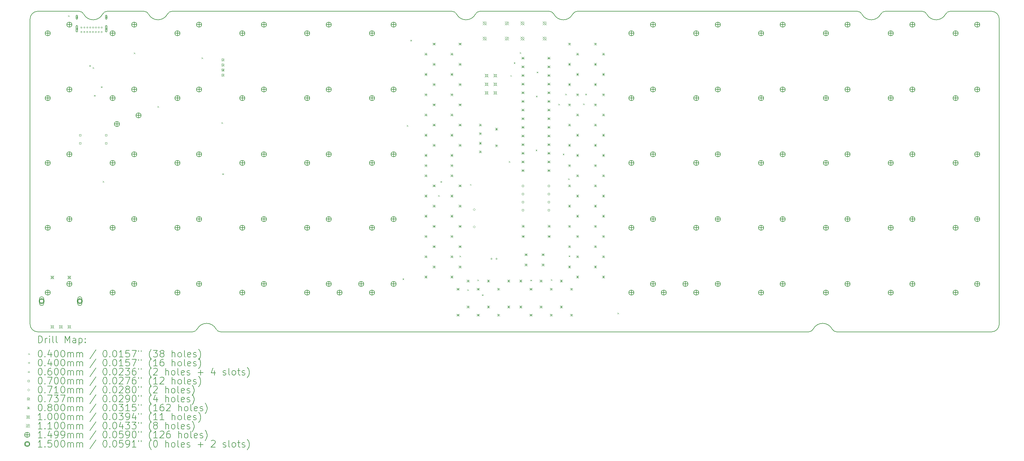
<source format=gbr>
%FSLAX45Y45*%
G04 Gerber Fmt 4.5, Leading zero omitted, Abs format (unit mm)*
G04 Created by KiCad (PCBNEW 6.0.1-79c1e3a40b~116~ubuntu21.10.1) date 2022-01-31 22:58:53*
%MOMM*%
%LPD*%
G01*
G04 APERTURE LIST*
%TA.AperFunction,Profile*%
%ADD10C,0.200000*%
%TD*%
%ADD11C,0.200000*%
%ADD12C,0.040000*%
%ADD13C,0.060000*%
%ADD14C,0.070000*%
%ADD15C,0.071000*%
%ADD16C,0.073660*%
%ADD17C,0.080000*%
%ADD18C,0.100000*%
%ADD19C,0.110000*%
%ADD20C,0.149860*%
%ADD21C,0.150000*%
G04 APERTURE END LIST*
D10*
X23876439Y-14949375D02*
X6603561Y-14949375D01*
X29475000Y-14724375D02*
X29475000Y-5754375D01*
X27210189Y-5529375D02*
X26129811Y-5529375D01*
X29250000Y-14949375D02*
X24701061Y-14949375D01*
X16389443Y-5610020D02*
G75*
G03*
X16256439Y-5529375I-133003J-69355D01*
G01*
X16256439Y-5529375D02*
X14223561Y-5529375D01*
X13531943Y-5610020D02*
G75*
G03*
X13398939Y-5529375I-133003J-69355D01*
G01*
X5778939Y-14949375D02*
X1230000Y-14949375D01*
X13531943Y-5610020D02*
G75*
G03*
X14090557Y-5610020I279307J145645D01*
G01*
X1230000Y-5529375D02*
G75*
G03*
X1005000Y-5754375I0J-225000D01*
G01*
X13398939Y-5529375D02*
X5174811Y-5529375D01*
X14223561Y-5529375D02*
G75*
G03*
X14090557Y-5610020I0J-150000D01*
G01*
X25305189Y-5529375D02*
X17081061Y-5529375D01*
X16389443Y-5610020D02*
G75*
G03*
X16948057Y-5610020I279307J145645D01*
G01*
X25438193Y-5610020D02*
G75*
G03*
X25996807Y-5610020I279307J145645D01*
G01*
X25438193Y-5610020D02*
G75*
G03*
X25305189Y-5529375I-133003J-69355D01*
G01*
X17081061Y-5529375D02*
G75*
G03*
X16948057Y-5610020I0J-150000D01*
G01*
X1005000Y-14724375D02*
X1005000Y-5754375D01*
X29475000Y-5754375D02*
G75*
G03*
X29250000Y-5529375I-225000J0D01*
G01*
X6470557Y-14868730D02*
G75*
G03*
X6603561Y-14949375I133004J69355D01*
G01*
X23876439Y-14949375D02*
G75*
G03*
X24009443Y-14868730I0J150000D01*
G01*
X24568057Y-14868730D02*
G75*
G03*
X24701061Y-14949375I133004J69355D01*
G01*
X24568057Y-14868730D02*
G75*
G03*
X24009443Y-14868730I-279307J-145645D01*
G01*
X29250000Y-14949375D02*
G75*
G03*
X29475000Y-14724375I0J225000D01*
G01*
X26129811Y-5529375D02*
G75*
G03*
X25996807Y-5610020I0J-150000D01*
G01*
X5778939Y-14949375D02*
G75*
G03*
X5911943Y-14868730I0J150000D01*
G01*
X6470557Y-14868730D02*
G75*
G03*
X5911943Y-14868730I-279307J-145645D01*
G01*
X1005000Y-14724375D02*
G75*
G03*
X1230000Y-14949375I225000J0D01*
G01*
X5174811Y-5529375D02*
G75*
G03*
X5041807Y-5610020I0J-150000D01*
G01*
X4483193Y-5610020D02*
G75*
G03*
X5041807Y-5610020I279307J145645D01*
G01*
X4483193Y-5610020D02*
G75*
G03*
X4350189Y-5529375I-133003J-69355D01*
G01*
X29250000Y-5529375D02*
X28034810Y-5529375D01*
X28034810Y-5529375D02*
G75*
G03*
X27901807Y-5610020I0J-150000D01*
G01*
X27343193Y-5610020D02*
G75*
G03*
X27210189Y-5529375I-133003J-69355D01*
G01*
X27343193Y-5610020D02*
G75*
G03*
X27901807Y-5610020I279307J145645D01*
G01*
X3269811Y-5529375D02*
G75*
G03*
X3136807Y-5610020I0J-150000D01*
G01*
X2578193Y-5610020D02*
G75*
G03*
X2445190Y-5529375I-133004J-69355D01*
G01*
X3269811Y-5529375D02*
X4350189Y-5529375D01*
X1230000Y-5529375D02*
X2445190Y-5529375D01*
X2578193Y-5610020D02*
G75*
G03*
X3136807Y-5610020I279307J145645D01*
G01*
D11*
D12*
X2123125Y-5647375D02*
X2163125Y-5687375D01*
X2163125Y-5647375D02*
X2123125Y-5687375D01*
X2742030Y-7110000D02*
X2782030Y-7150000D01*
X2782030Y-7110000D02*
X2742030Y-7150000D01*
X2843070Y-7172500D02*
X2883070Y-7212500D01*
X2883070Y-7172500D02*
X2843070Y-7212500D01*
X2881950Y-7988620D02*
X2921950Y-8028620D01*
X2921950Y-7988620D02*
X2881950Y-8028620D01*
X3083880Y-7734620D02*
X3123880Y-7774620D01*
X3123880Y-7734620D02*
X3083880Y-7774620D01*
X3137220Y-10515920D02*
X3177220Y-10555920D01*
X3177220Y-10515920D02*
X3137220Y-10555920D01*
X4051937Y-6742750D02*
X4091937Y-6782750D01*
X4091937Y-6742750D02*
X4051937Y-6782750D01*
X4742500Y-8314375D02*
X4782500Y-8354375D01*
X4782500Y-8314375D02*
X4742500Y-8354375D01*
X6037900Y-6882450D02*
X6077900Y-6922450D01*
X6077900Y-6882450D02*
X6037900Y-6922450D01*
X6623687Y-8790625D02*
X6663687Y-8830625D01*
X6663687Y-8790625D02*
X6623687Y-8830625D01*
X6647500Y-10290813D02*
X6687500Y-10330813D01*
X6687500Y-10290813D02*
X6647500Y-10330813D01*
X11945940Y-13377230D02*
X11985940Y-13417230D01*
X11985940Y-13377230D02*
X11945940Y-13417230D01*
X12067860Y-8871270D02*
X12107860Y-8911270D01*
X12107860Y-8871270D02*
X12067860Y-8911270D01*
X12175810Y-6365560D02*
X12215810Y-6405560D01*
X12215810Y-6365560D02*
X12175810Y-6405560D01*
X12992420Y-10931210D02*
X13032420Y-10971210D01*
X13032420Y-10931210D02*
X12992420Y-10971210D01*
X13059730Y-10519730D02*
X13099730Y-10559730D01*
X13099730Y-10519730D02*
X13059730Y-10559730D01*
X13617260Y-12711750D02*
X13657260Y-12751750D01*
X13657260Y-12711750D02*
X13617260Y-12751750D01*
X13848400Y-13697270D02*
X13888400Y-13737270D01*
X13888400Y-13697270D02*
X13848400Y-13737270D01*
X13927140Y-10606090D02*
X13967140Y-10646090D01*
X13967140Y-10606090D02*
X13927140Y-10646090D01*
X14145580Y-13412790D02*
X14185580Y-13452790D01*
X14185580Y-13412790D02*
X14145580Y-13452790D01*
X14280200Y-13847824D02*
X14320200Y-13887824D01*
X14320200Y-13847824D02*
X14280200Y-13887824D01*
X15065060Y-9932990D02*
X15105060Y-9972990D01*
X15105060Y-9932990D02*
X15065060Y-9972990D01*
X15113320Y-7405690D02*
X15153320Y-7445690D01*
X15153320Y-7405690D02*
X15113320Y-7445690D01*
X15214306Y-7027844D02*
X15254306Y-7067844D01*
X15254306Y-7027844D02*
X15214306Y-7067844D01*
X15389915Y-6729019D02*
X15429915Y-6769019D01*
X15429915Y-6729019D02*
X15389915Y-6769019D01*
X15702600Y-13415330D02*
X15742600Y-13455330D01*
X15742600Y-13415330D02*
X15702600Y-13455330D01*
X15857540Y-9595170D02*
X15897540Y-9635170D01*
X15897540Y-9595170D02*
X15857540Y-9635170D01*
X15865160Y-8010210D02*
X15905160Y-8050210D01*
X15905160Y-8010210D02*
X15865160Y-8050210D01*
X15885480Y-7302820D02*
X15925480Y-7342820D01*
X15925480Y-7302820D02*
X15885480Y-7342820D01*
X16302040Y-13405170D02*
X16342040Y-13445170D01*
X16342040Y-13405170D02*
X16302040Y-13445170D01*
X16524290Y-8247700D02*
X16564290Y-8287700D01*
X16564290Y-8247700D02*
X16524290Y-8287700D01*
X16652560Y-9709470D02*
X16692560Y-9749470D01*
X16692560Y-9709470D02*
X16652560Y-9749470D01*
X16727490Y-7949250D02*
X16767490Y-7989250D01*
X16767490Y-7949250D02*
X16727490Y-7989250D01*
X16807500Y-10440990D02*
X16847500Y-10480990D01*
X16847500Y-10440990D02*
X16807500Y-10480990D01*
X16825280Y-12704130D02*
X16865280Y-12744130D01*
X16865280Y-12704130D02*
X16825280Y-12744130D01*
X17249460Y-8238810D02*
X17289460Y-8278810D01*
X17289460Y-8238810D02*
X17249460Y-8278810D01*
X17312960Y-7953060D02*
X17352960Y-7993060D01*
X17352960Y-7953060D02*
X17312960Y-7993060D01*
X18256109Y-14386575D02*
X18296109Y-14426575D01*
X18296109Y-14386575D02*
X18256109Y-14426575D01*
X2533010Y-6007080D02*
G75*
G03*
X2533010Y-6007080I-20000J0D01*
G01*
X2533010Y-6139580D02*
G75*
G03*
X2533010Y-6139580I-20000J0D01*
G01*
X2618010Y-6139580D02*
G75*
G03*
X2618010Y-6139580I-20000J0D01*
G01*
X2618510Y-6007080D02*
G75*
G03*
X2618510Y-6007080I-20000J0D01*
G01*
X2703010Y-6139580D02*
G75*
G03*
X2703010Y-6139580I-20000J0D01*
G01*
X2703510Y-6007080D02*
G75*
G03*
X2703510Y-6007080I-20000J0D01*
G01*
X2788010Y-6139580D02*
G75*
G03*
X2788010Y-6139580I-20000J0D01*
G01*
X2788510Y-6007080D02*
G75*
G03*
X2788510Y-6007080I-20000J0D01*
G01*
X2873010Y-6139580D02*
G75*
G03*
X2873010Y-6139580I-20000J0D01*
G01*
X2873510Y-6007080D02*
G75*
G03*
X2873510Y-6007080I-20000J0D01*
G01*
X2958010Y-6139580D02*
G75*
G03*
X2958010Y-6139580I-20000J0D01*
G01*
X2958510Y-6007080D02*
G75*
G03*
X2958510Y-6007080I-20000J0D01*
G01*
X3043010Y-6139580D02*
G75*
G03*
X3043010Y-6139580I-20000J0D01*
G01*
X3043510Y-6007080D02*
G75*
G03*
X3043510Y-6007080I-20000J0D01*
G01*
X3128010Y-6139580D02*
G75*
G03*
X3128010Y-6139580I-20000J0D01*
G01*
X3128510Y-6007080D02*
G75*
G03*
X3128510Y-6007080I-20000J0D01*
G01*
D13*
X2378010Y-5673580D02*
X2378010Y-5733580D01*
X2348010Y-5703580D02*
X2408010Y-5703580D01*
D11*
X2358010Y-5663580D02*
X2358010Y-5743580D01*
X2398010Y-5663580D02*
X2398010Y-5743580D01*
X2358010Y-5743580D02*
G75*
G03*
X2398010Y-5743580I20000J0D01*
G01*
X2398010Y-5663580D02*
G75*
G03*
X2358010Y-5663580I-20000J0D01*
G01*
D13*
X2378010Y-6011580D02*
X2378010Y-6071580D01*
X2348010Y-6041580D02*
X2408010Y-6041580D01*
D11*
X2358010Y-5966580D02*
X2358010Y-6116580D01*
X2398010Y-5966580D02*
X2398010Y-6116580D01*
X2358010Y-6116580D02*
G75*
G03*
X2398010Y-6116580I20000J0D01*
G01*
X2398010Y-5966580D02*
G75*
G03*
X2358010Y-5966580I-20000J0D01*
G01*
D13*
X3243010Y-5673580D02*
X3243010Y-5733580D01*
X3213010Y-5703580D02*
X3273010Y-5703580D01*
D11*
X3223010Y-5663580D02*
X3223010Y-5743580D01*
X3263010Y-5663580D02*
X3263010Y-5743580D01*
X3223010Y-5743580D02*
G75*
G03*
X3263010Y-5743580I20000J0D01*
G01*
X3263010Y-5663580D02*
G75*
G03*
X3223010Y-5663580I-20000J0D01*
G01*
D13*
X3243010Y-6011580D02*
X3243010Y-6071580D01*
X3213010Y-6041580D02*
X3273010Y-6041580D01*
D11*
X3223010Y-5966580D02*
X3223010Y-6116580D01*
X3263010Y-5966580D02*
X3263010Y-6116580D01*
X3223010Y-6116580D02*
G75*
G03*
X3263010Y-6116580I20000J0D01*
G01*
X3263010Y-5966580D02*
G75*
G03*
X3223010Y-5966580I-20000J0D01*
G01*
D13*
X14554231Y-12769229D02*
X14554231Y-12829229D01*
X14524231Y-12799229D02*
X14584231Y-12799229D01*
X14704231Y-12769229D02*
X14704231Y-12829229D01*
X14674231Y-12799229D02*
X14734231Y-12799229D01*
D14*
X2498709Y-9193372D02*
X2498709Y-9143874D01*
X2449211Y-9143874D01*
X2449211Y-9193372D01*
X2498709Y-9193372D01*
X2498709Y-9431497D02*
X2498709Y-9381999D01*
X2449211Y-9381999D01*
X2449211Y-9431497D01*
X2498709Y-9431497D01*
X3260709Y-9193372D02*
X3260709Y-9143874D01*
X3211211Y-9143874D01*
X3211211Y-9193372D01*
X3260709Y-9193372D01*
X3260709Y-9431497D02*
X3260709Y-9381999D01*
X3211211Y-9381999D01*
X3211211Y-9431497D01*
X3260709Y-9431497D01*
X15502887Y-10680852D02*
X15502887Y-10631354D01*
X15453389Y-10631354D01*
X15453389Y-10680852D01*
X15502887Y-10680852D01*
X15502887Y-10919102D02*
X15502887Y-10869604D01*
X15453389Y-10869604D01*
X15453389Y-10919102D01*
X15502887Y-10919102D01*
X15502887Y-11157102D02*
X15502887Y-11107604D01*
X15453389Y-11107604D01*
X15453389Y-11157102D01*
X15502887Y-11157102D01*
X15502887Y-11395227D02*
X15502887Y-11345729D01*
X15453389Y-11345729D01*
X15453389Y-11395227D01*
X15502887Y-11395227D01*
X16264887Y-10680852D02*
X16264887Y-10631354D01*
X16215389Y-10631354D01*
X16215389Y-10680852D01*
X16264887Y-10680852D01*
X16264887Y-10919102D02*
X16264887Y-10869604D01*
X16215389Y-10869604D01*
X16215389Y-10919102D01*
X16264887Y-10919102D01*
X16264887Y-11157102D02*
X16264887Y-11107604D01*
X16215389Y-11107604D01*
X16215389Y-11157102D01*
X16264887Y-11157102D01*
X16264887Y-11395227D02*
X16264887Y-11345729D01*
X16215389Y-11345729D01*
X16215389Y-11395227D01*
X16264887Y-11395227D01*
D15*
X14049387Y-11390103D02*
X14084887Y-11354603D01*
X14049387Y-11319103D01*
X14013887Y-11354603D01*
X14049387Y-11390103D01*
X14049387Y-11898103D02*
X14084887Y-11862603D01*
X14049387Y-11827103D01*
X14013887Y-11862603D01*
X14049387Y-11898103D01*
D16*
X6630670Y-6918857D02*
X6704330Y-6992517D01*
X6704330Y-6918857D02*
X6630670Y-6992517D01*
X6704330Y-6955687D02*
G75*
G03*
X6704330Y-6955687I-36830J0D01*
G01*
X6630670Y-7068857D02*
X6704330Y-7142517D01*
X6704330Y-7068857D02*
X6630670Y-7142517D01*
X6704330Y-7105687D02*
G75*
G03*
X6704330Y-7105687I-36830J0D01*
G01*
X6630670Y-7218858D02*
X6704330Y-7292518D01*
X6704330Y-7218858D02*
X6630670Y-7292518D01*
X6704330Y-7255688D02*
G75*
G03*
X6704330Y-7255688I-36830J0D01*
G01*
X6630670Y-7368857D02*
X6704330Y-7442517D01*
X6704330Y-7368857D02*
X6630670Y-7442517D01*
X6704330Y-7405687D02*
G75*
G03*
X6704330Y-7405687I-36830J0D01*
G01*
D17*
X12592542Y-6746568D02*
X12672542Y-6826568D01*
X12672542Y-6746568D02*
X12592542Y-6826568D01*
X12632542Y-6746568D02*
X12632542Y-6826568D01*
X12592542Y-6786568D02*
X12672542Y-6786568D01*
X12592542Y-7341881D02*
X12672542Y-7421881D01*
X12672542Y-7341881D02*
X12592542Y-7421881D01*
X12632542Y-7341881D02*
X12632542Y-7421881D01*
X12592542Y-7381881D02*
X12672542Y-7381881D01*
X12592542Y-7937194D02*
X12672542Y-8017194D01*
X12672542Y-7937194D02*
X12592542Y-8017194D01*
X12632542Y-7937194D02*
X12632542Y-8017194D01*
X12592542Y-7977194D02*
X12672542Y-7977194D01*
X12592542Y-8532507D02*
X12672542Y-8612507D01*
X12672542Y-8532507D02*
X12592542Y-8612507D01*
X12632542Y-8532507D02*
X12632542Y-8612507D01*
X12592542Y-8572507D02*
X12672542Y-8572507D01*
X12592542Y-9127820D02*
X12672542Y-9207820D01*
X12672542Y-9127820D02*
X12592542Y-9207820D01*
X12632542Y-9127820D02*
X12632542Y-9207820D01*
X12592542Y-9167820D02*
X12672542Y-9167820D01*
X12592542Y-9723133D02*
X12672542Y-9803133D01*
X12672542Y-9723133D02*
X12592542Y-9803133D01*
X12632542Y-9723133D02*
X12632542Y-9803133D01*
X12592542Y-9763133D02*
X12672542Y-9763133D01*
X12592542Y-10020790D02*
X12672542Y-10100790D01*
X12672542Y-10020790D02*
X12592542Y-10100790D01*
X12632542Y-10020790D02*
X12632542Y-10100790D01*
X12592542Y-10060790D02*
X12672542Y-10060790D01*
X12592542Y-10318446D02*
X12672542Y-10398446D01*
X12672542Y-10318446D02*
X12592542Y-10398446D01*
X12632542Y-10318446D02*
X12632542Y-10398446D01*
X12592542Y-10358446D02*
X12672542Y-10358446D01*
X12592542Y-10913759D02*
X12672542Y-10993759D01*
X12672542Y-10913759D02*
X12592542Y-10993759D01*
X12632542Y-10913759D02*
X12632542Y-10993759D01*
X12592542Y-10953759D02*
X12672542Y-10953759D01*
X12592542Y-11509072D02*
X12672542Y-11589072D01*
X12672542Y-11509072D02*
X12592542Y-11589072D01*
X12632542Y-11509072D02*
X12632542Y-11589072D01*
X12592542Y-11549072D02*
X12672542Y-11549072D01*
X12592542Y-12104385D02*
X12672542Y-12184385D01*
X12672542Y-12104385D02*
X12592542Y-12184385D01*
X12632542Y-12104385D02*
X12632542Y-12184385D01*
X12592542Y-12144385D02*
X12672542Y-12144385D01*
X12592542Y-12699698D02*
X12672542Y-12779698D01*
X12672542Y-12699698D02*
X12592542Y-12779698D01*
X12632542Y-12699698D02*
X12632542Y-12779698D01*
X12592542Y-12739698D02*
X12672542Y-12739698D01*
X12592542Y-13295011D02*
X12672542Y-13375011D01*
X12672542Y-13295011D02*
X12592542Y-13375011D01*
X12632542Y-13295011D02*
X12632542Y-13375011D01*
X12592542Y-13335011D02*
X12672542Y-13335011D01*
X12830668Y-6448912D02*
X12910668Y-6528912D01*
X12910668Y-6448912D02*
X12830668Y-6528912D01*
X12870668Y-6448912D02*
X12870668Y-6528912D01*
X12830668Y-6488912D02*
X12910668Y-6488912D01*
X12830668Y-7044225D02*
X12910668Y-7124225D01*
X12910668Y-7044225D02*
X12830668Y-7124225D01*
X12870668Y-7044225D02*
X12870668Y-7124225D01*
X12830668Y-7084225D02*
X12910668Y-7084225D01*
X12830668Y-7639538D02*
X12910668Y-7719538D01*
X12910668Y-7639538D02*
X12830668Y-7719538D01*
X12870668Y-7639538D02*
X12870668Y-7719538D01*
X12830668Y-7679538D02*
X12910668Y-7679538D01*
X12830668Y-8234851D02*
X12910668Y-8314851D01*
X12910668Y-8234851D02*
X12830668Y-8314851D01*
X12870668Y-8234851D02*
X12870668Y-8314851D01*
X12830668Y-8274851D02*
X12910668Y-8274851D01*
X12830668Y-8830164D02*
X12910668Y-8910164D01*
X12910668Y-8830164D02*
X12830668Y-8910164D01*
X12870668Y-8830164D02*
X12870668Y-8910164D01*
X12830668Y-8870164D02*
X12910668Y-8870164D01*
X12830668Y-9425477D02*
X12910668Y-9505477D01*
X12910668Y-9425477D02*
X12830668Y-9505477D01*
X12870668Y-9425477D02*
X12870668Y-9505477D01*
X12830668Y-9465477D02*
X12910668Y-9465477D01*
X12830668Y-10616103D02*
X12910668Y-10696103D01*
X12910668Y-10616103D02*
X12830668Y-10696103D01*
X12870668Y-10616103D02*
X12870668Y-10696103D01*
X12830668Y-10656103D02*
X12910668Y-10656103D01*
X12830668Y-11211416D02*
X12910668Y-11291416D01*
X12910668Y-11211416D02*
X12830668Y-11291416D01*
X12870668Y-11211416D02*
X12870668Y-11291416D01*
X12830668Y-11251416D02*
X12910668Y-11251416D01*
X12830668Y-11806729D02*
X12910668Y-11886729D01*
X12910668Y-11806729D02*
X12830668Y-11886729D01*
X12870668Y-11806729D02*
X12870668Y-11886729D01*
X12830668Y-11846729D02*
X12910668Y-11846729D01*
X12830668Y-12402042D02*
X12910668Y-12482042D01*
X12910668Y-12402042D02*
X12830668Y-12482042D01*
X12870668Y-12402042D02*
X12870668Y-12482042D01*
X12830668Y-12442042D02*
X12910668Y-12442042D01*
X12830668Y-12997355D02*
X12910668Y-13077355D01*
X12910668Y-12997355D02*
X12830668Y-13077355D01*
X12870668Y-12997355D02*
X12870668Y-13077355D01*
X12830668Y-13037355D02*
X12910668Y-13037355D01*
X13354542Y-6746568D02*
X13434542Y-6826568D01*
X13434542Y-6746568D02*
X13354542Y-6826568D01*
X13394542Y-6746568D02*
X13394542Y-6826568D01*
X13354542Y-6786568D02*
X13434542Y-6786568D01*
X13354542Y-7341881D02*
X13434542Y-7421881D01*
X13434542Y-7341881D02*
X13354542Y-7421881D01*
X13394542Y-7341881D02*
X13394542Y-7421881D01*
X13354542Y-7381881D02*
X13434542Y-7381881D01*
X13354542Y-7937194D02*
X13434542Y-8017194D01*
X13434542Y-7937194D02*
X13354542Y-8017194D01*
X13394542Y-7937194D02*
X13394542Y-8017194D01*
X13354542Y-7977194D02*
X13434542Y-7977194D01*
X13354542Y-8532507D02*
X13434542Y-8612507D01*
X13434542Y-8532507D02*
X13354542Y-8612507D01*
X13394542Y-8532507D02*
X13394542Y-8612507D01*
X13354542Y-8572507D02*
X13434542Y-8572507D01*
X13354542Y-9127820D02*
X13434542Y-9207820D01*
X13434542Y-9127820D02*
X13354542Y-9207820D01*
X13394542Y-9127820D02*
X13394542Y-9207820D01*
X13354542Y-9167820D02*
X13434542Y-9167820D01*
X13354542Y-9723133D02*
X13434542Y-9803133D01*
X13434542Y-9723133D02*
X13354542Y-9803133D01*
X13394542Y-9723133D02*
X13394542Y-9803133D01*
X13354542Y-9763133D02*
X13434542Y-9763133D01*
X13354542Y-10020790D02*
X13434542Y-10100790D01*
X13434542Y-10020790D02*
X13354542Y-10100790D01*
X13394542Y-10020790D02*
X13394542Y-10100790D01*
X13354542Y-10060790D02*
X13434542Y-10060790D01*
X13354542Y-10318446D02*
X13434542Y-10398446D01*
X13434542Y-10318446D02*
X13354542Y-10398446D01*
X13394542Y-10318446D02*
X13394542Y-10398446D01*
X13354542Y-10358446D02*
X13434542Y-10358446D01*
X13354542Y-10913759D02*
X13434542Y-10993759D01*
X13434542Y-10913759D02*
X13354542Y-10993759D01*
X13394542Y-10913759D02*
X13394542Y-10993759D01*
X13354542Y-10953759D02*
X13434542Y-10953759D01*
X13354542Y-11509072D02*
X13434542Y-11589072D01*
X13434542Y-11509072D02*
X13354542Y-11589072D01*
X13394542Y-11509072D02*
X13394542Y-11589072D01*
X13354542Y-11549072D02*
X13434542Y-11549072D01*
X13354542Y-12104385D02*
X13434542Y-12184385D01*
X13434542Y-12104385D02*
X13354542Y-12184385D01*
X13394542Y-12104385D02*
X13394542Y-12184385D01*
X13354542Y-12144385D02*
X13434542Y-12144385D01*
X13354542Y-12699698D02*
X13434542Y-12779698D01*
X13434542Y-12699698D02*
X13354542Y-12779698D01*
X13394542Y-12699698D02*
X13394542Y-12779698D01*
X13354542Y-12739698D02*
X13434542Y-12739698D01*
X13354542Y-13295011D02*
X13434542Y-13375011D01*
X13434542Y-13295011D02*
X13354542Y-13375011D01*
X13394542Y-13295011D02*
X13394542Y-13375011D01*
X13354542Y-13335011D02*
X13434542Y-13335011D01*
X13533136Y-13652199D02*
X13613136Y-13732199D01*
X13613136Y-13652199D02*
X13533136Y-13732199D01*
X13573136Y-13652199D02*
X13573136Y-13732199D01*
X13533136Y-13692199D02*
X13613136Y-13692199D01*
X13533136Y-14414199D02*
X13613136Y-14494199D01*
X13613136Y-14414199D02*
X13533136Y-14494199D01*
X13573136Y-14414199D02*
X13573136Y-14494199D01*
X13533136Y-14454199D02*
X13613136Y-14454199D01*
X13592668Y-6448912D02*
X13672668Y-6528912D01*
X13672668Y-6448912D02*
X13592668Y-6528912D01*
X13632668Y-6448912D02*
X13632668Y-6528912D01*
X13592668Y-6488912D02*
X13672668Y-6488912D01*
X13592668Y-7044225D02*
X13672668Y-7124225D01*
X13672668Y-7044225D02*
X13592668Y-7124225D01*
X13632668Y-7044225D02*
X13632668Y-7124225D01*
X13592668Y-7084225D02*
X13672668Y-7084225D01*
X13592668Y-7639538D02*
X13672668Y-7719538D01*
X13672668Y-7639538D02*
X13592668Y-7719538D01*
X13632668Y-7639538D02*
X13632668Y-7719538D01*
X13592668Y-7679538D02*
X13672668Y-7679538D01*
X13592668Y-8234851D02*
X13672668Y-8314851D01*
X13672668Y-8234851D02*
X13592668Y-8314851D01*
X13632668Y-8234851D02*
X13632668Y-8314851D01*
X13592668Y-8274851D02*
X13672668Y-8274851D01*
X13592668Y-8830164D02*
X13672668Y-8910164D01*
X13672668Y-8830164D02*
X13592668Y-8910164D01*
X13632668Y-8830164D02*
X13632668Y-8910164D01*
X13592668Y-8870164D02*
X13672668Y-8870164D01*
X13592668Y-9425477D02*
X13672668Y-9505477D01*
X13672668Y-9425477D02*
X13592668Y-9505477D01*
X13632668Y-9425477D02*
X13632668Y-9505477D01*
X13592668Y-9465477D02*
X13672668Y-9465477D01*
X13592668Y-10616103D02*
X13672668Y-10696103D01*
X13672668Y-10616103D02*
X13592668Y-10696103D01*
X13632668Y-10616103D02*
X13632668Y-10696103D01*
X13592668Y-10656103D02*
X13672668Y-10656103D01*
X13592668Y-11211416D02*
X13672668Y-11291416D01*
X13672668Y-11211416D02*
X13592668Y-11291416D01*
X13632668Y-11211416D02*
X13632668Y-11291416D01*
X13592668Y-11251416D02*
X13672668Y-11251416D01*
X13592668Y-11806729D02*
X13672668Y-11886729D01*
X13672668Y-11806729D02*
X13592668Y-11886729D01*
X13632668Y-11806729D02*
X13632668Y-11886729D01*
X13592668Y-11846729D02*
X13672668Y-11846729D01*
X13592668Y-12402042D02*
X13672668Y-12482042D01*
X13672668Y-12402042D02*
X13592668Y-12482042D01*
X13632668Y-12402042D02*
X13632668Y-12482042D01*
X13592668Y-12442042D02*
X13672668Y-12442042D01*
X13592668Y-12997355D02*
X13672668Y-13077355D01*
X13672668Y-12997355D02*
X13592668Y-13077355D01*
X13632668Y-12997355D02*
X13632668Y-13077355D01*
X13592668Y-13037355D02*
X13672668Y-13037355D01*
X13830793Y-13414074D02*
X13910793Y-13494074D01*
X13910793Y-13414074D02*
X13830793Y-13494074D01*
X13870793Y-13414074D02*
X13870793Y-13494074D01*
X13830793Y-13454074D02*
X13910793Y-13454074D01*
X13830793Y-14176074D02*
X13910793Y-14256074D01*
X13910793Y-14176074D02*
X13830793Y-14256074D01*
X13870793Y-14176074D02*
X13870793Y-14256074D01*
X13830793Y-14216074D02*
X13910793Y-14216074D01*
X14128449Y-13652199D02*
X14208449Y-13732199D01*
X14208449Y-13652199D02*
X14128449Y-13732199D01*
X14168449Y-13652199D02*
X14168449Y-13732199D01*
X14128449Y-13692199D02*
X14208449Y-13692199D01*
X14128449Y-14414199D02*
X14208449Y-14494199D01*
X14208449Y-14414199D02*
X14128449Y-14494199D01*
X14168449Y-14414199D02*
X14168449Y-14494199D01*
X14128449Y-14454199D02*
X14208449Y-14454199D01*
X14188775Y-8830164D02*
X14268775Y-8910164D01*
X14268775Y-8830164D02*
X14188775Y-8910164D01*
X14228775Y-8830164D02*
X14228775Y-8910164D01*
X14188775Y-8870164D02*
X14268775Y-8870164D01*
X14188775Y-9080164D02*
X14268775Y-9160164D01*
X14268775Y-9080164D02*
X14188775Y-9160164D01*
X14228775Y-9080164D02*
X14228775Y-9160164D01*
X14188775Y-9120164D02*
X14268775Y-9120164D01*
X14188775Y-9365945D02*
X14268775Y-9445945D01*
X14268775Y-9365945D02*
X14188775Y-9445945D01*
X14228775Y-9365945D02*
X14228775Y-9445945D01*
X14188775Y-9405945D02*
X14268775Y-9405945D01*
X14188775Y-9615945D02*
X14268775Y-9695945D01*
X14268775Y-9615945D02*
X14188775Y-9695945D01*
X14228775Y-9615945D02*
X14228775Y-9695945D01*
X14188775Y-9655945D02*
X14268775Y-9655945D01*
X14426106Y-13414074D02*
X14506106Y-13494074D01*
X14506106Y-13414074D02*
X14426106Y-13494074D01*
X14466106Y-13414074D02*
X14466106Y-13494074D01*
X14426106Y-13454074D02*
X14506106Y-13454074D01*
X14426106Y-14176074D02*
X14506106Y-14256074D01*
X14506106Y-14176074D02*
X14426106Y-14256074D01*
X14466106Y-14176074D02*
X14466106Y-14256074D01*
X14426106Y-14216074D02*
X14506106Y-14216074D01*
X14665025Y-8949226D02*
X14745025Y-9029226D01*
X14745025Y-8949226D02*
X14665025Y-9029226D01*
X14705025Y-8949226D02*
X14705025Y-9029226D01*
X14665025Y-8989226D02*
X14745025Y-8989226D01*
X14665025Y-9437226D02*
X14745025Y-9517226D01*
X14745025Y-9437226D02*
X14665025Y-9517226D01*
X14705025Y-9437226D02*
X14705025Y-9517226D01*
X14665025Y-9477226D02*
X14745025Y-9477226D01*
X14723762Y-13652199D02*
X14803762Y-13732199D01*
X14803762Y-13652199D02*
X14723762Y-13732199D01*
X14763762Y-13652199D02*
X14763762Y-13732199D01*
X14723762Y-13692199D02*
X14803762Y-13692199D01*
X14723762Y-14414199D02*
X14803762Y-14494199D01*
X14803762Y-14414199D02*
X14723762Y-14494199D01*
X14763762Y-14414199D02*
X14763762Y-14494199D01*
X14723762Y-14454199D02*
X14803762Y-14454199D01*
X15021419Y-13414074D02*
X15101419Y-13494074D01*
X15101419Y-13414074D02*
X15021419Y-13494074D01*
X15061419Y-13414074D02*
X15061419Y-13494074D01*
X15021419Y-13454074D02*
X15101419Y-13454074D01*
X15021419Y-14176074D02*
X15101419Y-14256074D01*
X15101419Y-14176074D02*
X15021419Y-14256074D01*
X15061419Y-14176074D02*
X15061419Y-14256074D01*
X15021419Y-14216074D02*
X15101419Y-14216074D01*
X15378607Y-13414074D02*
X15458607Y-13494074D01*
X15458607Y-13414074D02*
X15378607Y-13494074D01*
X15418607Y-13414074D02*
X15418607Y-13494074D01*
X15378607Y-13454074D02*
X15458607Y-13454074D01*
X15378607Y-14176074D02*
X15458607Y-14256074D01*
X15458607Y-14176074D02*
X15378607Y-14256074D01*
X15418607Y-14176074D02*
X15418607Y-14256074D01*
X15378607Y-14216074D02*
X15458607Y-14216074D01*
X15438138Y-6865631D02*
X15518138Y-6945631D01*
X15518138Y-6865631D02*
X15438138Y-6945631D01*
X15478138Y-6865631D02*
X15478138Y-6945631D01*
X15438138Y-6905631D02*
X15518138Y-6905631D01*
X15438138Y-7119631D02*
X15518138Y-7199631D01*
X15518138Y-7119631D02*
X15438138Y-7199631D01*
X15478138Y-7119631D02*
X15478138Y-7199631D01*
X15438138Y-7159631D02*
X15518138Y-7159631D01*
X15438138Y-7373631D02*
X15518138Y-7453631D01*
X15518138Y-7373631D02*
X15438138Y-7453631D01*
X15478138Y-7373631D02*
X15478138Y-7453631D01*
X15438138Y-7413631D02*
X15518138Y-7413631D01*
X15438138Y-7627631D02*
X15518138Y-7707631D01*
X15518138Y-7627631D02*
X15438138Y-7707631D01*
X15478138Y-7627631D02*
X15478138Y-7707631D01*
X15438138Y-7667631D02*
X15518138Y-7667631D01*
X15438138Y-7881631D02*
X15518138Y-7961631D01*
X15518138Y-7881631D02*
X15438138Y-7961631D01*
X15478138Y-7881631D02*
X15478138Y-7961631D01*
X15438138Y-7921631D02*
X15518138Y-7921631D01*
X15438138Y-8135631D02*
X15518138Y-8215631D01*
X15518138Y-8135631D02*
X15438138Y-8215631D01*
X15478138Y-8135631D02*
X15478138Y-8215631D01*
X15438138Y-8175631D02*
X15518138Y-8175631D01*
X15438138Y-8389631D02*
X15518138Y-8469631D01*
X15518138Y-8389631D02*
X15438138Y-8469631D01*
X15478138Y-8389631D02*
X15478138Y-8469631D01*
X15438138Y-8429631D02*
X15518138Y-8429631D01*
X15438138Y-8643631D02*
X15518138Y-8723631D01*
X15518138Y-8643631D02*
X15438138Y-8723631D01*
X15478138Y-8643631D02*
X15478138Y-8723631D01*
X15438138Y-8683631D02*
X15518138Y-8683631D01*
X15438138Y-8897631D02*
X15518138Y-8977631D01*
X15518138Y-8897631D02*
X15438138Y-8977631D01*
X15478138Y-8897631D02*
X15478138Y-8977631D01*
X15438138Y-8937631D02*
X15518138Y-8937631D01*
X15438138Y-9151631D02*
X15518138Y-9231631D01*
X15518138Y-9151631D02*
X15438138Y-9231631D01*
X15478138Y-9151631D02*
X15478138Y-9231631D01*
X15438138Y-9191631D02*
X15518138Y-9191631D01*
X15438138Y-9405631D02*
X15518138Y-9485631D01*
X15518138Y-9405631D02*
X15438138Y-9485631D01*
X15478138Y-9405631D02*
X15478138Y-9485631D01*
X15438138Y-9445631D02*
X15518138Y-9445631D01*
X15438138Y-9659631D02*
X15518138Y-9739631D01*
X15518138Y-9659631D02*
X15438138Y-9739631D01*
X15478138Y-9659631D02*
X15478138Y-9739631D01*
X15438138Y-9699631D02*
X15518138Y-9699631D01*
X15438138Y-9913631D02*
X15518138Y-9993631D01*
X15518138Y-9913631D02*
X15438138Y-9993631D01*
X15478138Y-9913631D02*
X15478138Y-9993631D01*
X15438138Y-9953631D02*
X15518138Y-9953631D01*
X15438138Y-10167631D02*
X15518138Y-10247631D01*
X15518138Y-10167631D02*
X15438138Y-10247631D01*
X15478138Y-10167631D02*
X15478138Y-10247631D01*
X15438138Y-10207631D02*
X15518138Y-10207631D01*
X15450045Y-11804385D02*
X15530045Y-11884385D01*
X15530045Y-11804385D02*
X15450045Y-11884385D01*
X15490045Y-11804385D02*
X15490045Y-11884385D01*
X15450045Y-11844385D02*
X15530045Y-11844385D01*
X15450045Y-12104385D02*
X15530045Y-12184385D01*
X15530045Y-12104385D02*
X15450045Y-12184385D01*
X15490045Y-12104385D02*
X15490045Y-12184385D01*
X15450045Y-12144385D02*
X15530045Y-12144385D01*
X15533451Y-12640167D02*
X15613451Y-12720167D01*
X15613451Y-12640167D02*
X15533451Y-12720167D01*
X15573451Y-12640167D02*
X15573451Y-12720167D01*
X15533451Y-12680167D02*
X15613451Y-12680167D01*
X15533451Y-12937823D02*
X15613451Y-13017823D01*
X15613451Y-12937823D02*
X15533451Y-13017823D01*
X15573451Y-12937823D02*
X15573451Y-13017823D01*
X15533451Y-12977823D02*
X15613451Y-12977823D01*
X15676263Y-13652199D02*
X15756263Y-13732199D01*
X15756263Y-13652199D02*
X15676263Y-13732199D01*
X15716263Y-13652199D02*
X15716263Y-13732199D01*
X15676263Y-13692199D02*
X15756263Y-13692199D01*
X15676263Y-14414199D02*
X15756263Y-14494199D01*
X15756263Y-14414199D02*
X15676263Y-14494199D01*
X15716263Y-14414199D02*
X15716263Y-14494199D01*
X15676263Y-14454199D02*
X15756263Y-14454199D01*
X15973920Y-13414074D02*
X16053920Y-13494074D01*
X16053920Y-13414074D02*
X15973920Y-13494074D01*
X16013920Y-13414074D02*
X16013920Y-13494074D01*
X15973920Y-13454074D02*
X16053920Y-13454074D01*
X15973920Y-14176074D02*
X16053920Y-14256074D01*
X16053920Y-14176074D02*
X15973920Y-14256074D01*
X16013920Y-14176074D02*
X16013920Y-14256074D01*
X15973920Y-14216074D02*
X16053920Y-14216074D01*
X16033451Y-12640167D02*
X16113451Y-12720167D01*
X16113451Y-12640167D02*
X16033451Y-12720167D01*
X16073451Y-12640167D02*
X16073451Y-12720167D01*
X16033451Y-12680167D02*
X16113451Y-12680167D01*
X16033451Y-12937823D02*
X16113451Y-13017823D01*
X16113451Y-12937823D02*
X16033451Y-13017823D01*
X16073451Y-12937823D02*
X16073451Y-13017823D01*
X16033451Y-12977823D02*
X16113451Y-12977823D01*
X16200138Y-6865631D02*
X16280138Y-6945631D01*
X16280138Y-6865631D02*
X16200138Y-6945631D01*
X16240138Y-6865631D02*
X16240138Y-6945631D01*
X16200138Y-6905631D02*
X16280138Y-6905631D01*
X16200138Y-7119631D02*
X16280138Y-7199631D01*
X16280138Y-7119631D02*
X16200138Y-7199631D01*
X16240138Y-7119631D02*
X16240138Y-7199631D01*
X16200138Y-7159631D02*
X16280138Y-7159631D01*
X16200138Y-7373631D02*
X16280138Y-7453631D01*
X16280138Y-7373631D02*
X16200138Y-7453631D01*
X16240138Y-7373631D02*
X16240138Y-7453631D01*
X16200138Y-7413631D02*
X16280138Y-7413631D01*
X16200138Y-7627631D02*
X16280138Y-7707631D01*
X16280138Y-7627631D02*
X16200138Y-7707631D01*
X16240138Y-7627631D02*
X16240138Y-7707631D01*
X16200138Y-7667631D02*
X16280138Y-7667631D01*
X16200138Y-7881631D02*
X16280138Y-7961631D01*
X16280138Y-7881631D02*
X16200138Y-7961631D01*
X16240138Y-7881631D02*
X16240138Y-7961631D01*
X16200138Y-7921631D02*
X16280138Y-7921631D01*
X16200138Y-8135631D02*
X16280138Y-8215631D01*
X16280138Y-8135631D02*
X16200138Y-8215631D01*
X16240138Y-8135631D02*
X16240138Y-8215631D01*
X16200138Y-8175631D02*
X16280138Y-8175631D01*
X16200138Y-8389631D02*
X16280138Y-8469631D01*
X16280138Y-8389631D02*
X16200138Y-8469631D01*
X16240138Y-8389631D02*
X16240138Y-8469631D01*
X16200138Y-8429631D02*
X16280138Y-8429631D01*
X16200138Y-8643631D02*
X16280138Y-8723631D01*
X16280138Y-8643631D02*
X16200138Y-8723631D01*
X16240138Y-8643631D02*
X16240138Y-8723631D01*
X16200138Y-8683631D02*
X16280138Y-8683631D01*
X16200138Y-8897631D02*
X16280138Y-8977631D01*
X16280138Y-8897631D02*
X16200138Y-8977631D01*
X16240138Y-8897631D02*
X16240138Y-8977631D01*
X16200138Y-8937631D02*
X16280138Y-8937631D01*
X16200138Y-9151631D02*
X16280138Y-9231631D01*
X16280138Y-9151631D02*
X16200138Y-9231631D01*
X16240138Y-9151631D02*
X16240138Y-9231631D01*
X16200138Y-9191631D02*
X16280138Y-9191631D01*
X16200138Y-9405631D02*
X16280138Y-9485631D01*
X16280138Y-9405631D02*
X16200138Y-9485631D01*
X16240138Y-9405631D02*
X16240138Y-9485631D01*
X16200138Y-9445631D02*
X16280138Y-9445631D01*
X16200138Y-9659631D02*
X16280138Y-9739631D01*
X16280138Y-9659631D02*
X16200138Y-9739631D01*
X16240138Y-9659631D02*
X16240138Y-9739631D01*
X16200138Y-9699631D02*
X16280138Y-9699631D01*
X16200138Y-9913631D02*
X16280138Y-9993631D01*
X16280138Y-9913631D02*
X16200138Y-9993631D01*
X16240138Y-9913631D02*
X16240138Y-9993631D01*
X16200138Y-9953631D02*
X16280138Y-9953631D01*
X16200138Y-10167631D02*
X16280138Y-10247631D01*
X16280138Y-10167631D02*
X16200138Y-10247631D01*
X16240138Y-10167631D02*
X16240138Y-10247631D01*
X16200138Y-10207631D02*
X16280138Y-10207631D01*
X16212045Y-11804385D02*
X16292045Y-11884385D01*
X16292045Y-11804385D02*
X16212045Y-11884385D01*
X16252045Y-11804385D02*
X16252045Y-11884385D01*
X16212045Y-11844385D02*
X16292045Y-11844385D01*
X16212045Y-12104385D02*
X16292045Y-12184385D01*
X16292045Y-12104385D02*
X16212045Y-12184385D01*
X16252045Y-12104385D02*
X16252045Y-12184385D01*
X16212045Y-12144385D02*
X16292045Y-12144385D01*
X16271576Y-13652199D02*
X16351576Y-13732199D01*
X16351576Y-13652199D02*
X16271576Y-13732199D01*
X16311576Y-13652199D02*
X16311576Y-13732199D01*
X16271576Y-13692199D02*
X16351576Y-13692199D01*
X16271576Y-14414199D02*
X16351576Y-14494199D01*
X16351576Y-14414199D02*
X16271576Y-14494199D01*
X16311576Y-14414199D02*
X16311576Y-14494199D01*
X16271576Y-14454199D02*
X16351576Y-14454199D01*
X16569233Y-13414074D02*
X16649233Y-13494074D01*
X16649233Y-13414074D02*
X16569233Y-13494074D01*
X16609233Y-13414074D02*
X16609233Y-13494074D01*
X16569233Y-13454074D02*
X16649233Y-13454074D01*
X16569233Y-14176074D02*
X16649233Y-14256074D01*
X16649233Y-14176074D02*
X16569233Y-14256074D01*
X16609233Y-14176074D02*
X16609233Y-14256074D01*
X16569233Y-14216074D02*
X16649233Y-14216074D01*
X16807358Y-6448912D02*
X16887358Y-6528912D01*
X16887358Y-6448912D02*
X16807358Y-6528912D01*
X16847358Y-6448912D02*
X16847358Y-6528912D01*
X16807358Y-6488912D02*
X16887358Y-6488912D01*
X16807358Y-7044225D02*
X16887358Y-7124225D01*
X16887358Y-7044225D02*
X16807358Y-7124225D01*
X16847358Y-7044225D02*
X16847358Y-7124225D01*
X16807358Y-7084225D02*
X16887358Y-7084225D01*
X16807358Y-7639538D02*
X16887358Y-7719538D01*
X16887358Y-7639538D02*
X16807358Y-7719538D01*
X16847358Y-7639538D02*
X16847358Y-7719538D01*
X16807358Y-7679538D02*
X16887358Y-7679538D01*
X16807358Y-8234851D02*
X16887358Y-8314851D01*
X16887358Y-8234851D02*
X16807358Y-8314851D01*
X16847358Y-8234851D02*
X16847358Y-8314851D01*
X16807358Y-8274851D02*
X16887358Y-8274851D01*
X16807358Y-8830164D02*
X16887358Y-8910164D01*
X16887358Y-8830164D02*
X16807358Y-8910164D01*
X16847358Y-8830164D02*
X16847358Y-8910164D01*
X16807358Y-8870164D02*
X16887358Y-8870164D01*
X16807358Y-9425477D02*
X16887358Y-9505477D01*
X16887358Y-9425477D02*
X16807358Y-9505477D01*
X16847358Y-9425477D02*
X16847358Y-9505477D01*
X16807358Y-9465477D02*
X16887358Y-9465477D01*
X16807358Y-10020790D02*
X16887358Y-10100790D01*
X16887358Y-10020790D02*
X16807358Y-10100790D01*
X16847358Y-10020790D02*
X16847358Y-10100790D01*
X16807358Y-10060790D02*
X16887358Y-10060790D01*
X16807358Y-10616103D02*
X16887358Y-10696103D01*
X16887358Y-10616103D02*
X16807358Y-10696103D01*
X16847358Y-10616103D02*
X16847358Y-10696103D01*
X16807358Y-10656103D02*
X16887358Y-10656103D01*
X16807358Y-11211416D02*
X16887358Y-11291416D01*
X16887358Y-11211416D02*
X16807358Y-11291416D01*
X16847358Y-11211416D02*
X16847358Y-11291416D01*
X16807358Y-11251416D02*
X16887358Y-11251416D01*
X16807358Y-11806729D02*
X16887358Y-11886729D01*
X16887358Y-11806729D02*
X16807358Y-11886729D01*
X16847358Y-11806729D02*
X16847358Y-11886729D01*
X16807358Y-11846729D02*
X16887358Y-11846729D01*
X16807358Y-12402042D02*
X16887358Y-12482042D01*
X16887358Y-12402042D02*
X16807358Y-12482042D01*
X16847358Y-12402042D02*
X16847358Y-12482042D01*
X16807358Y-12442042D02*
X16887358Y-12442042D01*
X16807358Y-12997355D02*
X16887358Y-13077355D01*
X16887358Y-12997355D02*
X16807358Y-13077355D01*
X16847358Y-12997355D02*
X16847358Y-13077355D01*
X16807358Y-13037355D02*
X16887358Y-13037355D01*
X16866889Y-13652199D02*
X16946889Y-13732199D01*
X16946889Y-13652199D02*
X16866889Y-13732199D01*
X16906889Y-13652199D02*
X16906889Y-13732199D01*
X16866889Y-13692199D02*
X16946889Y-13692199D01*
X16866889Y-14414199D02*
X16946889Y-14494199D01*
X16946889Y-14414199D02*
X16866889Y-14494199D01*
X16906889Y-14414199D02*
X16906889Y-14494199D01*
X16866889Y-14454199D02*
X16946889Y-14454199D01*
X17045483Y-6746568D02*
X17125483Y-6826568D01*
X17125483Y-6746568D02*
X17045483Y-6826568D01*
X17085483Y-6746568D02*
X17085483Y-6826568D01*
X17045483Y-6786568D02*
X17125483Y-6786568D01*
X17045483Y-7341881D02*
X17125483Y-7421881D01*
X17125483Y-7341881D02*
X17045483Y-7421881D01*
X17085483Y-7341881D02*
X17085483Y-7421881D01*
X17045483Y-7381881D02*
X17125483Y-7381881D01*
X17045483Y-7937194D02*
X17125483Y-8017194D01*
X17125483Y-7937194D02*
X17045483Y-8017194D01*
X17085483Y-7937194D02*
X17085483Y-8017194D01*
X17045483Y-7977194D02*
X17125483Y-7977194D01*
X17045483Y-8532507D02*
X17125483Y-8612507D01*
X17125483Y-8532507D02*
X17045483Y-8612507D01*
X17085483Y-8532507D02*
X17085483Y-8612507D01*
X17045483Y-8572507D02*
X17125483Y-8572507D01*
X17045483Y-9127820D02*
X17125483Y-9207820D01*
X17125483Y-9127820D02*
X17045483Y-9207820D01*
X17085483Y-9127820D02*
X17085483Y-9207820D01*
X17045483Y-9167820D02*
X17125483Y-9167820D01*
X17045483Y-9723133D02*
X17125483Y-9803133D01*
X17125483Y-9723133D02*
X17045483Y-9803133D01*
X17085483Y-9723133D02*
X17085483Y-9803133D01*
X17045483Y-9763133D02*
X17125483Y-9763133D01*
X17045483Y-10318446D02*
X17125483Y-10398446D01*
X17125483Y-10318446D02*
X17045483Y-10398446D01*
X17085483Y-10318446D02*
X17085483Y-10398446D01*
X17045483Y-10358446D02*
X17125483Y-10358446D01*
X17045483Y-10913759D02*
X17125483Y-10993759D01*
X17125483Y-10913759D02*
X17045483Y-10993759D01*
X17085483Y-10913759D02*
X17085483Y-10993759D01*
X17045483Y-10953759D02*
X17125483Y-10953759D01*
X17045483Y-11509072D02*
X17125483Y-11589072D01*
X17125483Y-11509072D02*
X17045483Y-11589072D01*
X17085483Y-11509072D02*
X17085483Y-11589072D01*
X17045483Y-11549072D02*
X17125483Y-11549072D01*
X17045483Y-12104385D02*
X17125483Y-12184385D01*
X17125483Y-12104385D02*
X17045483Y-12184385D01*
X17085483Y-12104385D02*
X17085483Y-12184385D01*
X17045483Y-12144385D02*
X17125483Y-12144385D01*
X17045483Y-12699698D02*
X17125483Y-12779698D01*
X17125483Y-12699698D02*
X17045483Y-12779698D01*
X17085483Y-12699698D02*
X17085483Y-12779698D01*
X17045483Y-12739698D02*
X17125483Y-12739698D01*
X17045483Y-13295011D02*
X17125483Y-13375011D01*
X17125483Y-13295011D02*
X17045483Y-13375011D01*
X17085483Y-13295011D02*
X17085483Y-13375011D01*
X17045483Y-13335011D02*
X17125483Y-13335011D01*
X17569358Y-6448912D02*
X17649358Y-6528912D01*
X17649358Y-6448912D02*
X17569358Y-6528912D01*
X17609358Y-6448912D02*
X17609358Y-6528912D01*
X17569358Y-6488912D02*
X17649358Y-6488912D01*
X17569358Y-7044225D02*
X17649358Y-7124225D01*
X17649358Y-7044225D02*
X17569358Y-7124225D01*
X17609358Y-7044225D02*
X17609358Y-7124225D01*
X17569358Y-7084225D02*
X17649358Y-7084225D01*
X17569358Y-7639538D02*
X17649358Y-7719538D01*
X17649358Y-7639538D02*
X17569358Y-7719538D01*
X17609358Y-7639538D02*
X17609358Y-7719538D01*
X17569358Y-7679538D02*
X17649358Y-7679538D01*
X17569358Y-8234851D02*
X17649358Y-8314851D01*
X17649358Y-8234851D02*
X17569358Y-8314851D01*
X17609358Y-8234851D02*
X17609358Y-8314851D01*
X17569358Y-8274851D02*
X17649358Y-8274851D01*
X17569358Y-8830164D02*
X17649358Y-8910164D01*
X17649358Y-8830164D02*
X17569358Y-8910164D01*
X17609358Y-8830164D02*
X17609358Y-8910164D01*
X17569358Y-8870164D02*
X17649358Y-8870164D01*
X17569358Y-9425477D02*
X17649358Y-9505477D01*
X17649358Y-9425477D02*
X17569358Y-9505477D01*
X17609358Y-9425477D02*
X17609358Y-9505477D01*
X17569358Y-9465477D02*
X17649358Y-9465477D01*
X17569358Y-10020790D02*
X17649358Y-10100790D01*
X17649358Y-10020790D02*
X17569358Y-10100790D01*
X17609358Y-10020790D02*
X17609358Y-10100790D01*
X17569358Y-10060790D02*
X17649358Y-10060790D01*
X17569358Y-10616103D02*
X17649358Y-10696103D01*
X17649358Y-10616103D02*
X17569358Y-10696103D01*
X17609358Y-10616103D02*
X17609358Y-10696103D01*
X17569358Y-10656103D02*
X17649358Y-10656103D01*
X17569358Y-11211416D02*
X17649358Y-11291416D01*
X17649358Y-11211416D02*
X17569358Y-11291416D01*
X17609358Y-11211416D02*
X17609358Y-11291416D01*
X17569358Y-11251416D02*
X17649358Y-11251416D01*
X17569358Y-11806729D02*
X17649358Y-11886729D01*
X17649358Y-11806729D02*
X17569358Y-11886729D01*
X17609358Y-11806729D02*
X17609358Y-11886729D01*
X17569358Y-11846729D02*
X17649358Y-11846729D01*
X17569358Y-12402042D02*
X17649358Y-12482042D01*
X17649358Y-12402042D02*
X17569358Y-12482042D01*
X17609358Y-12402042D02*
X17609358Y-12482042D01*
X17569358Y-12442042D02*
X17649358Y-12442042D01*
X17569358Y-12997355D02*
X17649358Y-13077355D01*
X17649358Y-12997355D02*
X17569358Y-13077355D01*
X17609358Y-12997355D02*
X17609358Y-13077355D01*
X17569358Y-13037355D02*
X17649358Y-13037355D01*
X17807483Y-6746568D02*
X17887483Y-6826568D01*
X17887483Y-6746568D02*
X17807483Y-6826568D01*
X17847483Y-6746568D02*
X17847483Y-6826568D01*
X17807483Y-6786568D02*
X17887483Y-6786568D01*
X17807483Y-7341881D02*
X17887483Y-7421881D01*
X17887483Y-7341881D02*
X17807483Y-7421881D01*
X17847483Y-7341881D02*
X17847483Y-7421881D01*
X17807483Y-7381881D02*
X17887483Y-7381881D01*
X17807483Y-7937194D02*
X17887483Y-8017194D01*
X17887483Y-7937194D02*
X17807483Y-8017194D01*
X17847483Y-7937194D02*
X17847483Y-8017194D01*
X17807483Y-7977194D02*
X17887483Y-7977194D01*
X17807483Y-8532507D02*
X17887483Y-8612507D01*
X17887483Y-8532507D02*
X17807483Y-8612507D01*
X17847483Y-8532507D02*
X17847483Y-8612507D01*
X17807483Y-8572507D02*
X17887483Y-8572507D01*
X17807483Y-9127820D02*
X17887483Y-9207820D01*
X17887483Y-9127820D02*
X17807483Y-9207820D01*
X17847483Y-9127820D02*
X17847483Y-9207820D01*
X17807483Y-9167820D02*
X17887483Y-9167820D01*
X17807483Y-9723133D02*
X17887483Y-9803133D01*
X17887483Y-9723133D02*
X17807483Y-9803133D01*
X17847483Y-9723133D02*
X17847483Y-9803133D01*
X17807483Y-9763133D02*
X17887483Y-9763133D01*
X17807483Y-10318446D02*
X17887483Y-10398446D01*
X17887483Y-10318446D02*
X17807483Y-10398446D01*
X17847483Y-10318446D02*
X17847483Y-10398446D01*
X17807483Y-10358446D02*
X17887483Y-10358446D01*
X17807483Y-10913759D02*
X17887483Y-10993759D01*
X17887483Y-10913759D02*
X17807483Y-10993759D01*
X17847483Y-10913759D02*
X17847483Y-10993759D01*
X17807483Y-10953759D02*
X17887483Y-10953759D01*
X17807483Y-11509072D02*
X17887483Y-11589072D01*
X17887483Y-11509072D02*
X17807483Y-11589072D01*
X17847483Y-11509072D02*
X17847483Y-11589072D01*
X17807483Y-11549072D02*
X17887483Y-11549072D01*
X17807483Y-12104385D02*
X17887483Y-12184385D01*
X17887483Y-12104385D02*
X17807483Y-12184385D01*
X17847483Y-12104385D02*
X17847483Y-12184385D01*
X17807483Y-12144385D02*
X17887483Y-12144385D01*
X17807483Y-12699698D02*
X17887483Y-12779698D01*
X17887483Y-12699698D02*
X17807483Y-12779698D01*
X17847483Y-12699698D02*
X17847483Y-12779698D01*
X17807483Y-12739698D02*
X17887483Y-12739698D01*
X17807483Y-13295011D02*
X17887483Y-13375011D01*
X17887483Y-13295011D02*
X17807483Y-13375011D01*
X17847483Y-13295011D02*
X17847483Y-13375011D01*
X17807483Y-13335011D02*
X17887483Y-13335011D01*
D18*
X1604810Y-13296770D02*
X1704810Y-13396770D01*
X1704810Y-13296770D02*
X1604810Y-13396770D01*
X1690166Y-13382126D02*
X1690166Y-13311414D01*
X1619454Y-13311414D01*
X1619454Y-13382126D01*
X1690166Y-13382126D01*
X1604810Y-14746770D02*
X1704810Y-14846770D01*
X1704810Y-14746770D02*
X1604810Y-14846770D01*
X1690166Y-14832126D02*
X1690166Y-14761414D01*
X1619454Y-14761414D01*
X1619454Y-14832126D01*
X1690166Y-14832126D01*
X1854810Y-14746770D02*
X1954810Y-14846770D01*
X1954810Y-14746770D02*
X1854810Y-14846770D01*
X1940166Y-14832126D02*
X1940166Y-14761414D01*
X1869454Y-14761414D01*
X1869454Y-14832126D01*
X1940166Y-14832126D01*
X2104810Y-13296770D02*
X2204810Y-13396770D01*
X2204810Y-13296770D02*
X2104810Y-13396770D01*
X2190166Y-13382126D02*
X2190166Y-13311414D01*
X2119454Y-13311414D01*
X2119454Y-13382126D01*
X2190166Y-13382126D01*
X2104810Y-14746770D02*
X2204810Y-14846770D01*
X2204810Y-14746770D02*
X2104810Y-14846770D01*
X2190166Y-14832126D02*
X2190166Y-14761414D01*
X2119454Y-14761414D01*
X2119454Y-14832126D01*
X2190166Y-14832126D01*
X14363699Y-7365225D02*
X14463699Y-7465225D01*
X14463699Y-7365225D02*
X14363699Y-7465225D01*
X14449055Y-7450580D02*
X14449055Y-7379869D01*
X14378344Y-7379869D01*
X14378344Y-7450580D01*
X14449055Y-7450580D01*
X14363699Y-7619225D02*
X14463699Y-7719225D01*
X14463699Y-7619225D02*
X14363699Y-7719225D01*
X14449055Y-7704580D02*
X14449055Y-7633869D01*
X14378344Y-7633869D01*
X14378344Y-7704580D01*
X14449055Y-7704580D01*
X14363699Y-7873225D02*
X14463699Y-7973225D01*
X14463699Y-7873225D02*
X14363699Y-7973225D01*
X14449055Y-7958580D02*
X14449055Y-7887869D01*
X14378344Y-7887869D01*
X14378344Y-7958580D01*
X14449055Y-7958580D01*
X14617699Y-7365225D02*
X14717699Y-7465225D01*
X14717699Y-7365225D02*
X14617699Y-7465225D01*
X14703055Y-7450580D02*
X14703055Y-7379869D01*
X14632344Y-7379869D01*
X14632344Y-7450580D01*
X14703055Y-7450580D01*
X14617699Y-7619225D02*
X14717699Y-7719225D01*
X14717699Y-7619225D02*
X14617699Y-7719225D01*
X14703055Y-7704580D02*
X14703055Y-7633869D01*
X14632344Y-7633869D01*
X14632344Y-7704580D01*
X14703055Y-7704580D01*
X14617699Y-7873225D02*
X14717699Y-7973225D01*
X14717699Y-7873225D02*
X14617699Y-7973225D01*
X14703055Y-7958580D02*
X14703055Y-7887869D01*
X14632344Y-7887869D01*
X14632344Y-7958580D01*
X14703055Y-7958580D01*
D19*
X14303761Y-5823130D02*
X14413761Y-5933130D01*
X14413761Y-5823130D02*
X14303761Y-5933130D01*
X14358761Y-5933130D02*
X14413761Y-5878130D01*
X14358761Y-5823130D01*
X14303761Y-5878130D01*
X14358761Y-5933130D01*
X14303761Y-6273130D02*
X14413761Y-6383130D01*
X14413761Y-6273130D02*
X14303761Y-6383130D01*
X14358761Y-6383130D02*
X14413761Y-6328130D01*
X14358761Y-6273130D01*
X14303761Y-6328130D01*
X14358761Y-6383130D01*
X14953761Y-5823130D02*
X15063761Y-5933130D01*
X15063761Y-5823130D02*
X14953761Y-5933130D01*
X15008761Y-5933130D02*
X15063761Y-5878130D01*
X15008761Y-5823130D01*
X14953761Y-5878130D01*
X15008761Y-5933130D01*
X14953761Y-6273130D02*
X15063761Y-6383130D01*
X15063761Y-6273130D02*
X14953761Y-6383130D01*
X15008761Y-6383130D02*
X15063761Y-6328130D01*
X15008761Y-6273130D01*
X14953761Y-6328130D01*
X15008761Y-6383130D01*
X15416265Y-5823130D02*
X15526265Y-5933130D01*
X15526265Y-5823130D02*
X15416265Y-5933130D01*
X15471265Y-5933130D02*
X15526265Y-5878130D01*
X15471265Y-5823130D01*
X15416265Y-5878130D01*
X15471265Y-5933130D01*
X15416265Y-6273130D02*
X15526265Y-6383130D01*
X15526265Y-6273130D02*
X15416265Y-6383130D01*
X15471265Y-6383130D02*
X15526265Y-6328130D01*
X15471265Y-6273130D01*
X15416265Y-6328130D01*
X15471265Y-6383130D01*
X16066265Y-5823130D02*
X16176265Y-5933130D01*
X16176265Y-5823130D02*
X16066265Y-5933130D01*
X16121265Y-5933130D02*
X16176265Y-5878130D01*
X16121265Y-5823130D01*
X16066265Y-5878130D01*
X16121265Y-5933130D01*
X16066265Y-6273130D02*
X16176265Y-6383130D01*
X16176265Y-6273130D02*
X16066265Y-6383130D01*
X16121265Y-6383130D02*
X16176265Y-6328130D01*
X16121265Y-6273130D01*
X16066265Y-6328130D01*
X16121265Y-6383130D01*
D20*
X1523997Y-6100445D02*
X1523997Y-6250305D01*
X1449067Y-6175375D02*
X1598927Y-6175375D01*
X1598927Y-6175375D02*
G75*
G03*
X1598927Y-6175375I-74930J0D01*
G01*
X1524002Y-8005452D02*
X1524002Y-8155312D01*
X1449072Y-8080382D02*
X1598932Y-8080382D01*
X1598932Y-8080382D02*
G75*
G03*
X1598932Y-8080382I-74930J0D01*
G01*
X1524002Y-9910454D02*
X1524002Y-10060314D01*
X1449072Y-9985384D02*
X1598932Y-9985384D01*
X1598932Y-9985384D02*
G75*
G03*
X1598932Y-9985384I-74930J0D01*
G01*
X1524002Y-11815455D02*
X1524002Y-11965315D01*
X1449072Y-11890385D02*
X1598932Y-11890385D01*
X1598932Y-11890385D02*
G75*
G03*
X1598932Y-11890385I-74930J0D01*
G01*
X1524002Y-13720457D02*
X1524002Y-13870317D01*
X1449072Y-13795387D02*
X1598932Y-13795387D01*
X1598932Y-13795387D02*
G75*
G03*
X1598932Y-13795387I-74930J0D01*
G01*
X2158997Y-5846445D02*
X2158997Y-5996305D01*
X2084067Y-5921375D02*
X2233927Y-5921375D01*
X2233927Y-5921375D02*
G75*
G03*
X2233927Y-5921375I-74930J0D01*
G01*
X2159002Y-7751452D02*
X2159002Y-7901312D01*
X2084072Y-7826382D02*
X2233932Y-7826382D01*
X2233932Y-7826382D02*
G75*
G03*
X2233932Y-7826382I-74930J0D01*
G01*
X2159002Y-9656454D02*
X2159002Y-9806314D01*
X2084072Y-9731384D02*
X2233932Y-9731384D01*
X2233932Y-9731384D02*
G75*
G03*
X2233932Y-9731384I-74930J0D01*
G01*
X2159002Y-11561455D02*
X2159002Y-11711315D01*
X2084072Y-11636385D02*
X2233932Y-11636385D01*
X2233932Y-11636385D02*
G75*
G03*
X2233932Y-11636385I-74930J0D01*
G01*
X2159002Y-13466457D02*
X2159002Y-13616317D01*
X2084072Y-13541387D02*
X2233932Y-13541387D01*
X2233932Y-13541387D02*
G75*
G03*
X2233932Y-13541387I-74930J0D01*
G01*
X3429003Y-6100450D02*
X3429003Y-6250310D01*
X3354073Y-6175380D02*
X3503933Y-6175380D01*
X3503933Y-6175380D02*
G75*
G03*
X3503933Y-6175380I-74930J0D01*
G01*
X3429003Y-8005452D02*
X3429003Y-8155312D01*
X3354073Y-8080382D02*
X3503933Y-8080382D01*
X3503933Y-8080382D02*
G75*
G03*
X3503933Y-8080382I-74930J0D01*
G01*
X3429003Y-9910454D02*
X3429003Y-10060314D01*
X3354073Y-9985384D02*
X3503933Y-9985384D01*
X3503933Y-9985384D02*
G75*
G03*
X3503933Y-9985384I-74930J0D01*
G01*
X3429003Y-11815455D02*
X3429003Y-11965315D01*
X3354073Y-11890385D02*
X3503933Y-11890385D01*
X3503933Y-11890385D02*
G75*
G03*
X3503933Y-11890385I-74930J0D01*
G01*
X3429003Y-13720457D02*
X3429003Y-13870317D01*
X3354073Y-13795387D02*
X3503933Y-13795387D01*
X3503933Y-13795387D02*
G75*
G03*
X3503933Y-13795387I-74930J0D01*
G01*
X3556003Y-8767452D02*
X3556003Y-8917312D01*
X3481073Y-8842382D02*
X3630933Y-8842382D01*
X3630933Y-8842382D02*
G75*
G03*
X3630933Y-8842382I-74930J0D01*
G01*
X4064003Y-5846450D02*
X4064003Y-5996310D01*
X3989073Y-5921380D02*
X4138933Y-5921380D01*
X4138933Y-5921380D02*
G75*
G03*
X4138933Y-5921380I-74930J0D01*
G01*
X4064003Y-7751452D02*
X4064003Y-7901312D01*
X3989073Y-7826382D02*
X4138933Y-7826382D01*
X4138933Y-7826382D02*
G75*
G03*
X4138933Y-7826382I-74930J0D01*
G01*
X4064003Y-9656454D02*
X4064003Y-9806314D01*
X3989073Y-9731384D02*
X4138933Y-9731384D01*
X4138933Y-9731384D02*
G75*
G03*
X4138933Y-9731384I-74930J0D01*
G01*
X4064003Y-11561455D02*
X4064003Y-11711315D01*
X3989073Y-11636385D02*
X4138933Y-11636385D01*
X4138933Y-11636385D02*
G75*
G03*
X4138933Y-11636385I-74930J0D01*
G01*
X4064003Y-13466457D02*
X4064003Y-13616317D01*
X3989073Y-13541387D02*
X4138933Y-13541387D01*
X4138933Y-13541387D02*
G75*
G03*
X4138933Y-13541387I-74930J0D01*
G01*
X4191003Y-8513452D02*
X4191003Y-8663312D01*
X4116073Y-8588382D02*
X4265933Y-8588382D01*
X4265933Y-8588382D02*
G75*
G03*
X4265933Y-8588382I-74930J0D01*
G01*
X5334005Y-6100450D02*
X5334005Y-6250310D01*
X5259075Y-6175380D02*
X5408935Y-6175380D01*
X5408935Y-6175380D02*
G75*
G03*
X5408935Y-6175380I-74930J0D01*
G01*
X5334005Y-8005452D02*
X5334005Y-8155312D01*
X5259075Y-8080382D02*
X5408935Y-8080382D01*
X5408935Y-8080382D02*
G75*
G03*
X5408935Y-8080382I-74930J0D01*
G01*
X5334005Y-9910454D02*
X5334005Y-10060314D01*
X5259075Y-9985384D02*
X5408935Y-9985384D01*
X5408935Y-9985384D02*
G75*
G03*
X5408935Y-9985384I-74930J0D01*
G01*
X5334005Y-11815455D02*
X5334005Y-11965315D01*
X5259075Y-11890385D02*
X5408935Y-11890385D01*
X5408935Y-11890385D02*
G75*
G03*
X5408935Y-11890385I-74930J0D01*
G01*
X5334005Y-13720457D02*
X5334005Y-13870317D01*
X5259075Y-13795387D02*
X5408935Y-13795387D01*
X5408935Y-13795387D02*
G75*
G03*
X5408935Y-13795387I-74930J0D01*
G01*
X5969005Y-5846450D02*
X5969005Y-5996310D01*
X5894075Y-5921380D02*
X6043935Y-5921380D01*
X6043935Y-5921380D02*
G75*
G03*
X6043935Y-5921380I-74930J0D01*
G01*
X5969005Y-7751452D02*
X5969005Y-7901312D01*
X5894075Y-7826382D02*
X6043935Y-7826382D01*
X6043935Y-7826382D02*
G75*
G03*
X6043935Y-7826382I-74930J0D01*
G01*
X5969005Y-9656454D02*
X5969005Y-9806314D01*
X5894075Y-9731384D02*
X6043935Y-9731384D01*
X6043935Y-9731384D02*
G75*
G03*
X6043935Y-9731384I-74930J0D01*
G01*
X5969005Y-11561455D02*
X5969005Y-11711315D01*
X5894075Y-11636385D02*
X6043935Y-11636385D01*
X6043935Y-11636385D02*
G75*
G03*
X6043935Y-11636385I-74930J0D01*
G01*
X5969005Y-13466457D02*
X5969005Y-13616317D01*
X5894075Y-13541387D02*
X6043935Y-13541387D01*
X6043935Y-13541387D02*
G75*
G03*
X6043935Y-13541387I-74930J0D01*
G01*
X7239006Y-6100450D02*
X7239006Y-6250310D01*
X7164076Y-6175380D02*
X7313936Y-6175380D01*
X7313936Y-6175380D02*
G75*
G03*
X7313936Y-6175380I-74930J0D01*
G01*
X7239006Y-8005452D02*
X7239006Y-8155312D01*
X7164076Y-8080382D02*
X7313936Y-8080382D01*
X7313936Y-8080382D02*
G75*
G03*
X7313936Y-8080382I-74930J0D01*
G01*
X7239006Y-9910454D02*
X7239006Y-10060314D01*
X7164076Y-9985384D02*
X7313936Y-9985384D01*
X7313936Y-9985384D02*
G75*
G03*
X7313936Y-9985384I-74930J0D01*
G01*
X7239006Y-11815455D02*
X7239006Y-11965315D01*
X7164076Y-11890385D02*
X7313936Y-11890385D01*
X7313936Y-11890385D02*
G75*
G03*
X7313936Y-11890385I-74930J0D01*
G01*
X7239006Y-13720457D02*
X7239006Y-13870317D01*
X7164076Y-13795387D02*
X7313936Y-13795387D01*
X7313936Y-13795387D02*
G75*
G03*
X7313936Y-13795387I-74930J0D01*
G01*
X7874006Y-5846450D02*
X7874006Y-5996310D01*
X7799076Y-5921380D02*
X7948936Y-5921380D01*
X7948936Y-5921380D02*
G75*
G03*
X7948936Y-5921380I-74930J0D01*
G01*
X7874006Y-7751452D02*
X7874006Y-7901312D01*
X7799076Y-7826382D02*
X7948936Y-7826382D01*
X7948936Y-7826382D02*
G75*
G03*
X7948936Y-7826382I-74930J0D01*
G01*
X7874006Y-9656454D02*
X7874006Y-9806314D01*
X7799076Y-9731384D02*
X7948936Y-9731384D01*
X7948936Y-9731384D02*
G75*
G03*
X7948936Y-9731384I-74930J0D01*
G01*
X7874006Y-11561455D02*
X7874006Y-11711315D01*
X7799076Y-11636385D02*
X7948936Y-11636385D01*
X7948936Y-11636385D02*
G75*
G03*
X7948936Y-11636385I-74930J0D01*
G01*
X7874006Y-13466457D02*
X7874006Y-13616317D01*
X7799076Y-13541387D02*
X7948936Y-13541387D01*
X7948936Y-13541387D02*
G75*
G03*
X7948936Y-13541387I-74930J0D01*
G01*
X9144008Y-6100450D02*
X9144008Y-6250310D01*
X9069078Y-6175380D02*
X9218938Y-6175380D01*
X9218938Y-6175380D02*
G75*
G03*
X9218938Y-6175380I-74930J0D01*
G01*
X9144008Y-8005452D02*
X9144008Y-8155312D01*
X9069078Y-8080382D02*
X9218938Y-8080382D01*
X9218938Y-8080382D02*
G75*
G03*
X9218938Y-8080382I-74930J0D01*
G01*
X9144008Y-9910454D02*
X9144008Y-10060314D01*
X9069078Y-9985384D02*
X9218938Y-9985384D01*
X9218938Y-9985384D02*
G75*
G03*
X9218938Y-9985384I-74930J0D01*
G01*
X9144008Y-11815455D02*
X9144008Y-11965315D01*
X9069078Y-11890385D02*
X9218938Y-11890385D01*
X9218938Y-11890385D02*
G75*
G03*
X9218938Y-11890385I-74930J0D01*
G01*
X9144008Y-13720457D02*
X9144008Y-13870317D01*
X9069078Y-13795387D02*
X9218938Y-13795387D01*
X9218938Y-13795387D02*
G75*
G03*
X9218938Y-13795387I-74930J0D01*
G01*
X9779008Y-5846450D02*
X9779008Y-5996310D01*
X9704078Y-5921380D02*
X9853938Y-5921380D01*
X9853938Y-5921380D02*
G75*
G03*
X9853938Y-5921380I-74930J0D01*
G01*
X9779008Y-7751452D02*
X9779008Y-7901312D01*
X9704078Y-7826382D02*
X9853938Y-7826382D01*
X9853938Y-7826382D02*
G75*
G03*
X9853938Y-7826382I-74930J0D01*
G01*
X9779008Y-9656454D02*
X9779008Y-9806314D01*
X9704078Y-9731384D02*
X9853938Y-9731384D01*
X9853938Y-9731384D02*
G75*
G03*
X9853938Y-9731384I-74930J0D01*
G01*
X9779008Y-11561455D02*
X9779008Y-11711315D01*
X9704078Y-11636385D02*
X9853938Y-11636385D01*
X9853938Y-11636385D02*
G75*
G03*
X9853938Y-11636385I-74930J0D01*
G01*
X9779008Y-13466457D02*
X9779008Y-13616317D01*
X9704078Y-13541387D02*
X9853938Y-13541387D01*
X9853938Y-13541387D02*
G75*
G03*
X9853938Y-13541387I-74930J0D01*
G01*
X10096509Y-13720457D02*
X10096509Y-13870317D01*
X10021579Y-13795387D02*
X10171439Y-13795387D01*
X10171439Y-13795387D02*
G75*
G03*
X10171439Y-13795387I-74930J0D01*
G01*
X10731509Y-13466457D02*
X10731509Y-13616317D01*
X10656579Y-13541387D02*
X10806439Y-13541387D01*
X10806439Y-13541387D02*
G75*
G03*
X10806439Y-13541387I-74930J0D01*
G01*
X11049010Y-6100450D02*
X11049010Y-6250310D01*
X10974080Y-6175380D02*
X11123940Y-6175380D01*
X11123940Y-6175380D02*
G75*
G03*
X11123940Y-6175380I-74930J0D01*
G01*
X11049010Y-8005452D02*
X11049010Y-8155312D01*
X10974080Y-8080382D02*
X11123940Y-8080382D01*
X11123940Y-8080382D02*
G75*
G03*
X11123940Y-8080382I-74930J0D01*
G01*
X11049010Y-9910454D02*
X11049010Y-10060314D01*
X10974080Y-9985384D02*
X11123940Y-9985384D01*
X11123940Y-9985384D02*
G75*
G03*
X11123940Y-9985384I-74930J0D01*
G01*
X11049010Y-11815455D02*
X11049010Y-11965315D01*
X10974080Y-11890385D02*
X11123940Y-11890385D01*
X11123940Y-11890385D02*
G75*
G03*
X11123940Y-11890385I-74930J0D01*
G01*
X11049010Y-13720457D02*
X11049010Y-13870317D01*
X10974080Y-13795387D02*
X11123940Y-13795387D01*
X11123940Y-13795387D02*
G75*
G03*
X11123940Y-13795387I-74930J0D01*
G01*
X11684010Y-5846450D02*
X11684010Y-5996310D01*
X11609080Y-5921380D02*
X11758940Y-5921380D01*
X11758940Y-5921380D02*
G75*
G03*
X11758940Y-5921380I-74930J0D01*
G01*
X11684010Y-7751452D02*
X11684010Y-7901312D01*
X11609080Y-7826382D02*
X11758940Y-7826382D01*
X11758940Y-7826382D02*
G75*
G03*
X11758940Y-7826382I-74930J0D01*
G01*
X11684010Y-9656454D02*
X11684010Y-9806314D01*
X11609080Y-9731384D02*
X11758940Y-9731384D01*
X11758940Y-9731384D02*
G75*
G03*
X11758940Y-9731384I-74930J0D01*
G01*
X11684010Y-11561455D02*
X11684010Y-11711315D01*
X11609080Y-11636385D02*
X11758940Y-11636385D01*
X11758940Y-11636385D02*
G75*
G03*
X11758940Y-11636385I-74930J0D01*
G01*
X11684010Y-13466457D02*
X11684010Y-13616317D01*
X11609080Y-13541387D02*
X11758940Y-13541387D01*
X11758940Y-13541387D02*
G75*
G03*
X11758940Y-13541387I-74930J0D01*
G01*
X18669016Y-6100450D02*
X18669016Y-6250310D01*
X18594086Y-6175380D02*
X18743946Y-6175380D01*
X18743946Y-6175380D02*
G75*
G03*
X18743946Y-6175380I-74930J0D01*
G01*
X18669016Y-8005452D02*
X18669016Y-8155312D01*
X18594086Y-8080382D02*
X18743946Y-8080382D01*
X18743946Y-8080382D02*
G75*
G03*
X18743946Y-8080382I-74930J0D01*
G01*
X18669016Y-9910454D02*
X18669016Y-10060314D01*
X18594086Y-9985384D02*
X18743946Y-9985384D01*
X18743946Y-9985384D02*
G75*
G03*
X18743946Y-9985384I-74930J0D01*
G01*
X18669016Y-11815455D02*
X18669016Y-11965315D01*
X18594086Y-11890385D02*
X18743946Y-11890385D01*
X18743946Y-11890385D02*
G75*
G03*
X18743946Y-11890385I-74930J0D01*
G01*
X18669016Y-13720457D02*
X18669016Y-13870317D01*
X18594086Y-13795387D02*
X18743946Y-13795387D01*
X18743946Y-13795387D02*
G75*
G03*
X18743946Y-13795387I-74930J0D01*
G01*
X19304016Y-5846450D02*
X19304016Y-5996310D01*
X19229086Y-5921380D02*
X19378946Y-5921380D01*
X19378946Y-5921380D02*
G75*
G03*
X19378946Y-5921380I-74930J0D01*
G01*
X19304016Y-7751452D02*
X19304016Y-7901312D01*
X19229086Y-7826382D02*
X19378946Y-7826382D01*
X19378946Y-7826382D02*
G75*
G03*
X19378946Y-7826382I-74930J0D01*
G01*
X19304016Y-9656454D02*
X19304016Y-9806314D01*
X19229086Y-9731384D02*
X19378946Y-9731384D01*
X19378946Y-9731384D02*
G75*
G03*
X19378946Y-9731384I-74930J0D01*
G01*
X19304016Y-11561455D02*
X19304016Y-11711315D01*
X19229086Y-11636385D02*
X19378946Y-11636385D01*
X19378946Y-11636385D02*
G75*
G03*
X19378946Y-11636385I-74930J0D01*
G01*
X19304016Y-13466457D02*
X19304016Y-13616317D01*
X19229086Y-13541387D02*
X19378946Y-13541387D01*
X19378946Y-13541387D02*
G75*
G03*
X19378946Y-13541387I-74930J0D01*
G01*
X19621517Y-13720457D02*
X19621517Y-13870317D01*
X19546587Y-13795387D02*
X19696447Y-13795387D01*
X19696447Y-13795387D02*
G75*
G03*
X19696447Y-13795387I-74930J0D01*
G01*
X20256517Y-13466457D02*
X20256517Y-13616317D01*
X20181587Y-13541387D02*
X20331447Y-13541387D01*
X20331447Y-13541387D02*
G75*
G03*
X20331447Y-13541387I-74930J0D01*
G01*
X20574018Y-6100450D02*
X20574018Y-6250310D01*
X20499088Y-6175380D02*
X20648948Y-6175380D01*
X20648948Y-6175380D02*
G75*
G03*
X20648948Y-6175380I-74930J0D01*
G01*
X20574018Y-8005452D02*
X20574018Y-8155312D01*
X20499088Y-8080382D02*
X20648948Y-8080382D01*
X20648948Y-8080382D02*
G75*
G03*
X20648948Y-8080382I-74930J0D01*
G01*
X20574018Y-9910454D02*
X20574018Y-10060314D01*
X20499088Y-9985384D02*
X20648948Y-9985384D01*
X20648948Y-9985384D02*
G75*
G03*
X20648948Y-9985384I-74930J0D01*
G01*
X20574018Y-11815455D02*
X20574018Y-11965315D01*
X20499088Y-11890385D02*
X20648948Y-11890385D01*
X20648948Y-11890385D02*
G75*
G03*
X20648948Y-11890385I-74930J0D01*
G01*
X20574018Y-13720457D02*
X20574018Y-13870317D01*
X20499088Y-13795387D02*
X20648948Y-13795387D01*
X20648948Y-13795387D02*
G75*
G03*
X20648948Y-13795387I-74930J0D01*
G01*
X21209018Y-5846450D02*
X21209018Y-5996310D01*
X21134088Y-5921380D02*
X21283948Y-5921380D01*
X21283948Y-5921380D02*
G75*
G03*
X21283948Y-5921380I-74930J0D01*
G01*
X21209018Y-7751452D02*
X21209018Y-7901312D01*
X21134088Y-7826382D02*
X21283948Y-7826382D01*
X21283948Y-7826382D02*
G75*
G03*
X21283948Y-7826382I-74930J0D01*
G01*
X21209018Y-9656454D02*
X21209018Y-9806314D01*
X21134088Y-9731384D02*
X21283948Y-9731384D01*
X21283948Y-9731384D02*
G75*
G03*
X21283948Y-9731384I-74930J0D01*
G01*
X21209018Y-11561455D02*
X21209018Y-11711315D01*
X21134088Y-11636385D02*
X21283948Y-11636385D01*
X21283948Y-11636385D02*
G75*
G03*
X21283948Y-11636385I-74930J0D01*
G01*
X21209018Y-13466457D02*
X21209018Y-13616317D01*
X21134088Y-13541387D02*
X21283948Y-13541387D01*
X21283948Y-13541387D02*
G75*
G03*
X21283948Y-13541387I-74930J0D01*
G01*
X22479019Y-6100450D02*
X22479019Y-6250310D01*
X22404089Y-6175380D02*
X22553949Y-6175380D01*
X22553949Y-6175380D02*
G75*
G03*
X22553949Y-6175380I-74930J0D01*
G01*
X22479019Y-8005452D02*
X22479019Y-8155312D01*
X22404089Y-8080382D02*
X22553949Y-8080382D01*
X22553949Y-8080382D02*
G75*
G03*
X22553949Y-8080382I-74930J0D01*
G01*
X22479019Y-9910454D02*
X22479019Y-10060314D01*
X22404089Y-9985384D02*
X22553949Y-9985384D01*
X22553949Y-9985384D02*
G75*
G03*
X22553949Y-9985384I-74930J0D01*
G01*
X22479019Y-11815455D02*
X22479019Y-11965315D01*
X22404089Y-11890385D02*
X22553949Y-11890385D01*
X22553949Y-11890385D02*
G75*
G03*
X22553949Y-11890385I-74930J0D01*
G01*
X22479019Y-13720457D02*
X22479019Y-13870317D01*
X22404089Y-13795387D02*
X22553949Y-13795387D01*
X22553949Y-13795387D02*
G75*
G03*
X22553949Y-13795387I-74930J0D01*
G01*
X23114019Y-5846450D02*
X23114019Y-5996310D01*
X23039089Y-5921380D02*
X23188949Y-5921380D01*
X23188949Y-5921380D02*
G75*
G03*
X23188949Y-5921380I-74930J0D01*
G01*
X23114019Y-7751452D02*
X23114019Y-7901312D01*
X23039089Y-7826382D02*
X23188949Y-7826382D01*
X23188949Y-7826382D02*
G75*
G03*
X23188949Y-7826382I-74930J0D01*
G01*
X23114019Y-9656454D02*
X23114019Y-9806314D01*
X23039089Y-9731384D02*
X23188949Y-9731384D01*
X23188949Y-9731384D02*
G75*
G03*
X23188949Y-9731384I-74930J0D01*
G01*
X23114019Y-11561455D02*
X23114019Y-11711315D01*
X23039089Y-11636385D02*
X23188949Y-11636385D01*
X23188949Y-11636385D02*
G75*
G03*
X23188949Y-11636385I-74930J0D01*
G01*
X23114019Y-13466457D02*
X23114019Y-13616317D01*
X23039089Y-13541387D02*
X23188949Y-13541387D01*
X23188949Y-13541387D02*
G75*
G03*
X23188949Y-13541387I-74930J0D01*
G01*
X24384021Y-6100450D02*
X24384021Y-6250310D01*
X24309091Y-6175380D02*
X24458951Y-6175380D01*
X24458951Y-6175380D02*
G75*
G03*
X24458951Y-6175380I-74930J0D01*
G01*
X24384021Y-8005452D02*
X24384021Y-8155312D01*
X24309091Y-8080382D02*
X24458951Y-8080382D01*
X24458951Y-8080382D02*
G75*
G03*
X24458951Y-8080382I-74930J0D01*
G01*
X24384021Y-9910454D02*
X24384021Y-10060314D01*
X24309091Y-9985384D02*
X24458951Y-9985384D01*
X24458951Y-9985384D02*
G75*
G03*
X24458951Y-9985384I-74930J0D01*
G01*
X24384021Y-11815455D02*
X24384021Y-11965315D01*
X24309091Y-11890385D02*
X24458951Y-11890385D01*
X24458951Y-11890385D02*
G75*
G03*
X24458951Y-11890385I-74930J0D01*
G01*
X24384021Y-13720457D02*
X24384021Y-13870317D01*
X24309091Y-13795387D02*
X24458951Y-13795387D01*
X24458951Y-13795387D02*
G75*
G03*
X24458951Y-13795387I-74930J0D01*
G01*
X25019021Y-5846450D02*
X25019021Y-5996310D01*
X24944091Y-5921380D02*
X25093951Y-5921380D01*
X25093951Y-5921380D02*
G75*
G03*
X25093951Y-5921380I-74930J0D01*
G01*
X25019021Y-7751452D02*
X25019021Y-7901312D01*
X24944091Y-7826382D02*
X25093951Y-7826382D01*
X25093951Y-7826382D02*
G75*
G03*
X25093951Y-7826382I-74930J0D01*
G01*
X25019021Y-9656454D02*
X25019021Y-9806314D01*
X24944091Y-9731384D02*
X25093951Y-9731384D01*
X25093951Y-9731384D02*
G75*
G03*
X25093951Y-9731384I-74930J0D01*
G01*
X25019021Y-11561455D02*
X25019021Y-11711315D01*
X24944091Y-11636385D02*
X25093951Y-11636385D01*
X25093951Y-11636385D02*
G75*
G03*
X25093951Y-11636385I-74930J0D01*
G01*
X25019021Y-13466457D02*
X25019021Y-13616317D01*
X24944091Y-13541387D02*
X25093951Y-13541387D01*
X25093951Y-13541387D02*
G75*
G03*
X25093951Y-13541387I-74930J0D01*
G01*
X26289022Y-6100450D02*
X26289022Y-6250310D01*
X26214092Y-6175380D02*
X26363952Y-6175380D01*
X26363952Y-6175380D02*
G75*
G03*
X26363952Y-6175380I-74930J0D01*
G01*
X26289022Y-8005452D02*
X26289022Y-8155312D01*
X26214092Y-8080382D02*
X26363952Y-8080382D01*
X26363952Y-8080382D02*
G75*
G03*
X26363952Y-8080382I-74930J0D01*
G01*
X26289022Y-9910454D02*
X26289022Y-10060314D01*
X26214092Y-9985384D02*
X26363952Y-9985384D01*
X26363952Y-9985384D02*
G75*
G03*
X26363952Y-9985384I-74930J0D01*
G01*
X26289022Y-11815455D02*
X26289022Y-11965315D01*
X26214092Y-11890385D02*
X26363952Y-11890385D01*
X26363952Y-11890385D02*
G75*
G03*
X26363952Y-11890385I-74930J0D01*
G01*
X26289022Y-13720457D02*
X26289022Y-13870317D01*
X26214092Y-13795387D02*
X26363952Y-13795387D01*
X26363952Y-13795387D02*
G75*
G03*
X26363952Y-13795387I-74930J0D01*
G01*
X26924022Y-5846450D02*
X26924022Y-5996310D01*
X26849092Y-5921380D02*
X26998952Y-5921380D01*
X26998952Y-5921380D02*
G75*
G03*
X26998952Y-5921380I-74930J0D01*
G01*
X26924022Y-7751452D02*
X26924022Y-7901312D01*
X26849092Y-7826382D02*
X26998952Y-7826382D01*
X26998952Y-7826382D02*
G75*
G03*
X26998952Y-7826382I-74930J0D01*
G01*
X26924022Y-9656454D02*
X26924022Y-9806314D01*
X26849092Y-9731384D02*
X26998952Y-9731384D01*
X26998952Y-9731384D02*
G75*
G03*
X26998952Y-9731384I-74930J0D01*
G01*
X26924022Y-11561455D02*
X26924022Y-11711315D01*
X26849092Y-11636385D02*
X26998952Y-11636385D01*
X26998952Y-11636385D02*
G75*
G03*
X26998952Y-11636385I-74930J0D01*
G01*
X26924022Y-13466457D02*
X26924022Y-13616317D01*
X26849092Y-13541387D02*
X26998952Y-13541387D01*
X26998952Y-13541387D02*
G75*
G03*
X26998952Y-13541387I-74930J0D01*
G01*
X28194024Y-6100450D02*
X28194024Y-6250310D01*
X28119094Y-6175380D02*
X28268954Y-6175380D01*
X28268954Y-6175380D02*
G75*
G03*
X28268954Y-6175380I-74930J0D01*
G01*
X28194024Y-8005452D02*
X28194024Y-8155312D01*
X28119094Y-8080382D02*
X28268954Y-8080382D01*
X28268954Y-8080382D02*
G75*
G03*
X28268954Y-8080382I-74930J0D01*
G01*
X28194024Y-9910454D02*
X28194024Y-10060314D01*
X28119094Y-9985384D02*
X28268954Y-9985384D01*
X28268954Y-9985384D02*
G75*
G03*
X28268954Y-9985384I-74930J0D01*
G01*
X28194024Y-11815455D02*
X28194024Y-11965315D01*
X28119094Y-11890385D02*
X28268954Y-11890385D01*
X28268954Y-11890385D02*
G75*
G03*
X28268954Y-11890385I-74930J0D01*
G01*
X28194024Y-13720457D02*
X28194024Y-13870317D01*
X28119094Y-13795387D02*
X28268954Y-13795387D01*
X28268954Y-13795387D02*
G75*
G03*
X28268954Y-13795387I-74930J0D01*
G01*
X28829024Y-5846450D02*
X28829024Y-5996310D01*
X28754094Y-5921380D02*
X28903954Y-5921380D01*
X28903954Y-5921380D02*
G75*
G03*
X28903954Y-5921380I-74930J0D01*
G01*
X28829024Y-7751452D02*
X28829024Y-7901312D01*
X28754094Y-7826382D02*
X28903954Y-7826382D01*
X28903954Y-7826382D02*
G75*
G03*
X28903954Y-7826382I-74930J0D01*
G01*
X28829024Y-9656454D02*
X28829024Y-9806314D01*
X28754094Y-9731384D02*
X28903954Y-9731384D01*
X28903954Y-9731384D02*
G75*
G03*
X28903954Y-9731384I-74930J0D01*
G01*
X28829024Y-11561455D02*
X28829024Y-11711315D01*
X28754094Y-11636385D02*
X28903954Y-11636385D01*
X28903954Y-11636385D02*
G75*
G03*
X28903954Y-11636385I-74930J0D01*
G01*
X28829024Y-13466457D02*
X28829024Y-13616317D01*
X28754094Y-13541387D02*
X28903954Y-13541387D01*
X28903954Y-13541387D02*
G75*
G03*
X28903954Y-13541387I-74930J0D01*
G01*
D21*
X1397844Y-14099803D02*
X1397844Y-13993736D01*
X1291777Y-13993736D01*
X1291777Y-14099803D01*
X1397844Y-14099803D01*
X1419810Y-14046770D02*
G75*
G03*
X1419810Y-14046770I-75000J0D01*
G01*
D11*
X1409810Y-14111770D02*
X1409810Y-13981770D01*
X1279810Y-14111770D02*
X1279810Y-13981770D01*
X1409810Y-13981770D02*
G75*
G03*
X1279810Y-13981770I-65000J0D01*
G01*
X1279810Y-14111770D02*
G75*
G03*
X1409810Y-14111770I65000J0D01*
G01*
D21*
X2517844Y-14099803D02*
X2517844Y-13993736D01*
X2411777Y-13993736D01*
X2411777Y-14099803D01*
X2517844Y-14099803D01*
X2539810Y-14046770D02*
G75*
G03*
X2539810Y-14046770I-75000J0D01*
G01*
D11*
X2529810Y-14111770D02*
X2529810Y-13981770D01*
X2399810Y-14111770D02*
X2399810Y-13981770D01*
X2529810Y-13981770D02*
G75*
G03*
X2399810Y-13981770I-65000J0D01*
G01*
X2399810Y-14111770D02*
G75*
G03*
X2529810Y-14111770I65000J0D01*
G01*
X1252619Y-15269851D02*
X1252619Y-15069851D01*
X1300238Y-15069851D01*
X1328810Y-15079375D01*
X1347857Y-15098423D01*
X1357381Y-15117470D01*
X1366905Y-15155565D01*
X1366905Y-15184137D01*
X1357381Y-15222232D01*
X1347857Y-15241280D01*
X1328810Y-15260327D01*
X1300238Y-15269851D01*
X1252619Y-15269851D01*
X1452619Y-15269851D02*
X1452619Y-15136518D01*
X1452619Y-15174613D02*
X1462143Y-15155565D01*
X1471667Y-15146042D01*
X1490714Y-15136518D01*
X1509762Y-15136518D01*
X1576428Y-15269851D02*
X1576428Y-15136518D01*
X1576428Y-15069851D02*
X1566905Y-15079375D01*
X1576428Y-15088899D01*
X1585952Y-15079375D01*
X1576428Y-15069851D01*
X1576428Y-15088899D01*
X1700238Y-15269851D02*
X1681190Y-15260327D01*
X1671667Y-15241280D01*
X1671667Y-15069851D01*
X1805000Y-15269851D02*
X1785952Y-15260327D01*
X1776428Y-15241280D01*
X1776428Y-15069851D01*
X2033571Y-15269851D02*
X2033571Y-15069851D01*
X2100238Y-15212708D01*
X2166905Y-15069851D01*
X2166905Y-15269851D01*
X2347857Y-15269851D02*
X2347857Y-15165089D01*
X2338333Y-15146042D01*
X2319286Y-15136518D01*
X2281190Y-15136518D01*
X2262143Y-15146042D01*
X2347857Y-15260327D02*
X2328810Y-15269851D01*
X2281190Y-15269851D01*
X2262143Y-15260327D01*
X2252619Y-15241280D01*
X2252619Y-15222232D01*
X2262143Y-15203184D01*
X2281190Y-15193661D01*
X2328810Y-15193661D01*
X2347857Y-15184137D01*
X2443095Y-15136518D02*
X2443095Y-15336518D01*
X2443095Y-15146042D02*
X2462143Y-15136518D01*
X2500238Y-15136518D01*
X2519286Y-15146042D01*
X2528810Y-15155565D01*
X2538333Y-15174613D01*
X2538333Y-15231756D01*
X2528810Y-15250803D01*
X2519286Y-15260327D01*
X2500238Y-15269851D01*
X2462143Y-15269851D01*
X2443095Y-15260327D01*
X2624048Y-15250803D02*
X2633571Y-15260327D01*
X2624048Y-15269851D01*
X2614524Y-15260327D01*
X2624048Y-15250803D01*
X2624048Y-15269851D01*
X2624048Y-15146042D02*
X2633571Y-15155565D01*
X2624048Y-15165089D01*
X2614524Y-15155565D01*
X2624048Y-15146042D01*
X2624048Y-15165089D01*
D12*
X955000Y-15579375D02*
X995000Y-15619375D01*
X995000Y-15579375D02*
X955000Y-15619375D01*
D11*
X1290714Y-15489851D02*
X1309762Y-15489851D01*
X1328810Y-15499375D01*
X1338333Y-15508899D01*
X1347857Y-15527946D01*
X1357381Y-15566042D01*
X1357381Y-15613661D01*
X1347857Y-15651756D01*
X1338333Y-15670803D01*
X1328810Y-15680327D01*
X1309762Y-15689851D01*
X1290714Y-15689851D01*
X1271667Y-15680327D01*
X1262143Y-15670803D01*
X1252619Y-15651756D01*
X1243095Y-15613661D01*
X1243095Y-15566042D01*
X1252619Y-15527946D01*
X1262143Y-15508899D01*
X1271667Y-15499375D01*
X1290714Y-15489851D01*
X1443095Y-15670803D02*
X1452619Y-15680327D01*
X1443095Y-15689851D01*
X1433571Y-15680327D01*
X1443095Y-15670803D01*
X1443095Y-15689851D01*
X1624048Y-15556518D02*
X1624048Y-15689851D01*
X1576428Y-15480327D02*
X1528809Y-15623184D01*
X1652619Y-15623184D01*
X1766905Y-15489851D02*
X1785952Y-15489851D01*
X1805000Y-15499375D01*
X1814524Y-15508899D01*
X1824048Y-15527946D01*
X1833571Y-15566042D01*
X1833571Y-15613661D01*
X1824048Y-15651756D01*
X1814524Y-15670803D01*
X1805000Y-15680327D01*
X1785952Y-15689851D01*
X1766905Y-15689851D01*
X1747857Y-15680327D01*
X1738333Y-15670803D01*
X1728809Y-15651756D01*
X1719286Y-15613661D01*
X1719286Y-15566042D01*
X1728809Y-15527946D01*
X1738333Y-15508899D01*
X1747857Y-15499375D01*
X1766905Y-15489851D01*
X1957381Y-15489851D02*
X1976428Y-15489851D01*
X1995476Y-15499375D01*
X2005000Y-15508899D01*
X2014524Y-15527946D01*
X2024048Y-15566042D01*
X2024048Y-15613661D01*
X2014524Y-15651756D01*
X2005000Y-15670803D01*
X1995476Y-15680327D01*
X1976428Y-15689851D01*
X1957381Y-15689851D01*
X1938333Y-15680327D01*
X1928809Y-15670803D01*
X1919286Y-15651756D01*
X1909762Y-15613661D01*
X1909762Y-15566042D01*
X1919286Y-15527946D01*
X1928809Y-15508899D01*
X1938333Y-15499375D01*
X1957381Y-15489851D01*
X2109762Y-15689851D02*
X2109762Y-15556518D01*
X2109762Y-15575565D02*
X2119286Y-15566042D01*
X2138333Y-15556518D01*
X2166905Y-15556518D01*
X2185952Y-15566042D01*
X2195476Y-15585089D01*
X2195476Y-15689851D01*
X2195476Y-15585089D02*
X2205000Y-15566042D01*
X2224048Y-15556518D01*
X2252619Y-15556518D01*
X2271667Y-15566042D01*
X2281190Y-15585089D01*
X2281190Y-15689851D01*
X2376429Y-15689851D02*
X2376429Y-15556518D01*
X2376429Y-15575565D02*
X2385952Y-15566042D01*
X2405000Y-15556518D01*
X2433571Y-15556518D01*
X2452619Y-15566042D01*
X2462143Y-15585089D01*
X2462143Y-15689851D01*
X2462143Y-15585089D02*
X2471667Y-15566042D01*
X2490714Y-15556518D01*
X2519286Y-15556518D01*
X2538333Y-15566042D01*
X2547857Y-15585089D01*
X2547857Y-15689851D01*
X2938333Y-15480327D02*
X2766905Y-15737470D01*
X3195476Y-15489851D02*
X3214524Y-15489851D01*
X3233571Y-15499375D01*
X3243095Y-15508899D01*
X3252619Y-15527946D01*
X3262143Y-15566042D01*
X3262143Y-15613661D01*
X3252619Y-15651756D01*
X3243095Y-15670803D01*
X3233571Y-15680327D01*
X3214524Y-15689851D01*
X3195476Y-15689851D01*
X3176428Y-15680327D01*
X3166905Y-15670803D01*
X3157381Y-15651756D01*
X3147857Y-15613661D01*
X3147857Y-15566042D01*
X3157381Y-15527946D01*
X3166905Y-15508899D01*
X3176428Y-15499375D01*
X3195476Y-15489851D01*
X3347857Y-15670803D02*
X3357381Y-15680327D01*
X3347857Y-15689851D01*
X3338333Y-15680327D01*
X3347857Y-15670803D01*
X3347857Y-15689851D01*
X3481190Y-15489851D02*
X3500238Y-15489851D01*
X3519286Y-15499375D01*
X3528809Y-15508899D01*
X3538333Y-15527946D01*
X3547857Y-15566042D01*
X3547857Y-15613661D01*
X3538333Y-15651756D01*
X3528809Y-15670803D01*
X3519286Y-15680327D01*
X3500238Y-15689851D01*
X3481190Y-15689851D01*
X3462143Y-15680327D01*
X3452619Y-15670803D01*
X3443095Y-15651756D01*
X3433571Y-15613661D01*
X3433571Y-15566042D01*
X3443095Y-15527946D01*
X3452619Y-15508899D01*
X3462143Y-15499375D01*
X3481190Y-15489851D01*
X3738333Y-15689851D02*
X3624048Y-15689851D01*
X3681190Y-15689851D02*
X3681190Y-15489851D01*
X3662143Y-15518423D01*
X3643095Y-15537470D01*
X3624048Y-15546994D01*
X3919286Y-15489851D02*
X3824048Y-15489851D01*
X3814524Y-15585089D01*
X3824048Y-15575565D01*
X3843095Y-15566042D01*
X3890714Y-15566042D01*
X3909762Y-15575565D01*
X3919286Y-15585089D01*
X3928809Y-15604137D01*
X3928809Y-15651756D01*
X3919286Y-15670803D01*
X3909762Y-15680327D01*
X3890714Y-15689851D01*
X3843095Y-15689851D01*
X3824048Y-15680327D01*
X3814524Y-15670803D01*
X3995476Y-15489851D02*
X4128809Y-15489851D01*
X4043095Y-15689851D01*
X4195476Y-15489851D02*
X4195476Y-15527946D01*
X4271667Y-15489851D02*
X4271667Y-15527946D01*
X4566905Y-15766042D02*
X4557381Y-15756518D01*
X4538333Y-15727946D01*
X4528810Y-15708899D01*
X4519286Y-15680327D01*
X4509762Y-15632708D01*
X4509762Y-15594613D01*
X4519286Y-15546994D01*
X4528810Y-15518423D01*
X4538333Y-15499375D01*
X4557381Y-15470803D01*
X4566905Y-15461280D01*
X4624048Y-15489851D02*
X4747857Y-15489851D01*
X4681190Y-15566042D01*
X4709762Y-15566042D01*
X4728810Y-15575565D01*
X4738333Y-15585089D01*
X4747857Y-15604137D01*
X4747857Y-15651756D01*
X4738333Y-15670803D01*
X4728810Y-15680327D01*
X4709762Y-15689851D01*
X4652619Y-15689851D01*
X4633571Y-15680327D01*
X4624048Y-15670803D01*
X4862143Y-15575565D02*
X4843095Y-15566042D01*
X4833571Y-15556518D01*
X4824048Y-15537470D01*
X4824048Y-15527946D01*
X4833571Y-15508899D01*
X4843095Y-15499375D01*
X4862143Y-15489851D01*
X4900238Y-15489851D01*
X4919286Y-15499375D01*
X4928810Y-15508899D01*
X4938333Y-15527946D01*
X4938333Y-15537470D01*
X4928810Y-15556518D01*
X4919286Y-15566042D01*
X4900238Y-15575565D01*
X4862143Y-15575565D01*
X4843095Y-15585089D01*
X4833571Y-15594613D01*
X4824048Y-15613661D01*
X4824048Y-15651756D01*
X4833571Y-15670803D01*
X4843095Y-15680327D01*
X4862143Y-15689851D01*
X4900238Y-15689851D01*
X4919286Y-15680327D01*
X4928810Y-15670803D01*
X4938333Y-15651756D01*
X4938333Y-15613661D01*
X4928810Y-15594613D01*
X4919286Y-15585089D01*
X4900238Y-15575565D01*
X5176429Y-15689851D02*
X5176429Y-15489851D01*
X5262143Y-15689851D02*
X5262143Y-15585089D01*
X5252619Y-15566042D01*
X5233571Y-15556518D01*
X5205000Y-15556518D01*
X5185952Y-15566042D01*
X5176429Y-15575565D01*
X5385952Y-15689851D02*
X5366905Y-15680327D01*
X5357381Y-15670803D01*
X5347857Y-15651756D01*
X5347857Y-15594613D01*
X5357381Y-15575565D01*
X5366905Y-15566042D01*
X5385952Y-15556518D01*
X5414524Y-15556518D01*
X5433571Y-15566042D01*
X5443095Y-15575565D01*
X5452619Y-15594613D01*
X5452619Y-15651756D01*
X5443095Y-15670803D01*
X5433571Y-15680327D01*
X5414524Y-15689851D01*
X5385952Y-15689851D01*
X5566905Y-15689851D02*
X5547857Y-15680327D01*
X5538333Y-15661280D01*
X5538333Y-15489851D01*
X5719286Y-15680327D02*
X5700238Y-15689851D01*
X5662143Y-15689851D01*
X5643095Y-15680327D01*
X5633571Y-15661280D01*
X5633571Y-15585089D01*
X5643095Y-15566042D01*
X5662143Y-15556518D01*
X5700238Y-15556518D01*
X5719286Y-15566042D01*
X5728809Y-15585089D01*
X5728809Y-15604137D01*
X5633571Y-15623184D01*
X5805000Y-15680327D02*
X5824048Y-15689851D01*
X5862143Y-15689851D01*
X5881190Y-15680327D01*
X5890714Y-15661280D01*
X5890714Y-15651756D01*
X5881190Y-15632708D01*
X5862143Y-15623184D01*
X5833571Y-15623184D01*
X5814524Y-15613661D01*
X5805000Y-15594613D01*
X5805000Y-15585089D01*
X5814524Y-15566042D01*
X5833571Y-15556518D01*
X5862143Y-15556518D01*
X5881190Y-15566042D01*
X5957381Y-15766042D02*
X5966905Y-15756518D01*
X5985952Y-15727946D01*
X5995476Y-15708899D01*
X6005000Y-15680327D01*
X6014524Y-15632708D01*
X6014524Y-15594613D01*
X6005000Y-15546994D01*
X5995476Y-15518423D01*
X5985952Y-15499375D01*
X5966905Y-15470803D01*
X5957381Y-15461280D01*
D12*
X995000Y-15863375D02*
G75*
G03*
X995000Y-15863375I-20000J0D01*
G01*
D11*
X1290714Y-15753851D02*
X1309762Y-15753851D01*
X1328810Y-15763375D01*
X1338333Y-15772899D01*
X1347857Y-15791946D01*
X1357381Y-15830042D01*
X1357381Y-15877661D01*
X1347857Y-15915756D01*
X1338333Y-15934803D01*
X1328810Y-15944327D01*
X1309762Y-15953851D01*
X1290714Y-15953851D01*
X1271667Y-15944327D01*
X1262143Y-15934803D01*
X1252619Y-15915756D01*
X1243095Y-15877661D01*
X1243095Y-15830042D01*
X1252619Y-15791946D01*
X1262143Y-15772899D01*
X1271667Y-15763375D01*
X1290714Y-15753851D01*
X1443095Y-15934803D02*
X1452619Y-15944327D01*
X1443095Y-15953851D01*
X1433571Y-15944327D01*
X1443095Y-15934803D01*
X1443095Y-15953851D01*
X1624048Y-15820518D02*
X1624048Y-15953851D01*
X1576428Y-15744327D02*
X1528809Y-15887184D01*
X1652619Y-15887184D01*
X1766905Y-15753851D02*
X1785952Y-15753851D01*
X1805000Y-15763375D01*
X1814524Y-15772899D01*
X1824048Y-15791946D01*
X1833571Y-15830042D01*
X1833571Y-15877661D01*
X1824048Y-15915756D01*
X1814524Y-15934803D01*
X1805000Y-15944327D01*
X1785952Y-15953851D01*
X1766905Y-15953851D01*
X1747857Y-15944327D01*
X1738333Y-15934803D01*
X1728809Y-15915756D01*
X1719286Y-15877661D01*
X1719286Y-15830042D01*
X1728809Y-15791946D01*
X1738333Y-15772899D01*
X1747857Y-15763375D01*
X1766905Y-15753851D01*
X1957381Y-15753851D02*
X1976428Y-15753851D01*
X1995476Y-15763375D01*
X2005000Y-15772899D01*
X2014524Y-15791946D01*
X2024048Y-15830042D01*
X2024048Y-15877661D01*
X2014524Y-15915756D01*
X2005000Y-15934803D01*
X1995476Y-15944327D01*
X1976428Y-15953851D01*
X1957381Y-15953851D01*
X1938333Y-15944327D01*
X1928809Y-15934803D01*
X1919286Y-15915756D01*
X1909762Y-15877661D01*
X1909762Y-15830042D01*
X1919286Y-15791946D01*
X1928809Y-15772899D01*
X1938333Y-15763375D01*
X1957381Y-15753851D01*
X2109762Y-15953851D02*
X2109762Y-15820518D01*
X2109762Y-15839565D02*
X2119286Y-15830042D01*
X2138333Y-15820518D01*
X2166905Y-15820518D01*
X2185952Y-15830042D01*
X2195476Y-15849089D01*
X2195476Y-15953851D01*
X2195476Y-15849089D02*
X2205000Y-15830042D01*
X2224048Y-15820518D01*
X2252619Y-15820518D01*
X2271667Y-15830042D01*
X2281190Y-15849089D01*
X2281190Y-15953851D01*
X2376429Y-15953851D02*
X2376429Y-15820518D01*
X2376429Y-15839565D02*
X2385952Y-15830042D01*
X2405000Y-15820518D01*
X2433571Y-15820518D01*
X2452619Y-15830042D01*
X2462143Y-15849089D01*
X2462143Y-15953851D01*
X2462143Y-15849089D02*
X2471667Y-15830042D01*
X2490714Y-15820518D01*
X2519286Y-15820518D01*
X2538333Y-15830042D01*
X2547857Y-15849089D01*
X2547857Y-15953851D01*
X2938333Y-15744327D02*
X2766905Y-16001470D01*
X3195476Y-15753851D02*
X3214524Y-15753851D01*
X3233571Y-15763375D01*
X3243095Y-15772899D01*
X3252619Y-15791946D01*
X3262143Y-15830042D01*
X3262143Y-15877661D01*
X3252619Y-15915756D01*
X3243095Y-15934803D01*
X3233571Y-15944327D01*
X3214524Y-15953851D01*
X3195476Y-15953851D01*
X3176428Y-15944327D01*
X3166905Y-15934803D01*
X3157381Y-15915756D01*
X3147857Y-15877661D01*
X3147857Y-15830042D01*
X3157381Y-15791946D01*
X3166905Y-15772899D01*
X3176428Y-15763375D01*
X3195476Y-15753851D01*
X3347857Y-15934803D02*
X3357381Y-15944327D01*
X3347857Y-15953851D01*
X3338333Y-15944327D01*
X3347857Y-15934803D01*
X3347857Y-15953851D01*
X3481190Y-15753851D02*
X3500238Y-15753851D01*
X3519286Y-15763375D01*
X3528809Y-15772899D01*
X3538333Y-15791946D01*
X3547857Y-15830042D01*
X3547857Y-15877661D01*
X3538333Y-15915756D01*
X3528809Y-15934803D01*
X3519286Y-15944327D01*
X3500238Y-15953851D01*
X3481190Y-15953851D01*
X3462143Y-15944327D01*
X3452619Y-15934803D01*
X3443095Y-15915756D01*
X3433571Y-15877661D01*
X3433571Y-15830042D01*
X3443095Y-15791946D01*
X3452619Y-15772899D01*
X3462143Y-15763375D01*
X3481190Y-15753851D01*
X3738333Y-15953851D02*
X3624048Y-15953851D01*
X3681190Y-15953851D02*
X3681190Y-15753851D01*
X3662143Y-15782423D01*
X3643095Y-15801470D01*
X3624048Y-15810994D01*
X3919286Y-15753851D02*
X3824048Y-15753851D01*
X3814524Y-15849089D01*
X3824048Y-15839565D01*
X3843095Y-15830042D01*
X3890714Y-15830042D01*
X3909762Y-15839565D01*
X3919286Y-15849089D01*
X3928809Y-15868137D01*
X3928809Y-15915756D01*
X3919286Y-15934803D01*
X3909762Y-15944327D01*
X3890714Y-15953851D01*
X3843095Y-15953851D01*
X3824048Y-15944327D01*
X3814524Y-15934803D01*
X3995476Y-15753851D02*
X4128809Y-15753851D01*
X4043095Y-15953851D01*
X4195476Y-15753851D02*
X4195476Y-15791946D01*
X4271667Y-15753851D02*
X4271667Y-15791946D01*
X4566905Y-16030042D02*
X4557381Y-16020518D01*
X4538333Y-15991946D01*
X4528810Y-15972899D01*
X4519286Y-15944327D01*
X4509762Y-15896708D01*
X4509762Y-15858613D01*
X4519286Y-15810994D01*
X4528810Y-15782423D01*
X4538333Y-15763375D01*
X4557381Y-15734803D01*
X4566905Y-15725280D01*
X4747857Y-15953851D02*
X4633571Y-15953851D01*
X4690714Y-15953851D02*
X4690714Y-15753851D01*
X4671667Y-15782423D01*
X4652619Y-15801470D01*
X4633571Y-15810994D01*
X4919286Y-15753851D02*
X4881190Y-15753851D01*
X4862143Y-15763375D01*
X4852619Y-15772899D01*
X4833571Y-15801470D01*
X4824048Y-15839565D01*
X4824048Y-15915756D01*
X4833571Y-15934803D01*
X4843095Y-15944327D01*
X4862143Y-15953851D01*
X4900238Y-15953851D01*
X4919286Y-15944327D01*
X4928810Y-15934803D01*
X4938333Y-15915756D01*
X4938333Y-15868137D01*
X4928810Y-15849089D01*
X4919286Y-15839565D01*
X4900238Y-15830042D01*
X4862143Y-15830042D01*
X4843095Y-15839565D01*
X4833571Y-15849089D01*
X4824048Y-15868137D01*
X5176429Y-15953851D02*
X5176429Y-15753851D01*
X5262143Y-15953851D02*
X5262143Y-15849089D01*
X5252619Y-15830042D01*
X5233571Y-15820518D01*
X5205000Y-15820518D01*
X5185952Y-15830042D01*
X5176429Y-15839565D01*
X5385952Y-15953851D02*
X5366905Y-15944327D01*
X5357381Y-15934803D01*
X5347857Y-15915756D01*
X5347857Y-15858613D01*
X5357381Y-15839565D01*
X5366905Y-15830042D01*
X5385952Y-15820518D01*
X5414524Y-15820518D01*
X5433571Y-15830042D01*
X5443095Y-15839565D01*
X5452619Y-15858613D01*
X5452619Y-15915756D01*
X5443095Y-15934803D01*
X5433571Y-15944327D01*
X5414524Y-15953851D01*
X5385952Y-15953851D01*
X5566905Y-15953851D02*
X5547857Y-15944327D01*
X5538333Y-15925280D01*
X5538333Y-15753851D01*
X5719286Y-15944327D02*
X5700238Y-15953851D01*
X5662143Y-15953851D01*
X5643095Y-15944327D01*
X5633571Y-15925280D01*
X5633571Y-15849089D01*
X5643095Y-15830042D01*
X5662143Y-15820518D01*
X5700238Y-15820518D01*
X5719286Y-15830042D01*
X5728809Y-15849089D01*
X5728809Y-15868137D01*
X5633571Y-15887184D01*
X5805000Y-15944327D02*
X5824048Y-15953851D01*
X5862143Y-15953851D01*
X5881190Y-15944327D01*
X5890714Y-15925280D01*
X5890714Y-15915756D01*
X5881190Y-15896708D01*
X5862143Y-15887184D01*
X5833571Y-15887184D01*
X5814524Y-15877661D01*
X5805000Y-15858613D01*
X5805000Y-15849089D01*
X5814524Y-15830042D01*
X5833571Y-15820518D01*
X5862143Y-15820518D01*
X5881190Y-15830042D01*
X5957381Y-16030042D02*
X5966905Y-16020518D01*
X5985952Y-15991946D01*
X5995476Y-15972899D01*
X6005000Y-15944327D01*
X6014524Y-15896708D01*
X6014524Y-15858613D01*
X6005000Y-15810994D01*
X5995476Y-15782423D01*
X5985952Y-15763375D01*
X5966905Y-15734803D01*
X5957381Y-15725280D01*
D13*
X965000Y-16097375D02*
X965000Y-16157375D01*
X935000Y-16127375D02*
X995000Y-16127375D01*
D11*
X1290714Y-16017851D02*
X1309762Y-16017851D01*
X1328810Y-16027375D01*
X1338333Y-16036899D01*
X1347857Y-16055946D01*
X1357381Y-16094042D01*
X1357381Y-16141661D01*
X1347857Y-16179756D01*
X1338333Y-16198803D01*
X1328810Y-16208327D01*
X1309762Y-16217851D01*
X1290714Y-16217851D01*
X1271667Y-16208327D01*
X1262143Y-16198803D01*
X1252619Y-16179756D01*
X1243095Y-16141661D01*
X1243095Y-16094042D01*
X1252619Y-16055946D01*
X1262143Y-16036899D01*
X1271667Y-16027375D01*
X1290714Y-16017851D01*
X1443095Y-16198803D02*
X1452619Y-16208327D01*
X1443095Y-16217851D01*
X1433571Y-16208327D01*
X1443095Y-16198803D01*
X1443095Y-16217851D01*
X1624048Y-16017851D02*
X1585952Y-16017851D01*
X1566905Y-16027375D01*
X1557381Y-16036899D01*
X1538333Y-16065470D01*
X1528809Y-16103565D01*
X1528809Y-16179756D01*
X1538333Y-16198803D01*
X1547857Y-16208327D01*
X1566905Y-16217851D01*
X1605000Y-16217851D01*
X1624048Y-16208327D01*
X1633571Y-16198803D01*
X1643095Y-16179756D01*
X1643095Y-16132137D01*
X1633571Y-16113089D01*
X1624048Y-16103565D01*
X1605000Y-16094042D01*
X1566905Y-16094042D01*
X1547857Y-16103565D01*
X1538333Y-16113089D01*
X1528809Y-16132137D01*
X1766905Y-16017851D02*
X1785952Y-16017851D01*
X1805000Y-16027375D01*
X1814524Y-16036899D01*
X1824048Y-16055946D01*
X1833571Y-16094042D01*
X1833571Y-16141661D01*
X1824048Y-16179756D01*
X1814524Y-16198803D01*
X1805000Y-16208327D01*
X1785952Y-16217851D01*
X1766905Y-16217851D01*
X1747857Y-16208327D01*
X1738333Y-16198803D01*
X1728809Y-16179756D01*
X1719286Y-16141661D01*
X1719286Y-16094042D01*
X1728809Y-16055946D01*
X1738333Y-16036899D01*
X1747857Y-16027375D01*
X1766905Y-16017851D01*
X1957381Y-16017851D02*
X1976428Y-16017851D01*
X1995476Y-16027375D01*
X2005000Y-16036899D01*
X2014524Y-16055946D01*
X2024048Y-16094042D01*
X2024048Y-16141661D01*
X2014524Y-16179756D01*
X2005000Y-16198803D01*
X1995476Y-16208327D01*
X1976428Y-16217851D01*
X1957381Y-16217851D01*
X1938333Y-16208327D01*
X1928809Y-16198803D01*
X1919286Y-16179756D01*
X1909762Y-16141661D01*
X1909762Y-16094042D01*
X1919286Y-16055946D01*
X1928809Y-16036899D01*
X1938333Y-16027375D01*
X1957381Y-16017851D01*
X2109762Y-16217851D02*
X2109762Y-16084518D01*
X2109762Y-16103565D02*
X2119286Y-16094042D01*
X2138333Y-16084518D01*
X2166905Y-16084518D01*
X2185952Y-16094042D01*
X2195476Y-16113089D01*
X2195476Y-16217851D01*
X2195476Y-16113089D02*
X2205000Y-16094042D01*
X2224048Y-16084518D01*
X2252619Y-16084518D01*
X2271667Y-16094042D01*
X2281190Y-16113089D01*
X2281190Y-16217851D01*
X2376429Y-16217851D02*
X2376429Y-16084518D01*
X2376429Y-16103565D02*
X2385952Y-16094042D01*
X2405000Y-16084518D01*
X2433571Y-16084518D01*
X2452619Y-16094042D01*
X2462143Y-16113089D01*
X2462143Y-16217851D01*
X2462143Y-16113089D02*
X2471667Y-16094042D01*
X2490714Y-16084518D01*
X2519286Y-16084518D01*
X2538333Y-16094042D01*
X2547857Y-16113089D01*
X2547857Y-16217851D01*
X2938333Y-16008327D02*
X2766905Y-16265470D01*
X3195476Y-16017851D02*
X3214524Y-16017851D01*
X3233571Y-16027375D01*
X3243095Y-16036899D01*
X3252619Y-16055946D01*
X3262143Y-16094042D01*
X3262143Y-16141661D01*
X3252619Y-16179756D01*
X3243095Y-16198803D01*
X3233571Y-16208327D01*
X3214524Y-16217851D01*
X3195476Y-16217851D01*
X3176428Y-16208327D01*
X3166905Y-16198803D01*
X3157381Y-16179756D01*
X3147857Y-16141661D01*
X3147857Y-16094042D01*
X3157381Y-16055946D01*
X3166905Y-16036899D01*
X3176428Y-16027375D01*
X3195476Y-16017851D01*
X3347857Y-16198803D02*
X3357381Y-16208327D01*
X3347857Y-16217851D01*
X3338333Y-16208327D01*
X3347857Y-16198803D01*
X3347857Y-16217851D01*
X3481190Y-16017851D02*
X3500238Y-16017851D01*
X3519286Y-16027375D01*
X3528809Y-16036899D01*
X3538333Y-16055946D01*
X3547857Y-16094042D01*
X3547857Y-16141661D01*
X3538333Y-16179756D01*
X3528809Y-16198803D01*
X3519286Y-16208327D01*
X3500238Y-16217851D01*
X3481190Y-16217851D01*
X3462143Y-16208327D01*
X3452619Y-16198803D01*
X3443095Y-16179756D01*
X3433571Y-16141661D01*
X3433571Y-16094042D01*
X3443095Y-16055946D01*
X3452619Y-16036899D01*
X3462143Y-16027375D01*
X3481190Y-16017851D01*
X3624048Y-16036899D02*
X3633571Y-16027375D01*
X3652619Y-16017851D01*
X3700238Y-16017851D01*
X3719286Y-16027375D01*
X3728809Y-16036899D01*
X3738333Y-16055946D01*
X3738333Y-16074994D01*
X3728809Y-16103565D01*
X3614524Y-16217851D01*
X3738333Y-16217851D01*
X3805000Y-16017851D02*
X3928809Y-16017851D01*
X3862143Y-16094042D01*
X3890714Y-16094042D01*
X3909762Y-16103565D01*
X3919286Y-16113089D01*
X3928809Y-16132137D01*
X3928809Y-16179756D01*
X3919286Y-16198803D01*
X3909762Y-16208327D01*
X3890714Y-16217851D01*
X3833571Y-16217851D01*
X3814524Y-16208327D01*
X3805000Y-16198803D01*
X4100238Y-16017851D02*
X4062143Y-16017851D01*
X4043095Y-16027375D01*
X4033571Y-16036899D01*
X4014524Y-16065470D01*
X4005000Y-16103565D01*
X4005000Y-16179756D01*
X4014524Y-16198803D01*
X4024048Y-16208327D01*
X4043095Y-16217851D01*
X4081190Y-16217851D01*
X4100238Y-16208327D01*
X4109762Y-16198803D01*
X4119286Y-16179756D01*
X4119286Y-16132137D01*
X4109762Y-16113089D01*
X4100238Y-16103565D01*
X4081190Y-16094042D01*
X4043095Y-16094042D01*
X4024048Y-16103565D01*
X4014524Y-16113089D01*
X4005000Y-16132137D01*
X4195476Y-16017851D02*
X4195476Y-16055946D01*
X4271667Y-16017851D02*
X4271667Y-16055946D01*
X4566905Y-16294042D02*
X4557381Y-16284518D01*
X4538333Y-16255946D01*
X4528810Y-16236899D01*
X4519286Y-16208327D01*
X4509762Y-16160708D01*
X4509762Y-16122613D01*
X4519286Y-16074994D01*
X4528810Y-16046423D01*
X4538333Y-16027375D01*
X4557381Y-15998803D01*
X4566905Y-15989280D01*
X4633571Y-16036899D02*
X4643095Y-16027375D01*
X4662143Y-16017851D01*
X4709762Y-16017851D01*
X4728810Y-16027375D01*
X4738333Y-16036899D01*
X4747857Y-16055946D01*
X4747857Y-16074994D01*
X4738333Y-16103565D01*
X4624048Y-16217851D01*
X4747857Y-16217851D01*
X4985952Y-16217851D02*
X4985952Y-16017851D01*
X5071667Y-16217851D02*
X5071667Y-16113089D01*
X5062143Y-16094042D01*
X5043095Y-16084518D01*
X5014524Y-16084518D01*
X4995476Y-16094042D01*
X4985952Y-16103565D01*
X5195476Y-16217851D02*
X5176429Y-16208327D01*
X5166905Y-16198803D01*
X5157381Y-16179756D01*
X5157381Y-16122613D01*
X5166905Y-16103565D01*
X5176429Y-16094042D01*
X5195476Y-16084518D01*
X5224048Y-16084518D01*
X5243095Y-16094042D01*
X5252619Y-16103565D01*
X5262143Y-16122613D01*
X5262143Y-16179756D01*
X5252619Y-16198803D01*
X5243095Y-16208327D01*
X5224048Y-16217851D01*
X5195476Y-16217851D01*
X5376429Y-16217851D02*
X5357381Y-16208327D01*
X5347857Y-16189280D01*
X5347857Y-16017851D01*
X5528810Y-16208327D02*
X5509762Y-16217851D01*
X5471667Y-16217851D01*
X5452619Y-16208327D01*
X5443095Y-16189280D01*
X5443095Y-16113089D01*
X5452619Y-16094042D01*
X5471667Y-16084518D01*
X5509762Y-16084518D01*
X5528810Y-16094042D01*
X5538333Y-16113089D01*
X5538333Y-16132137D01*
X5443095Y-16151184D01*
X5614524Y-16208327D02*
X5633571Y-16217851D01*
X5671667Y-16217851D01*
X5690714Y-16208327D01*
X5700238Y-16189280D01*
X5700238Y-16179756D01*
X5690714Y-16160708D01*
X5671667Y-16151184D01*
X5643095Y-16151184D01*
X5624048Y-16141661D01*
X5614524Y-16122613D01*
X5614524Y-16113089D01*
X5624048Y-16094042D01*
X5643095Y-16084518D01*
X5671667Y-16084518D01*
X5690714Y-16094042D01*
X5938333Y-16141661D02*
X6090714Y-16141661D01*
X6014524Y-16217851D02*
X6014524Y-16065470D01*
X6424048Y-16084518D02*
X6424048Y-16217851D01*
X6376428Y-16008327D02*
X6328809Y-16151184D01*
X6452619Y-16151184D01*
X6671667Y-16208327D02*
X6690714Y-16217851D01*
X6728809Y-16217851D01*
X6747857Y-16208327D01*
X6757381Y-16189280D01*
X6757381Y-16179756D01*
X6747857Y-16160708D01*
X6728809Y-16151184D01*
X6700238Y-16151184D01*
X6681190Y-16141661D01*
X6671667Y-16122613D01*
X6671667Y-16113089D01*
X6681190Y-16094042D01*
X6700238Y-16084518D01*
X6728809Y-16084518D01*
X6747857Y-16094042D01*
X6871667Y-16217851D02*
X6852619Y-16208327D01*
X6843095Y-16189280D01*
X6843095Y-16017851D01*
X6976428Y-16217851D02*
X6957381Y-16208327D01*
X6947857Y-16198803D01*
X6938333Y-16179756D01*
X6938333Y-16122613D01*
X6947857Y-16103565D01*
X6957381Y-16094042D01*
X6976428Y-16084518D01*
X7005000Y-16084518D01*
X7024048Y-16094042D01*
X7033571Y-16103565D01*
X7043095Y-16122613D01*
X7043095Y-16179756D01*
X7033571Y-16198803D01*
X7024048Y-16208327D01*
X7005000Y-16217851D01*
X6976428Y-16217851D01*
X7100238Y-16084518D02*
X7176428Y-16084518D01*
X7128809Y-16017851D02*
X7128809Y-16189280D01*
X7138333Y-16208327D01*
X7157381Y-16217851D01*
X7176428Y-16217851D01*
X7233571Y-16208327D02*
X7252619Y-16217851D01*
X7290714Y-16217851D01*
X7309762Y-16208327D01*
X7319286Y-16189280D01*
X7319286Y-16179756D01*
X7309762Y-16160708D01*
X7290714Y-16151184D01*
X7262143Y-16151184D01*
X7243095Y-16141661D01*
X7233571Y-16122613D01*
X7233571Y-16113089D01*
X7243095Y-16094042D01*
X7262143Y-16084518D01*
X7290714Y-16084518D01*
X7309762Y-16094042D01*
X7385952Y-16294042D02*
X7395476Y-16284518D01*
X7414524Y-16255946D01*
X7424048Y-16236899D01*
X7433571Y-16208327D01*
X7443095Y-16160708D01*
X7443095Y-16122613D01*
X7433571Y-16074994D01*
X7424048Y-16046423D01*
X7414524Y-16027375D01*
X7395476Y-15998803D01*
X7385952Y-15989280D01*
D14*
X984749Y-16416124D02*
X984749Y-16366626D01*
X935251Y-16366626D01*
X935251Y-16416124D01*
X984749Y-16416124D01*
D11*
X1290714Y-16281851D02*
X1309762Y-16281851D01*
X1328810Y-16291375D01*
X1338333Y-16300899D01*
X1347857Y-16319946D01*
X1357381Y-16358042D01*
X1357381Y-16405661D01*
X1347857Y-16443756D01*
X1338333Y-16462803D01*
X1328810Y-16472327D01*
X1309762Y-16481851D01*
X1290714Y-16481851D01*
X1271667Y-16472327D01*
X1262143Y-16462803D01*
X1252619Y-16443756D01*
X1243095Y-16405661D01*
X1243095Y-16358042D01*
X1252619Y-16319946D01*
X1262143Y-16300899D01*
X1271667Y-16291375D01*
X1290714Y-16281851D01*
X1443095Y-16462803D02*
X1452619Y-16472327D01*
X1443095Y-16481851D01*
X1433571Y-16472327D01*
X1443095Y-16462803D01*
X1443095Y-16481851D01*
X1519286Y-16281851D02*
X1652619Y-16281851D01*
X1566905Y-16481851D01*
X1766905Y-16281851D02*
X1785952Y-16281851D01*
X1805000Y-16291375D01*
X1814524Y-16300899D01*
X1824048Y-16319946D01*
X1833571Y-16358042D01*
X1833571Y-16405661D01*
X1824048Y-16443756D01*
X1814524Y-16462803D01*
X1805000Y-16472327D01*
X1785952Y-16481851D01*
X1766905Y-16481851D01*
X1747857Y-16472327D01*
X1738333Y-16462803D01*
X1728809Y-16443756D01*
X1719286Y-16405661D01*
X1719286Y-16358042D01*
X1728809Y-16319946D01*
X1738333Y-16300899D01*
X1747857Y-16291375D01*
X1766905Y-16281851D01*
X1957381Y-16281851D02*
X1976428Y-16281851D01*
X1995476Y-16291375D01*
X2005000Y-16300899D01*
X2014524Y-16319946D01*
X2024048Y-16358042D01*
X2024048Y-16405661D01*
X2014524Y-16443756D01*
X2005000Y-16462803D01*
X1995476Y-16472327D01*
X1976428Y-16481851D01*
X1957381Y-16481851D01*
X1938333Y-16472327D01*
X1928809Y-16462803D01*
X1919286Y-16443756D01*
X1909762Y-16405661D01*
X1909762Y-16358042D01*
X1919286Y-16319946D01*
X1928809Y-16300899D01*
X1938333Y-16291375D01*
X1957381Y-16281851D01*
X2109762Y-16481851D02*
X2109762Y-16348518D01*
X2109762Y-16367565D02*
X2119286Y-16358042D01*
X2138333Y-16348518D01*
X2166905Y-16348518D01*
X2185952Y-16358042D01*
X2195476Y-16377089D01*
X2195476Y-16481851D01*
X2195476Y-16377089D02*
X2205000Y-16358042D01*
X2224048Y-16348518D01*
X2252619Y-16348518D01*
X2271667Y-16358042D01*
X2281190Y-16377089D01*
X2281190Y-16481851D01*
X2376429Y-16481851D02*
X2376429Y-16348518D01*
X2376429Y-16367565D02*
X2385952Y-16358042D01*
X2405000Y-16348518D01*
X2433571Y-16348518D01*
X2452619Y-16358042D01*
X2462143Y-16377089D01*
X2462143Y-16481851D01*
X2462143Y-16377089D02*
X2471667Y-16358042D01*
X2490714Y-16348518D01*
X2519286Y-16348518D01*
X2538333Y-16358042D01*
X2547857Y-16377089D01*
X2547857Y-16481851D01*
X2938333Y-16272327D02*
X2766905Y-16529470D01*
X3195476Y-16281851D02*
X3214524Y-16281851D01*
X3233571Y-16291375D01*
X3243095Y-16300899D01*
X3252619Y-16319946D01*
X3262143Y-16358042D01*
X3262143Y-16405661D01*
X3252619Y-16443756D01*
X3243095Y-16462803D01*
X3233571Y-16472327D01*
X3214524Y-16481851D01*
X3195476Y-16481851D01*
X3176428Y-16472327D01*
X3166905Y-16462803D01*
X3157381Y-16443756D01*
X3147857Y-16405661D01*
X3147857Y-16358042D01*
X3157381Y-16319946D01*
X3166905Y-16300899D01*
X3176428Y-16291375D01*
X3195476Y-16281851D01*
X3347857Y-16462803D02*
X3357381Y-16472327D01*
X3347857Y-16481851D01*
X3338333Y-16472327D01*
X3347857Y-16462803D01*
X3347857Y-16481851D01*
X3481190Y-16281851D02*
X3500238Y-16281851D01*
X3519286Y-16291375D01*
X3528809Y-16300899D01*
X3538333Y-16319946D01*
X3547857Y-16358042D01*
X3547857Y-16405661D01*
X3538333Y-16443756D01*
X3528809Y-16462803D01*
X3519286Y-16472327D01*
X3500238Y-16481851D01*
X3481190Y-16481851D01*
X3462143Y-16472327D01*
X3452619Y-16462803D01*
X3443095Y-16443756D01*
X3433571Y-16405661D01*
X3433571Y-16358042D01*
X3443095Y-16319946D01*
X3452619Y-16300899D01*
X3462143Y-16291375D01*
X3481190Y-16281851D01*
X3624048Y-16300899D02*
X3633571Y-16291375D01*
X3652619Y-16281851D01*
X3700238Y-16281851D01*
X3719286Y-16291375D01*
X3728809Y-16300899D01*
X3738333Y-16319946D01*
X3738333Y-16338994D01*
X3728809Y-16367565D01*
X3614524Y-16481851D01*
X3738333Y-16481851D01*
X3805000Y-16281851D02*
X3938333Y-16281851D01*
X3852619Y-16481851D01*
X4100238Y-16281851D02*
X4062143Y-16281851D01*
X4043095Y-16291375D01*
X4033571Y-16300899D01*
X4014524Y-16329470D01*
X4005000Y-16367565D01*
X4005000Y-16443756D01*
X4014524Y-16462803D01*
X4024048Y-16472327D01*
X4043095Y-16481851D01*
X4081190Y-16481851D01*
X4100238Y-16472327D01*
X4109762Y-16462803D01*
X4119286Y-16443756D01*
X4119286Y-16396137D01*
X4109762Y-16377089D01*
X4100238Y-16367565D01*
X4081190Y-16358042D01*
X4043095Y-16358042D01*
X4024048Y-16367565D01*
X4014524Y-16377089D01*
X4005000Y-16396137D01*
X4195476Y-16281851D02*
X4195476Y-16319946D01*
X4271667Y-16281851D02*
X4271667Y-16319946D01*
X4566905Y-16558042D02*
X4557381Y-16548518D01*
X4538333Y-16519946D01*
X4528810Y-16500899D01*
X4519286Y-16472327D01*
X4509762Y-16424708D01*
X4509762Y-16386613D01*
X4519286Y-16338994D01*
X4528810Y-16310423D01*
X4538333Y-16291375D01*
X4557381Y-16262803D01*
X4566905Y-16253280D01*
X4747857Y-16481851D02*
X4633571Y-16481851D01*
X4690714Y-16481851D02*
X4690714Y-16281851D01*
X4671667Y-16310423D01*
X4652619Y-16329470D01*
X4633571Y-16338994D01*
X4824048Y-16300899D02*
X4833571Y-16291375D01*
X4852619Y-16281851D01*
X4900238Y-16281851D01*
X4919286Y-16291375D01*
X4928810Y-16300899D01*
X4938333Y-16319946D01*
X4938333Y-16338994D01*
X4928810Y-16367565D01*
X4814524Y-16481851D01*
X4938333Y-16481851D01*
X5176429Y-16481851D02*
X5176429Y-16281851D01*
X5262143Y-16481851D02*
X5262143Y-16377089D01*
X5252619Y-16358042D01*
X5233571Y-16348518D01*
X5205000Y-16348518D01*
X5185952Y-16358042D01*
X5176429Y-16367565D01*
X5385952Y-16481851D02*
X5366905Y-16472327D01*
X5357381Y-16462803D01*
X5347857Y-16443756D01*
X5347857Y-16386613D01*
X5357381Y-16367565D01*
X5366905Y-16358042D01*
X5385952Y-16348518D01*
X5414524Y-16348518D01*
X5433571Y-16358042D01*
X5443095Y-16367565D01*
X5452619Y-16386613D01*
X5452619Y-16443756D01*
X5443095Y-16462803D01*
X5433571Y-16472327D01*
X5414524Y-16481851D01*
X5385952Y-16481851D01*
X5566905Y-16481851D02*
X5547857Y-16472327D01*
X5538333Y-16453280D01*
X5538333Y-16281851D01*
X5719286Y-16472327D02*
X5700238Y-16481851D01*
X5662143Y-16481851D01*
X5643095Y-16472327D01*
X5633571Y-16453280D01*
X5633571Y-16377089D01*
X5643095Y-16358042D01*
X5662143Y-16348518D01*
X5700238Y-16348518D01*
X5719286Y-16358042D01*
X5728809Y-16377089D01*
X5728809Y-16396137D01*
X5633571Y-16415184D01*
X5805000Y-16472327D02*
X5824048Y-16481851D01*
X5862143Y-16481851D01*
X5881190Y-16472327D01*
X5890714Y-16453280D01*
X5890714Y-16443756D01*
X5881190Y-16424708D01*
X5862143Y-16415184D01*
X5833571Y-16415184D01*
X5814524Y-16405661D01*
X5805000Y-16386613D01*
X5805000Y-16377089D01*
X5814524Y-16358042D01*
X5833571Y-16348518D01*
X5862143Y-16348518D01*
X5881190Y-16358042D01*
X5957381Y-16558042D02*
X5966905Y-16548518D01*
X5985952Y-16519946D01*
X5995476Y-16500899D01*
X6005000Y-16472327D01*
X6014524Y-16424708D01*
X6014524Y-16386613D01*
X6005000Y-16338994D01*
X5995476Y-16310423D01*
X5985952Y-16291375D01*
X5966905Y-16262803D01*
X5957381Y-16253280D01*
D15*
X959500Y-16690875D02*
X995000Y-16655375D01*
X959500Y-16619875D01*
X924000Y-16655375D01*
X959500Y-16690875D01*
D11*
X1290714Y-16545851D02*
X1309762Y-16545851D01*
X1328810Y-16555375D01*
X1338333Y-16564899D01*
X1347857Y-16583946D01*
X1357381Y-16622042D01*
X1357381Y-16669661D01*
X1347857Y-16707756D01*
X1338333Y-16726803D01*
X1328810Y-16736327D01*
X1309762Y-16745851D01*
X1290714Y-16745851D01*
X1271667Y-16736327D01*
X1262143Y-16726803D01*
X1252619Y-16707756D01*
X1243095Y-16669661D01*
X1243095Y-16622042D01*
X1252619Y-16583946D01*
X1262143Y-16564899D01*
X1271667Y-16555375D01*
X1290714Y-16545851D01*
X1443095Y-16726803D02*
X1452619Y-16736327D01*
X1443095Y-16745851D01*
X1433571Y-16736327D01*
X1443095Y-16726803D01*
X1443095Y-16745851D01*
X1519286Y-16545851D02*
X1652619Y-16545851D01*
X1566905Y-16745851D01*
X1833571Y-16745851D02*
X1719286Y-16745851D01*
X1776428Y-16745851D02*
X1776428Y-16545851D01*
X1757381Y-16574423D01*
X1738333Y-16593470D01*
X1719286Y-16602994D01*
X1957381Y-16545851D02*
X1976428Y-16545851D01*
X1995476Y-16555375D01*
X2005000Y-16564899D01*
X2014524Y-16583946D01*
X2024048Y-16622042D01*
X2024048Y-16669661D01*
X2014524Y-16707756D01*
X2005000Y-16726803D01*
X1995476Y-16736327D01*
X1976428Y-16745851D01*
X1957381Y-16745851D01*
X1938333Y-16736327D01*
X1928809Y-16726803D01*
X1919286Y-16707756D01*
X1909762Y-16669661D01*
X1909762Y-16622042D01*
X1919286Y-16583946D01*
X1928809Y-16564899D01*
X1938333Y-16555375D01*
X1957381Y-16545851D01*
X2109762Y-16745851D02*
X2109762Y-16612518D01*
X2109762Y-16631565D02*
X2119286Y-16622042D01*
X2138333Y-16612518D01*
X2166905Y-16612518D01*
X2185952Y-16622042D01*
X2195476Y-16641089D01*
X2195476Y-16745851D01*
X2195476Y-16641089D02*
X2205000Y-16622042D01*
X2224048Y-16612518D01*
X2252619Y-16612518D01*
X2271667Y-16622042D01*
X2281190Y-16641089D01*
X2281190Y-16745851D01*
X2376429Y-16745851D02*
X2376429Y-16612518D01*
X2376429Y-16631565D02*
X2385952Y-16622042D01*
X2405000Y-16612518D01*
X2433571Y-16612518D01*
X2452619Y-16622042D01*
X2462143Y-16641089D01*
X2462143Y-16745851D01*
X2462143Y-16641089D02*
X2471667Y-16622042D01*
X2490714Y-16612518D01*
X2519286Y-16612518D01*
X2538333Y-16622042D01*
X2547857Y-16641089D01*
X2547857Y-16745851D01*
X2938333Y-16536327D02*
X2766905Y-16793470D01*
X3195476Y-16545851D02*
X3214524Y-16545851D01*
X3233571Y-16555375D01*
X3243095Y-16564899D01*
X3252619Y-16583946D01*
X3262143Y-16622042D01*
X3262143Y-16669661D01*
X3252619Y-16707756D01*
X3243095Y-16726803D01*
X3233571Y-16736327D01*
X3214524Y-16745851D01*
X3195476Y-16745851D01*
X3176428Y-16736327D01*
X3166905Y-16726803D01*
X3157381Y-16707756D01*
X3147857Y-16669661D01*
X3147857Y-16622042D01*
X3157381Y-16583946D01*
X3166905Y-16564899D01*
X3176428Y-16555375D01*
X3195476Y-16545851D01*
X3347857Y-16726803D02*
X3357381Y-16736327D01*
X3347857Y-16745851D01*
X3338333Y-16736327D01*
X3347857Y-16726803D01*
X3347857Y-16745851D01*
X3481190Y-16545851D02*
X3500238Y-16545851D01*
X3519286Y-16555375D01*
X3528809Y-16564899D01*
X3538333Y-16583946D01*
X3547857Y-16622042D01*
X3547857Y-16669661D01*
X3538333Y-16707756D01*
X3528809Y-16726803D01*
X3519286Y-16736327D01*
X3500238Y-16745851D01*
X3481190Y-16745851D01*
X3462143Y-16736327D01*
X3452619Y-16726803D01*
X3443095Y-16707756D01*
X3433571Y-16669661D01*
X3433571Y-16622042D01*
X3443095Y-16583946D01*
X3452619Y-16564899D01*
X3462143Y-16555375D01*
X3481190Y-16545851D01*
X3624048Y-16564899D02*
X3633571Y-16555375D01*
X3652619Y-16545851D01*
X3700238Y-16545851D01*
X3719286Y-16555375D01*
X3728809Y-16564899D01*
X3738333Y-16583946D01*
X3738333Y-16602994D01*
X3728809Y-16631565D01*
X3614524Y-16745851D01*
X3738333Y-16745851D01*
X3852619Y-16631565D02*
X3833571Y-16622042D01*
X3824048Y-16612518D01*
X3814524Y-16593470D01*
X3814524Y-16583946D01*
X3824048Y-16564899D01*
X3833571Y-16555375D01*
X3852619Y-16545851D01*
X3890714Y-16545851D01*
X3909762Y-16555375D01*
X3919286Y-16564899D01*
X3928809Y-16583946D01*
X3928809Y-16593470D01*
X3919286Y-16612518D01*
X3909762Y-16622042D01*
X3890714Y-16631565D01*
X3852619Y-16631565D01*
X3833571Y-16641089D01*
X3824048Y-16650613D01*
X3814524Y-16669661D01*
X3814524Y-16707756D01*
X3824048Y-16726803D01*
X3833571Y-16736327D01*
X3852619Y-16745851D01*
X3890714Y-16745851D01*
X3909762Y-16736327D01*
X3919286Y-16726803D01*
X3928809Y-16707756D01*
X3928809Y-16669661D01*
X3919286Y-16650613D01*
X3909762Y-16641089D01*
X3890714Y-16631565D01*
X4052619Y-16545851D02*
X4071667Y-16545851D01*
X4090714Y-16555375D01*
X4100238Y-16564899D01*
X4109762Y-16583946D01*
X4119286Y-16622042D01*
X4119286Y-16669661D01*
X4109762Y-16707756D01*
X4100238Y-16726803D01*
X4090714Y-16736327D01*
X4071667Y-16745851D01*
X4052619Y-16745851D01*
X4033571Y-16736327D01*
X4024048Y-16726803D01*
X4014524Y-16707756D01*
X4005000Y-16669661D01*
X4005000Y-16622042D01*
X4014524Y-16583946D01*
X4024048Y-16564899D01*
X4033571Y-16555375D01*
X4052619Y-16545851D01*
X4195476Y-16545851D02*
X4195476Y-16583946D01*
X4271667Y-16545851D02*
X4271667Y-16583946D01*
X4566905Y-16822042D02*
X4557381Y-16812518D01*
X4538333Y-16783946D01*
X4528810Y-16764899D01*
X4519286Y-16736327D01*
X4509762Y-16688708D01*
X4509762Y-16650613D01*
X4519286Y-16602994D01*
X4528810Y-16574423D01*
X4538333Y-16555375D01*
X4557381Y-16526803D01*
X4566905Y-16517280D01*
X4633571Y-16564899D02*
X4643095Y-16555375D01*
X4662143Y-16545851D01*
X4709762Y-16545851D01*
X4728810Y-16555375D01*
X4738333Y-16564899D01*
X4747857Y-16583946D01*
X4747857Y-16602994D01*
X4738333Y-16631565D01*
X4624048Y-16745851D01*
X4747857Y-16745851D01*
X4985952Y-16745851D02*
X4985952Y-16545851D01*
X5071667Y-16745851D02*
X5071667Y-16641089D01*
X5062143Y-16622042D01*
X5043095Y-16612518D01*
X5014524Y-16612518D01*
X4995476Y-16622042D01*
X4985952Y-16631565D01*
X5195476Y-16745851D02*
X5176429Y-16736327D01*
X5166905Y-16726803D01*
X5157381Y-16707756D01*
X5157381Y-16650613D01*
X5166905Y-16631565D01*
X5176429Y-16622042D01*
X5195476Y-16612518D01*
X5224048Y-16612518D01*
X5243095Y-16622042D01*
X5252619Y-16631565D01*
X5262143Y-16650613D01*
X5262143Y-16707756D01*
X5252619Y-16726803D01*
X5243095Y-16736327D01*
X5224048Y-16745851D01*
X5195476Y-16745851D01*
X5376429Y-16745851D02*
X5357381Y-16736327D01*
X5347857Y-16717280D01*
X5347857Y-16545851D01*
X5528810Y-16736327D02*
X5509762Y-16745851D01*
X5471667Y-16745851D01*
X5452619Y-16736327D01*
X5443095Y-16717280D01*
X5443095Y-16641089D01*
X5452619Y-16622042D01*
X5471667Y-16612518D01*
X5509762Y-16612518D01*
X5528810Y-16622042D01*
X5538333Y-16641089D01*
X5538333Y-16660137D01*
X5443095Y-16679184D01*
X5614524Y-16736327D02*
X5633571Y-16745851D01*
X5671667Y-16745851D01*
X5690714Y-16736327D01*
X5700238Y-16717280D01*
X5700238Y-16707756D01*
X5690714Y-16688708D01*
X5671667Y-16679184D01*
X5643095Y-16679184D01*
X5624048Y-16669661D01*
X5614524Y-16650613D01*
X5614524Y-16641089D01*
X5624048Y-16622042D01*
X5643095Y-16612518D01*
X5671667Y-16612518D01*
X5690714Y-16622042D01*
X5766905Y-16822042D02*
X5776428Y-16812518D01*
X5795476Y-16783946D01*
X5805000Y-16764899D01*
X5814524Y-16736327D01*
X5824048Y-16688708D01*
X5824048Y-16650613D01*
X5814524Y-16602994D01*
X5805000Y-16574423D01*
X5795476Y-16555375D01*
X5776428Y-16526803D01*
X5766905Y-16517280D01*
D16*
X921340Y-16882545D02*
X995000Y-16956205D01*
X995000Y-16882545D02*
X921340Y-16956205D01*
X995000Y-16919375D02*
G75*
G03*
X995000Y-16919375I-36830J0D01*
G01*
D11*
X1290714Y-16809851D02*
X1309762Y-16809851D01*
X1328810Y-16819375D01*
X1338333Y-16828899D01*
X1347857Y-16847946D01*
X1357381Y-16886042D01*
X1357381Y-16933661D01*
X1347857Y-16971756D01*
X1338333Y-16990804D01*
X1328810Y-17000327D01*
X1309762Y-17009851D01*
X1290714Y-17009851D01*
X1271667Y-17000327D01*
X1262143Y-16990804D01*
X1252619Y-16971756D01*
X1243095Y-16933661D01*
X1243095Y-16886042D01*
X1252619Y-16847946D01*
X1262143Y-16828899D01*
X1271667Y-16819375D01*
X1290714Y-16809851D01*
X1443095Y-16990804D02*
X1452619Y-17000327D01*
X1443095Y-17009851D01*
X1433571Y-17000327D01*
X1443095Y-16990804D01*
X1443095Y-17009851D01*
X1519286Y-16809851D02*
X1652619Y-16809851D01*
X1566905Y-17009851D01*
X1709762Y-16809851D02*
X1833571Y-16809851D01*
X1766905Y-16886042D01*
X1795476Y-16886042D01*
X1814524Y-16895565D01*
X1824048Y-16905089D01*
X1833571Y-16924137D01*
X1833571Y-16971756D01*
X1824048Y-16990804D01*
X1814524Y-17000327D01*
X1795476Y-17009851D01*
X1738333Y-17009851D01*
X1719286Y-17000327D01*
X1709762Y-16990804D01*
X1900238Y-16809851D02*
X2033571Y-16809851D01*
X1947857Y-17009851D01*
X2109762Y-17009851D02*
X2109762Y-16876518D01*
X2109762Y-16895565D02*
X2119286Y-16886042D01*
X2138333Y-16876518D01*
X2166905Y-16876518D01*
X2185952Y-16886042D01*
X2195476Y-16905089D01*
X2195476Y-17009851D01*
X2195476Y-16905089D02*
X2205000Y-16886042D01*
X2224048Y-16876518D01*
X2252619Y-16876518D01*
X2271667Y-16886042D01*
X2281190Y-16905089D01*
X2281190Y-17009851D01*
X2376429Y-17009851D02*
X2376429Y-16876518D01*
X2376429Y-16895565D02*
X2385952Y-16886042D01*
X2405000Y-16876518D01*
X2433571Y-16876518D01*
X2452619Y-16886042D01*
X2462143Y-16905089D01*
X2462143Y-17009851D01*
X2462143Y-16905089D02*
X2471667Y-16886042D01*
X2490714Y-16876518D01*
X2519286Y-16876518D01*
X2538333Y-16886042D01*
X2547857Y-16905089D01*
X2547857Y-17009851D01*
X2938333Y-16800327D02*
X2766905Y-17057470D01*
X3195476Y-16809851D02*
X3214524Y-16809851D01*
X3233571Y-16819375D01*
X3243095Y-16828899D01*
X3252619Y-16847946D01*
X3262143Y-16886042D01*
X3262143Y-16933661D01*
X3252619Y-16971756D01*
X3243095Y-16990804D01*
X3233571Y-17000327D01*
X3214524Y-17009851D01*
X3195476Y-17009851D01*
X3176428Y-17000327D01*
X3166905Y-16990804D01*
X3157381Y-16971756D01*
X3147857Y-16933661D01*
X3147857Y-16886042D01*
X3157381Y-16847946D01*
X3166905Y-16828899D01*
X3176428Y-16819375D01*
X3195476Y-16809851D01*
X3347857Y-16990804D02*
X3357381Y-17000327D01*
X3347857Y-17009851D01*
X3338333Y-17000327D01*
X3347857Y-16990804D01*
X3347857Y-17009851D01*
X3481190Y-16809851D02*
X3500238Y-16809851D01*
X3519286Y-16819375D01*
X3528809Y-16828899D01*
X3538333Y-16847946D01*
X3547857Y-16886042D01*
X3547857Y-16933661D01*
X3538333Y-16971756D01*
X3528809Y-16990804D01*
X3519286Y-17000327D01*
X3500238Y-17009851D01*
X3481190Y-17009851D01*
X3462143Y-17000327D01*
X3452619Y-16990804D01*
X3443095Y-16971756D01*
X3433571Y-16933661D01*
X3433571Y-16886042D01*
X3443095Y-16847946D01*
X3452619Y-16828899D01*
X3462143Y-16819375D01*
X3481190Y-16809851D01*
X3624048Y-16828899D02*
X3633571Y-16819375D01*
X3652619Y-16809851D01*
X3700238Y-16809851D01*
X3719286Y-16819375D01*
X3728809Y-16828899D01*
X3738333Y-16847946D01*
X3738333Y-16866994D01*
X3728809Y-16895565D01*
X3614524Y-17009851D01*
X3738333Y-17009851D01*
X3833571Y-17009851D02*
X3871667Y-17009851D01*
X3890714Y-17000327D01*
X3900238Y-16990804D01*
X3919286Y-16962232D01*
X3928809Y-16924137D01*
X3928809Y-16847946D01*
X3919286Y-16828899D01*
X3909762Y-16819375D01*
X3890714Y-16809851D01*
X3852619Y-16809851D01*
X3833571Y-16819375D01*
X3824048Y-16828899D01*
X3814524Y-16847946D01*
X3814524Y-16895565D01*
X3824048Y-16914613D01*
X3833571Y-16924137D01*
X3852619Y-16933661D01*
X3890714Y-16933661D01*
X3909762Y-16924137D01*
X3919286Y-16914613D01*
X3928809Y-16895565D01*
X4052619Y-16809851D02*
X4071667Y-16809851D01*
X4090714Y-16819375D01*
X4100238Y-16828899D01*
X4109762Y-16847946D01*
X4119286Y-16886042D01*
X4119286Y-16933661D01*
X4109762Y-16971756D01*
X4100238Y-16990804D01*
X4090714Y-17000327D01*
X4071667Y-17009851D01*
X4052619Y-17009851D01*
X4033571Y-17000327D01*
X4024048Y-16990804D01*
X4014524Y-16971756D01*
X4005000Y-16933661D01*
X4005000Y-16886042D01*
X4014524Y-16847946D01*
X4024048Y-16828899D01*
X4033571Y-16819375D01*
X4052619Y-16809851D01*
X4195476Y-16809851D02*
X4195476Y-16847946D01*
X4271667Y-16809851D02*
X4271667Y-16847946D01*
X4566905Y-17086042D02*
X4557381Y-17076518D01*
X4538333Y-17047946D01*
X4528810Y-17028899D01*
X4519286Y-17000327D01*
X4509762Y-16952708D01*
X4509762Y-16914613D01*
X4519286Y-16866994D01*
X4528810Y-16838423D01*
X4538333Y-16819375D01*
X4557381Y-16790804D01*
X4566905Y-16781280D01*
X4728810Y-16876518D02*
X4728810Y-17009851D01*
X4681190Y-16800327D02*
X4633571Y-16943185D01*
X4757381Y-16943185D01*
X4985952Y-17009851D02*
X4985952Y-16809851D01*
X5071667Y-17009851D02*
X5071667Y-16905089D01*
X5062143Y-16886042D01*
X5043095Y-16876518D01*
X5014524Y-16876518D01*
X4995476Y-16886042D01*
X4985952Y-16895565D01*
X5195476Y-17009851D02*
X5176429Y-17000327D01*
X5166905Y-16990804D01*
X5157381Y-16971756D01*
X5157381Y-16914613D01*
X5166905Y-16895565D01*
X5176429Y-16886042D01*
X5195476Y-16876518D01*
X5224048Y-16876518D01*
X5243095Y-16886042D01*
X5252619Y-16895565D01*
X5262143Y-16914613D01*
X5262143Y-16971756D01*
X5252619Y-16990804D01*
X5243095Y-17000327D01*
X5224048Y-17009851D01*
X5195476Y-17009851D01*
X5376429Y-17009851D02*
X5357381Y-17000327D01*
X5347857Y-16981280D01*
X5347857Y-16809851D01*
X5528810Y-17000327D02*
X5509762Y-17009851D01*
X5471667Y-17009851D01*
X5452619Y-17000327D01*
X5443095Y-16981280D01*
X5443095Y-16905089D01*
X5452619Y-16886042D01*
X5471667Y-16876518D01*
X5509762Y-16876518D01*
X5528810Y-16886042D01*
X5538333Y-16905089D01*
X5538333Y-16924137D01*
X5443095Y-16943185D01*
X5614524Y-17000327D02*
X5633571Y-17009851D01*
X5671667Y-17009851D01*
X5690714Y-17000327D01*
X5700238Y-16981280D01*
X5700238Y-16971756D01*
X5690714Y-16952708D01*
X5671667Y-16943185D01*
X5643095Y-16943185D01*
X5624048Y-16933661D01*
X5614524Y-16914613D01*
X5614524Y-16905089D01*
X5624048Y-16886042D01*
X5643095Y-16876518D01*
X5671667Y-16876518D01*
X5690714Y-16886042D01*
X5766905Y-17086042D02*
X5776428Y-17076518D01*
X5795476Y-17047946D01*
X5805000Y-17028899D01*
X5814524Y-17000327D01*
X5824048Y-16952708D01*
X5824048Y-16914613D01*
X5814524Y-16866994D01*
X5805000Y-16838423D01*
X5795476Y-16819375D01*
X5776428Y-16790804D01*
X5766905Y-16781280D01*
D17*
X915000Y-17143375D02*
X995000Y-17223375D01*
X995000Y-17143375D02*
X915000Y-17223375D01*
X955000Y-17143375D02*
X955000Y-17223375D01*
X915000Y-17183375D02*
X995000Y-17183375D01*
D11*
X1290714Y-17073851D02*
X1309762Y-17073851D01*
X1328810Y-17083375D01*
X1338333Y-17092899D01*
X1347857Y-17111946D01*
X1357381Y-17150042D01*
X1357381Y-17197661D01*
X1347857Y-17235756D01*
X1338333Y-17254804D01*
X1328810Y-17264327D01*
X1309762Y-17273851D01*
X1290714Y-17273851D01*
X1271667Y-17264327D01*
X1262143Y-17254804D01*
X1252619Y-17235756D01*
X1243095Y-17197661D01*
X1243095Y-17150042D01*
X1252619Y-17111946D01*
X1262143Y-17092899D01*
X1271667Y-17083375D01*
X1290714Y-17073851D01*
X1443095Y-17254804D02*
X1452619Y-17264327D01*
X1443095Y-17273851D01*
X1433571Y-17264327D01*
X1443095Y-17254804D01*
X1443095Y-17273851D01*
X1566905Y-17159565D02*
X1547857Y-17150042D01*
X1538333Y-17140518D01*
X1528809Y-17121470D01*
X1528809Y-17111946D01*
X1538333Y-17092899D01*
X1547857Y-17083375D01*
X1566905Y-17073851D01*
X1605000Y-17073851D01*
X1624048Y-17083375D01*
X1633571Y-17092899D01*
X1643095Y-17111946D01*
X1643095Y-17121470D01*
X1633571Y-17140518D01*
X1624048Y-17150042D01*
X1605000Y-17159565D01*
X1566905Y-17159565D01*
X1547857Y-17169089D01*
X1538333Y-17178613D01*
X1528809Y-17197661D01*
X1528809Y-17235756D01*
X1538333Y-17254804D01*
X1547857Y-17264327D01*
X1566905Y-17273851D01*
X1605000Y-17273851D01*
X1624048Y-17264327D01*
X1633571Y-17254804D01*
X1643095Y-17235756D01*
X1643095Y-17197661D01*
X1633571Y-17178613D01*
X1624048Y-17169089D01*
X1605000Y-17159565D01*
X1766905Y-17073851D02*
X1785952Y-17073851D01*
X1805000Y-17083375D01*
X1814524Y-17092899D01*
X1824048Y-17111946D01*
X1833571Y-17150042D01*
X1833571Y-17197661D01*
X1824048Y-17235756D01*
X1814524Y-17254804D01*
X1805000Y-17264327D01*
X1785952Y-17273851D01*
X1766905Y-17273851D01*
X1747857Y-17264327D01*
X1738333Y-17254804D01*
X1728809Y-17235756D01*
X1719286Y-17197661D01*
X1719286Y-17150042D01*
X1728809Y-17111946D01*
X1738333Y-17092899D01*
X1747857Y-17083375D01*
X1766905Y-17073851D01*
X1957381Y-17073851D02*
X1976428Y-17073851D01*
X1995476Y-17083375D01*
X2005000Y-17092899D01*
X2014524Y-17111946D01*
X2024048Y-17150042D01*
X2024048Y-17197661D01*
X2014524Y-17235756D01*
X2005000Y-17254804D01*
X1995476Y-17264327D01*
X1976428Y-17273851D01*
X1957381Y-17273851D01*
X1938333Y-17264327D01*
X1928809Y-17254804D01*
X1919286Y-17235756D01*
X1909762Y-17197661D01*
X1909762Y-17150042D01*
X1919286Y-17111946D01*
X1928809Y-17092899D01*
X1938333Y-17083375D01*
X1957381Y-17073851D01*
X2109762Y-17273851D02*
X2109762Y-17140518D01*
X2109762Y-17159565D02*
X2119286Y-17150042D01*
X2138333Y-17140518D01*
X2166905Y-17140518D01*
X2185952Y-17150042D01*
X2195476Y-17169089D01*
X2195476Y-17273851D01*
X2195476Y-17169089D02*
X2205000Y-17150042D01*
X2224048Y-17140518D01*
X2252619Y-17140518D01*
X2271667Y-17150042D01*
X2281190Y-17169089D01*
X2281190Y-17273851D01*
X2376429Y-17273851D02*
X2376429Y-17140518D01*
X2376429Y-17159565D02*
X2385952Y-17150042D01*
X2405000Y-17140518D01*
X2433571Y-17140518D01*
X2452619Y-17150042D01*
X2462143Y-17169089D01*
X2462143Y-17273851D01*
X2462143Y-17169089D02*
X2471667Y-17150042D01*
X2490714Y-17140518D01*
X2519286Y-17140518D01*
X2538333Y-17150042D01*
X2547857Y-17169089D01*
X2547857Y-17273851D01*
X2938333Y-17064327D02*
X2766905Y-17321470D01*
X3195476Y-17073851D02*
X3214524Y-17073851D01*
X3233571Y-17083375D01*
X3243095Y-17092899D01*
X3252619Y-17111946D01*
X3262143Y-17150042D01*
X3262143Y-17197661D01*
X3252619Y-17235756D01*
X3243095Y-17254804D01*
X3233571Y-17264327D01*
X3214524Y-17273851D01*
X3195476Y-17273851D01*
X3176428Y-17264327D01*
X3166905Y-17254804D01*
X3157381Y-17235756D01*
X3147857Y-17197661D01*
X3147857Y-17150042D01*
X3157381Y-17111946D01*
X3166905Y-17092899D01*
X3176428Y-17083375D01*
X3195476Y-17073851D01*
X3347857Y-17254804D02*
X3357381Y-17264327D01*
X3347857Y-17273851D01*
X3338333Y-17264327D01*
X3347857Y-17254804D01*
X3347857Y-17273851D01*
X3481190Y-17073851D02*
X3500238Y-17073851D01*
X3519286Y-17083375D01*
X3528809Y-17092899D01*
X3538333Y-17111946D01*
X3547857Y-17150042D01*
X3547857Y-17197661D01*
X3538333Y-17235756D01*
X3528809Y-17254804D01*
X3519286Y-17264327D01*
X3500238Y-17273851D01*
X3481190Y-17273851D01*
X3462143Y-17264327D01*
X3452619Y-17254804D01*
X3443095Y-17235756D01*
X3433571Y-17197661D01*
X3433571Y-17150042D01*
X3443095Y-17111946D01*
X3452619Y-17092899D01*
X3462143Y-17083375D01*
X3481190Y-17073851D01*
X3614524Y-17073851D02*
X3738333Y-17073851D01*
X3671667Y-17150042D01*
X3700238Y-17150042D01*
X3719286Y-17159565D01*
X3728809Y-17169089D01*
X3738333Y-17188137D01*
X3738333Y-17235756D01*
X3728809Y-17254804D01*
X3719286Y-17264327D01*
X3700238Y-17273851D01*
X3643095Y-17273851D01*
X3624048Y-17264327D01*
X3614524Y-17254804D01*
X3928809Y-17273851D02*
X3814524Y-17273851D01*
X3871667Y-17273851D02*
X3871667Y-17073851D01*
X3852619Y-17102423D01*
X3833571Y-17121470D01*
X3814524Y-17130994D01*
X4109762Y-17073851D02*
X4014524Y-17073851D01*
X4005000Y-17169089D01*
X4014524Y-17159565D01*
X4033571Y-17150042D01*
X4081190Y-17150042D01*
X4100238Y-17159565D01*
X4109762Y-17169089D01*
X4119286Y-17188137D01*
X4119286Y-17235756D01*
X4109762Y-17254804D01*
X4100238Y-17264327D01*
X4081190Y-17273851D01*
X4033571Y-17273851D01*
X4014524Y-17264327D01*
X4005000Y-17254804D01*
X4195476Y-17073851D02*
X4195476Y-17111946D01*
X4271667Y-17073851D02*
X4271667Y-17111946D01*
X4566905Y-17350042D02*
X4557381Y-17340518D01*
X4538333Y-17311946D01*
X4528810Y-17292899D01*
X4519286Y-17264327D01*
X4509762Y-17216708D01*
X4509762Y-17178613D01*
X4519286Y-17130994D01*
X4528810Y-17102423D01*
X4538333Y-17083375D01*
X4557381Y-17054804D01*
X4566905Y-17045280D01*
X4747857Y-17273851D02*
X4633571Y-17273851D01*
X4690714Y-17273851D02*
X4690714Y-17073851D01*
X4671667Y-17102423D01*
X4652619Y-17121470D01*
X4633571Y-17130994D01*
X4919286Y-17073851D02*
X4881190Y-17073851D01*
X4862143Y-17083375D01*
X4852619Y-17092899D01*
X4833571Y-17121470D01*
X4824048Y-17159565D01*
X4824048Y-17235756D01*
X4833571Y-17254804D01*
X4843095Y-17264327D01*
X4862143Y-17273851D01*
X4900238Y-17273851D01*
X4919286Y-17264327D01*
X4928810Y-17254804D01*
X4938333Y-17235756D01*
X4938333Y-17188137D01*
X4928810Y-17169089D01*
X4919286Y-17159565D01*
X4900238Y-17150042D01*
X4862143Y-17150042D01*
X4843095Y-17159565D01*
X4833571Y-17169089D01*
X4824048Y-17188137D01*
X5014524Y-17092899D02*
X5024048Y-17083375D01*
X5043095Y-17073851D01*
X5090714Y-17073851D01*
X5109762Y-17083375D01*
X5119286Y-17092899D01*
X5128810Y-17111946D01*
X5128810Y-17130994D01*
X5119286Y-17159565D01*
X5005000Y-17273851D01*
X5128810Y-17273851D01*
X5366905Y-17273851D02*
X5366905Y-17073851D01*
X5452619Y-17273851D02*
X5452619Y-17169089D01*
X5443095Y-17150042D01*
X5424048Y-17140518D01*
X5395476Y-17140518D01*
X5376429Y-17150042D01*
X5366905Y-17159565D01*
X5576429Y-17273851D02*
X5557381Y-17264327D01*
X5547857Y-17254804D01*
X5538333Y-17235756D01*
X5538333Y-17178613D01*
X5547857Y-17159565D01*
X5557381Y-17150042D01*
X5576429Y-17140518D01*
X5605000Y-17140518D01*
X5624048Y-17150042D01*
X5633571Y-17159565D01*
X5643095Y-17178613D01*
X5643095Y-17235756D01*
X5633571Y-17254804D01*
X5624048Y-17264327D01*
X5605000Y-17273851D01*
X5576429Y-17273851D01*
X5757381Y-17273851D02*
X5738333Y-17264327D01*
X5728809Y-17245280D01*
X5728809Y-17073851D01*
X5909762Y-17264327D02*
X5890714Y-17273851D01*
X5852619Y-17273851D01*
X5833571Y-17264327D01*
X5824048Y-17245280D01*
X5824048Y-17169089D01*
X5833571Y-17150042D01*
X5852619Y-17140518D01*
X5890714Y-17140518D01*
X5909762Y-17150042D01*
X5919286Y-17169089D01*
X5919286Y-17188137D01*
X5824048Y-17207185D01*
X5995476Y-17264327D02*
X6014524Y-17273851D01*
X6052619Y-17273851D01*
X6071667Y-17264327D01*
X6081190Y-17245280D01*
X6081190Y-17235756D01*
X6071667Y-17216708D01*
X6052619Y-17207185D01*
X6024048Y-17207185D01*
X6005000Y-17197661D01*
X5995476Y-17178613D01*
X5995476Y-17169089D01*
X6005000Y-17150042D01*
X6024048Y-17140518D01*
X6052619Y-17140518D01*
X6071667Y-17150042D01*
X6147857Y-17350042D02*
X6157381Y-17340518D01*
X6176428Y-17311946D01*
X6185952Y-17292899D01*
X6195476Y-17264327D01*
X6205000Y-17216708D01*
X6205000Y-17178613D01*
X6195476Y-17130994D01*
X6185952Y-17102423D01*
X6176428Y-17083375D01*
X6157381Y-17054804D01*
X6147857Y-17045280D01*
D18*
X895000Y-17397375D02*
X995000Y-17497375D01*
X995000Y-17397375D02*
X895000Y-17497375D01*
X980356Y-17482731D02*
X980356Y-17412019D01*
X909644Y-17412019D01*
X909644Y-17482731D01*
X980356Y-17482731D01*
D11*
X1357381Y-17537851D02*
X1243095Y-17537851D01*
X1300238Y-17537851D02*
X1300238Y-17337851D01*
X1281190Y-17366423D01*
X1262143Y-17385470D01*
X1243095Y-17394994D01*
X1443095Y-17518804D02*
X1452619Y-17528327D01*
X1443095Y-17537851D01*
X1433571Y-17528327D01*
X1443095Y-17518804D01*
X1443095Y-17537851D01*
X1576428Y-17337851D02*
X1595476Y-17337851D01*
X1614524Y-17347375D01*
X1624048Y-17356899D01*
X1633571Y-17375946D01*
X1643095Y-17414042D01*
X1643095Y-17461661D01*
X1633571Y-17499756D01*
X1624048Y-17518804D01*
X1614524Y-17528327D01*
X1595476Y-17537851D01*
X1576428Y-17537851D01*
X1557381Y-17528327D01*
X1547857Y-17518804D01*
X1538333Y-17499756D01*
X1528809Y-17461661D01*
X1528809Y-17414042D01*
X1538333Y-17375946D01*
X1547857Y-17356899D01*
X1557381Y-17347375D01*
X1576428Y-17337851D01*
X1766905Y-17337851D02*
X1785952Y-17337851D01*
X1805000Y-17347375D01*
X1814524Y-17356899D01*
X1824048Y-17375946D01*
X1833571Y-17414042D01*
X1833571Y-17461661D01*
X1824048Y-17499756D01*
X1814524Y-17518804D01*
X1805000Y-17528327D01*
X1785952Y-17537851D01*
X1766905Y-17537851D01*
X1747857Y-17528327D01*
X1738333Y-17518804D01*
X1728809Y-17499756D01*
X1719286Y-17461661D01*
X1719286Y-17414042D01*
X1728809Y-17375946D01*
X1738333Y-17356899D01*
X1747857Y-17347375D01*
X1766905Y-17337851D01*
X1957381Y-17337851D02*
X1976428Y-17337851D01*
X1995476Y-17347375D01*
X2005000Y-17356899D01*
X2014524Y-17375946D01*
X2024048Y-17414042D01*
X2024048Y-17461661D01*
X2014524Y-17499756D01*
X2005000Y-17518804D01*
X1995476Y-17528327D01*
X1976428Y-17537851D01*
X1957381Y-17537851D01*
X1938333Y-17528327D01*
X1928809Y-17518804D01*
X1919286Y-17499756D01*
X1909762Y-17461661D01*
X1909762Y-17414042D01*
X1919286Y-17375946D01*
X1928809Y-17356899D01*
X1938333Y-17347375D01*
X1957381Y-17337851D01*
X2109762Y-17537851D02*
X2109762Y-17404518D01*
X2109762Y-17423565D02*
X2119286Y-17414042D01*
X2138333Y-17404518D01*
X2166905Y-17404518D01*
X2185952Y-17414042D01*
X2195476Y-17433089D01*
X2195476Y-17537851D01*
X2195476Y-17433089D02*
X2205000Y-17414042D01*
X2224048Y-17404518D01*
X2252619Y-17404518D01*
X2271667Y-17414042D01*
X2281190Y-17433089D01*
X2281190Y-17537851D01*
X2376429Y-17537851D02*
X2376429Y-17404518D01*
X2376429Y-17423565D02*
X2385952Y-17414042D01*
X2405000Y-17404518D01*
X2433571Y-17404518D01*
X2452619Y-17414042D01*
X2462143Y-17433089D01*
X2462143Y-17537851D01*
X2462143Y-17433089D02*
X2471667Y-17414042D01*
X2490714Y-17404518D01*
X2519286Y-17404518D01*
X2538333Y-17414042D01*
X2547857Y-17433089D01*
X2547857Y-17537851D01*
X2938333Y-17328327D02*
X2766905Y-17585470D01*
X3195476Y-17337851D02*
X3214524Y-17337851D01*
X3233571Y-17347375D01*
X3243095Y-17356899D01*
X3252619Y-17375946D01*
X3262143Y-17414042D01*
X3262143Y-17461661D01*
X3252619Y-17499756D01*
X3243095Y-17518804D01*
X3233571Y-17528327D01*
X3214524Y-17537851D01*
X3195476Y-17537851D01*
X3176428Y-17528327D01*
X3166905Y-17518804D01*
X3157381Y-17499756D01*
X3147857Y-17461661D01*
X3147857Y-17414042D01*
X3157381Y-17375946D01*
X3166905Y-17356899D01*
X3176428Y-17347375D01*
X3195476Y-17337851D01*
X3347857Y-17518804D02*
X3357381Y-17528327D01*
X3347857Y-17537851D01*
X3338333Y-17528327D01*
X3347857Y-17518804D01*
X3347857Y-17537851D01*
X3481190Y-17337851D02*
X3500238Y-17337851D01*
X3519286Y-17347375D01*
X3528809Y-17356899D01*
X3538333Y-17375946D01*
X3547857Y-17414042D01*
X3547857Y-17461661D01*
X3538333Y-17499756D01*
X3528809Y-17518804D01*
X3519286Y-17528327D01*
X3500238Y-17537851D01*
X3481190Y-17537851D01*
X3462143Y-17528327D01*
X3452619Y-17518804D01*
X3443095Y-17499756D01*
X3433571Y-17461661D01*
X3433571Y-17414042D01*
X3443095Y-17375946D01*
X3452619Y-17356899D01*
X3462143Y-17347375D01*
X3481190Y-17337851D01*
X3614524Y-17337851D02*
X3738333Y-17337851D01*
X3671667Y-17414042D01*
X3700238Y-17414042D01*
X3719286Y-17423565D01*
X3728809Y-17433089D01*
X3738333Y-17452137D01*
X3738333Y-17499756D01*
X3728809Y-17518804D01*
X3719286Y-17528327D01*
X3700238Y-17537851D01*
X3643095Y-17537851D01*
X3624048Y-17528327D01*
X3614524Y-17518804D01*
X3833571Y-17537851D02*
X3871667Y-17537851D01*
X3890714Y-17528327D01*
X3900238Y-17518804D01*
X3919286Y-17490232D01*
X3928809Y-17452137D01*
X3928809Y-17375946D01*
X3919286Y-17356899D01*
X3909762Y-17347375D01*
X3890714Y-17337851D01*
X3852619Y-17337851D01*
X3833571Y-17347375D01*
X3824048Y-17356899D01*
X3814524Y-17375946D01*
X3814524Y-17423565D01*
X3824048Y-17442613D01*
X3833571Y-17452137D01*
X3852619Y-17461661D01*
X3890714Y-17461661D01*
X3909762Y-17452137D01*
X3919286Y-17442613D01*
X3928809Y-17423565D01*
X4100238Y-17404518D02*
X4100238Y-17537851D01*
X4052619Y-17328327D02*
X4005000Y-17471185D01*
X4128809Y-17471185D01*
X4195476Y-17337851D02*
X4195476Y-17375946D01*
X4271667Y-17337851D02*
X4271667Y-17375946D01*
X4566905Y-17614042D02*
X4557381Y-17604518D01*
X4538333Y-17575946D01*
X4528810Y-17556899D01*
X4519286Y-17528327D01*
X4509762Y-17480708D01*
X4509762Y-17442613D01*
X4519286Y-17394994D01*
X4528810Y-17366423D01*
X4538333Y-17347375D01*
X4557381Y-17318804D01*
X4566905Y-17309280D01*
X4747857Y-17537851D02*
X4633571Y-17537851D01*
X4690714Y-17537851D02*
X4690714Y-17337851D01*
X4671667Y-17366423D01*
X4652619Y-17385470D01*
X4633571Y-17394994D01*
X4938333Y-17537851D02*
X4824048Y-17537851D01*
X4881190Y-17537851D02*
X4881190Y-17337851D01*
X4862143Y-17366423D01*
X4843095Y-17385470D01*
X4824048Y-17394994D01*
X5176429Y-17537851D02*
X5176429Y-17337851D01*
X5262143Y-17537851D02*
X5262143Y-17433089D01*
X5252619Y-17414042D01*
X5233571Y-17404518D01*
X5205000Y-17404518D01*
X5185952Y-17414042D01*
X5176429Y-17423565D01*
X5385952Y-17537851D02*
X5366905Y-17528327D01*
X5357381Y-17518804D01*
X5347857Y-17499756D01*
X5347857Y-17442613D01*
X5357381Y-17423565D01*
X5366905Y-17414042D01*
X5385952Y-17404518D01*
X5414524Y-17404518D01*
X5433571Y-17414042D01*
X5443095Y-17423565D01*
X5452619Y-17442613D01*
X5452619Y-17499756D01*
X5443095Y-17518804D01*
X5433571Y-17528327D01*
X5414524Y-17537851D01*
X5385952Y-17537851D01*
X5566905Y-17537851D02*
X5547857Y-17528327D01*
X5538333Y-17509280D01*
X5538333Y-17337851D01*
X5719286Y-17528327D02*
X5700238Y-17537851D01*
X5662143Y-17537851D01*
X5643095Y-17528327D01*
X5633571Y-17509280D01*
X5633571Y-17433089D01*
X5643095Y-17414042D01*
X5662143Y-17404518D01*
X5700238Y-17404518D01*
X5719286Y-17414042D01*
X5728809Y-17433089D01*
X5728809Y-17452137D01*
X5633571Y-17471185D01*
X5805000Y-17528327D02*
X5824048Y-17537851D01*
X5862143Y-17537851D01*
X5881190Y-17528327D01*
X5890714Y-17509280D01*
X5890714Y-17499756D01*
X5881190Y-17480708D01*
X5862143Y-17471185D01*
X5833571Y-17471185D01*
X5814524Y-17461661D01*
X5805000Y-17442613D01*
X5805000Y-17433089D01*
X5814524Y-17414042D01*
X5833571Y-17404518D01*
X5862143Y-17404518D01*
X5881190Y-17414042D01*
X5957381Y-17614042D02*
X5966905Y-17604518D01*
X5985952Y-17575946D01*
X5995476Y-17556899D01*
X6005000Y-17528327D01*
X6014524Y-17480708D01*
X6014524Y-17442613D01*
X6005000Y-17394994D01*
X5995476Y-17366423D01*
X5985952Y-17347375D01*
X5966905Y-17318804D01*
X5957381Y-17309280D01*
D19*
X885000Y-17656375D02*
X995000Y-17766375D01*
X995000Y-17656375D02*
X885000Y-17766375D01*
X940000Y-17766375D02*
X995000Y-17711375D01*
X940000Y-17656375D01*
X885000Y-17711375D01*
X940000Y-17766375D01*
D11*
X1357381Y-17801851D02*
X1243095Y-17801851D01*
X1300238Y-17801851D02*
X1300238Y-17601851D01*
X1281190Y-17630423D01*
X1262143Y-17649470D01*
X1243095Y-17658994D01*
X1443095Y-17782804D02*
X1452619Y-17792327D01*
X1443095Y-17801851D01*
X1433571Y-17792327D01*
X1443095Y-17782804D01*
X1443095Y-17801851D01*
X1643095Y-17801851D02*
X1528809Y-17801851D01*
X1585952Y-17801851D02*
X1585952Y-17601851D01*
X1566905Y-17630423D01*
X1547857Y-17649470D01*
X1528809Y-17658994D01*
X1766905Y-17601851D02*
X1785952Y-17601851D01*
X1805000Y-17611375D01*
X1814524Y-17620899D01*
X1824048Y-17639946D01*
X1833571Y-17678042D01*
X1833571Y-17725661D01*
X1824048Y-17763756D01*
X1814524Y-17782804D01*
X1805000Y-17792327D01*
X1785952Y-17801851D01*
X1766905Y-17801851D01*
X1747857Y-17792327D01*
X1738333Y-17782804D01*
X1728809Y-17763756D01*
X1719286Y-17725661D01*
X1719286Y-17678042D01*
X1728809Y-17639946D01*
X1738333Y-17620899D01*
X1747857Y-17611375D01*
X1766905Y-17601851D01*
X1957381Y-17601851D02*
X1976428Y-17601851D01*
X1995476Y-17611375D01*
X2005000Y-17620899D01*
X2014524Y-17639946D01*
X2024048Y-17678042D01*
X2024048Y-17725661D01*
X2014524Y-17763756D01*
X2005000Y-17782804D01*
X1995476Y-17792327D01*
X1976428Y-17801851D01*
X1957381Y-17801851D01*
X1938333Y-17792327D01*
X1928809Y-17782804D01*
X1919286Y-17763756D01*
X1909762Y-17725661D01*
X1909762Y-17678042D01*
X1919286Y-17639946D01*
X1928809Y-17620899D01*
X1938333Y-17611375D01*
X1957381Y-17601851D01*
X2109762Y-17801851D02*
X2109762Y-17668518D01*
X2109762Y-17687565D02*
X2119286Y-17678042D01*
X2138333Y-17668518D01*
X2166905Y-17668518D01*
X2185952Y-17678042D01*
X2195476Y-17697089D01*
X2195476Y-17801851D01*
X2195476Y-17697089D02*
X2205000Y-17678042D01*
X2224048Y-17668518D01*
X2252619Y-17668518D01*
X2271667Y-17678042D01*
X2281190Y-17697089D01*
X2281190Y-17801851D01*
X2376429Y-17801851D02*
X2376429Y-17668518D01*
X2376429Y-17687565D02*
X2385952Y-17678042D01*
X2405000Y-17668518D01*
X2433571Y-17668518D01*
X2452619Y-17678042D01*
X2462143Y-17697089D01*
X2462143Y-17801851D01*
X2462143Y-17697089D02*
X2471667Y-17678042D01*
X2490714Y-17668518D01*
X2519286Y-17668518D01*
X2538333Y-17678042D01*
X2547857Y-17697089D01*
X2547857Y-17801851D01*
X2938333Y-17592327D02*
X2766905Y-17849470D01*
X3195476Y-17601851D02*
X3214524Y-17601851D01*
X3233571Y-17611375D01*
X3243095Y-17620899D01*
X3252619Y-17639946D01*
X3262143Y-17678042D01*
X3262143Y-17725661D01*
X3252619Y-17763756D01*
X3243095Y-17782804D01*
X3233571Y-17792327D01*
X3214524Y-17801851D01*
X3195476Y-17801851D01*
X3176428Y-17792327D01*
X3166905Y-17782804D01*
X3157381Y-17763756D01*
X3147857Y-17725661D01*
X3147857Y-17678042D01*
X3157381Y-17639946D01*
X3166905Y-17620899D01*
X3176428Y-17611375D01*
X3195476Y-17601851D01*
X3347857Y-17782804D02*
X3357381Y-17792327D01*
X3347857Y-17801851D01*
X3338333Y-17792327D01*
X3347857Y-17782804D01*
X3347857Y-17801851D01*
X3481190Y-17601851D02*
X3500238Y-17601851D01*
X3519286Y-17611375D01*
X3528809Y-17620899D01*
X3538333Y-17639946D01*
X3547857Y-17678042D01*
X3547857Y-17725661D01*
X3538333Y-17763756D01*
X3528809Y-17782804D01*
X3519286Y-17792327D01*
X3500238Y-17801851D01*
X3481190Y-17801851D01*
X3462143Y-17792327D01*
X3452619Y-17782804D01*
X3443095Y-17763756D01*
X3433571Y-17725661D01*
X3433571Y-17678042D01*
X3443095Y-17639946D01*
X3452619Y-17620899D01*
X3462143Y-17611375D01*
X3481190Y-17601851D01*
X3719286Y-17668518D02*
X3719286Y-17801851D01*
X3671667Y-17592327D02*
X3624048Y-17735185D01*
X3747857Y-17735185D01*
X3805000Y-17601851D02*
X3928809Y-17601851D01*
X3862143Y-17678042D01*
X3890714Y-17678042D01*
X3909762Y-17687565D01*
X3919286Y-17697089D01*
X3928809Y-17716137D01*
X3928809Y-17763756D01*
X3919286Y-17782804D01*
X3909762Y-17792327D01*
X3890714Y-17801851D01*
X3833571Y-17801851D01*
X3814524Y-17792327D01*
X3805000Y-17782804D01*
X3995476Y-17601851D02*
X4119286Y-17601851D01*
X4052619Y-17678042D01*
X4081190Y-17678042D01*
X4100238Y-17687565D01*
X4109762Y-17697089D01*
X4119286Y-17716137D01*
X4119286Y-17763756D01*
X4109762Y-17782804D01*
X4100238Y-17792327D01*
X4081190Y-17801851D01*
X4024048Y-17801851D01*
X4005000Y-17792327D01*
X3995476Y-17782804D01*
X4195476Y-17601851D02*
X4195476Y-17639946D01*
X4271667Y-17601851D02*
X4271667Y-17639946D01*
X4566905Y-17878042D02*
X4557381Y-17868518D01*
X4538333Y-17839946D01*
X4528810Y-17820899D01*
X4519286Y-17792327D01*
X4509762Y-17744708D01*
X4509762Y-17706613D01*
X4519286Y-17658994D01*
X4528810Y-17630423D01*
X4538333Y-17611375D01*
X4557381Y-17582804D01*
X4566905Y-17573280D01*
X4671667Y-17687565D02*
X4652619Y-17678042D01*
X4643095Y-17668518D01*
X4633571Y-17649470D01*
X4633571Y-17639946D01*
X4643095Y-17620899D01*
X4652619Y-17611375D01*
X4671667Y-17601851D01*
X4709762Y-17601851D01*
X4728810Y-17611375D01*
X4738333Y-17620899D01*
X4747857Y-17639946D01*
X4747857Y-17649470D01*
X4738333Y-17668518D01*
X4728810Y-17678042D01*
X4709762Y-17687565D01*
X4671667Y-17687565D01*
X4652619Y-17697089D01*
X4643095Y-17706613D01*
X4633571Y-17725661D01*
X4633571Y-17763756D01*
X4643095Y-17782804D01*
X4652619Y-17792327D01*
X4671667Y-17801851D01*
X4709762Y-17801851D01*
X4728810Y-17792327D01*
X4738333Y-17782804D01*
X4747857Y-17763756D01*
X4747857Y-17725661D01*
X4738333Y-17706613D01*
X4728810Y-17697089D01*
X4709762Y-17687565D01*
X4985952Y-17801851D02*
X4985952Y-17601851D01*
X5071667Y-17801851D02*
X5071667Y-17697089D01*
X5062143Y-17678042D01*
X5043095Y-17668518D01*
X5014524Y-17668518D01*
X4995476Y-17678042D01*
X4985952Y-17687565D01*
X5195476Y-17801851D02*
X5176429Y-17792327D01*
X5166905Y-17782804D01*
X5157381Y-17763756D01*
X5157381Y-17706613D01*
X5166905Y-17687565D01*
X5176429Y-17678042D01*
X5195476Y-17668518D01*
X5224048Y-17668518D01*
X5243095Y-17678042D01*
X5252619Y-17687565D01*
X5262143Y-17706613D01*
X5262143Y-17763756D01*
X5252619Y-17782804D01*
X5243095Y-17792327D01*
X5224048Y-17801851D01*
X5195476Y-17801851D01*
X5376429Y-17801851D02*
X5357381Y-17792327D01*
X5347857Y-17773280D01*
X5347857Y-17601851D01*
X5528810Y-17792327D02*
X5509762Y-17801851D01*
X5471667Y-17801851D01*
X5452619Y-17792327D01*
X5443095Y-17773280D01*
X5443095Y-17697089D01*
X5452619Y-17678042D01*
X5471667Y-17668518D01*
X5509762Y-17668518D01*
X5528810Y-17678042D01*
X5538333Y-17697089D01*
X5538333Y-17716137D01*
X5443095Y-17735185D01*
X5614524Y-17792327D02*
X5633571Y-17801851D01*
X5671667Y-17801851D01*
X5690714Y-17792327D01*
X5700238Y-17773280D01*
X5700238Y-17763756D01*
X5690714Y-17744708D01*
X5671667Y-17735185D01*
X5643095Y-17735185D01*
X5624048Y-17725661D01*
X5614524Y-17706613D01*
X5614524Y-17697089D01*
X5624048Y-17678042D01*
X5643095Y-17668518D01*
X5671667Y-17668518D01*
X5690714Y-17678042D01*
X5766905Y-17878042D02*
X5776428Y-17868518D01*
X5795476Y-17839946D01*
X5805000Y-17820899D01*
X5814524Y-17792327D01*
X5824048Y-17744708D01*
X5824048Y-17706613D01*
X5814524Y-17658994D01*
X5805000Y-17630423D01*
X5795476Y-17611375D01*
X5776428Y-17582804D01*
X5766905Y-17573280D01*
D20*
X920070Y-17900445D02*
X920070Y-18050305D01*
X845140Y-17975375D02*
X995000Y-17975375D01*
X995000Y-17975375D02*
G75*
G03*
X995000Y-17975375I-74930J0D01*
G01*
D11*
X1357381Y-18065851D02*
X1243095Y-18065851D01*
X1300238Y-18065851D02*
X1300238Y-17865851D01*
X1281190Y-17894423D01*
X1262143Y-17913470D01*
X1243095Y-17922994D01*
X1443095Y-18046804D02*
X1452619Y-18056327D01*
X1443095Y-18065851D01*
X1433571Y-18056327D01*
X1443095Y-18046804D01*
X1443095Y-18065851D01*
X1624048Y-17932518D02*
X1624048Y-18065851D01*
X1576428Y-17856327D02*
X1528809Y-17999185D01*
X1652619Y-17999185D01*
X1738333Y-18065851D02*
X1776428Y-18065851D01*
X1795476Y-18056327D01*
X1805000Y-18046804D01*
X1824048Y-18018232D01*
X1833571Y-17980137D01*
X1833571Y-17903946D01*
X1824048Y-17884899D01*
X1814524Y-17875375D01*
X1795476Y-17865851D01*
X1757381Y-17865851D01*
X1738333Y-17875375D01*
X1728809Y-17884899D01*
X1719286Y-17903946D01*
X1719286Y-17951565D01*
X1728809Y-17970613D01*
X1738333Y-17980137D01*
X1757381Y-17989661D01*
X1795476Y-17989661D01*
X1814524Y-17980137D01*
X1824048Y-17970613D01*
X1833571Y-17951565D01*
X1928809Y-18065851D02*
X1966905Y-18065851D01*
X1985952Y-18056327D01*
X1995476Y-18046804D01*
X2014524Y-18018232D01*
X2024048Y-17980137D01*
X2024048Y-17903946D01*
X2014524Y-17884899D01*
X2005000Y-17875375D01*
X1985952Y-17865851D01*
X1947857Y-17865851D01*
X1928809Y-17875375D01*
X1919286Y-17884899D01*
X1909762Y-17903946D01*
X1909762Y-17951565D01*
X1919286Y-17970613D01*
X1928809Y-17980137D01*
X1947857Y-17989661D01*
X1985952Y-17989661D01*
X2005000Y-17980137D01*
X2014524Y-17970613D01*
X2024048Y-17951565D01*
X2109762Y-18065851D02*
X2109762Y-17932518D01*
X2109762Y-17951565D02*
X2119286Y-17942042D01*
X2138333Y-17932518D01*
X2166905Y-17932518D01*
X2185952Y-17942042D01*
X2195476Y-17961089D01*
X2195476Y-18065851D01*
X2195476Y-17961089D02*
X2205000Y-17942042D01*
X2224048Y-17932518D01*
X2252619Y-17932518D01*
X2271667Y-17942042D01*
X2281190Y-17961089D01*
X2281190Y-18065851D01*
X2376429Y-18065851D02*
X2376429Y-17932518D01*
X2376429Y-17951565D02*
X2385952Y-17942042D01*
X2405000Y-17932518D01*
X2433571Y-17932518D01*
X2452619Y-17942042D01*
X2462143Y-17961089D01*
X2462143Y-18065851D01*
X2462143Y-17961089D02*
X2471667Y-17942042D01*
X2490714Y-17932518D01*
X2519286Y-17932518D01*
X2538333Y-17942042D01*
X2547857Y-17961089D01*
X2547857Y-18065851D01*
X2938333Y-17856327D02*
X2766905Y-18113470D01*
X3195476Y-17865851D02*
X3214524Y-17865851D01*
X3233571Y-17875375D01*
X3243095Y-17884899D01*
X3252619Y-17903946D01*
X3262143Y-17942042D01*
X3262143Y-17989661D01*
X3252619Y-18027756D01*
X3243095Y-18046804D01*
X3233571Y-18056327D01*
X3214524Y-18065851D01*
X3195476Y-18065851D01*
X3176428Y-18056327D01*
X3166905Y-18046804D01*
X3157381Y-18027756D01*
X3147857Y-17989661D01*
X3147857Y-17942042D01*
X3157381Y-17903946D01*
X3166905Y-17884899D01*
X3176428Y-17875375D01*
X3195476Y-17865851D01*
X3347857Y-18046804D02*
X3357381Y-18056327D01*
X3347857Y-18065851D01*
X3338333Y-18056327D01*
X3347857Y-18046804D01*
X3347857Y-18065851D01*
X3481190Y-17865851D02*
X3500238Y-17865851D01*
X3519286Y-17875375D01*
X3528809Y-17884899D01*
X3538333Y-17903946D01*
X3547857Y-17942042D01*
X3547857Y-17989661D01*
X3538333Y-18027756D01*
X3528809Y-18046804D01*
X3519286Y-18056327D01*
X3500238Y-18065851D01*
X3481190Y-18065851D01*
X3462143Y-18056327D01*
X3452619Y-18046804D01*
X3443095Y-18027756D01*
X3433571Y-17989661D01*
X3433571Y-17942042D01*
X3443095Y-17903946D01*
X3452619Y-17884899D01*
X3462143Y-17875375D01*
X3481190Y-17865851D01*
X3728809Y-17865851D02*
X3633571Y-17865851D01*
X3624048Y-17961089D01*
X3633571Y-17951565D01*
X3652619Y-17942042D01*
X3700238Y-17942042D01*
X3719286Y-17951565D01*
X3728809Y-17961089D01*
X3738333Y-17980137D01*
X3738333Y-18027756D01*
X3728809Y-18046804D01*
X3719286Y-18056327D01*
X3700238Y-18065851D01*
X3652619Y-18065851D01*
X3633571Y-18056327D01*
X3624048Y-18046804D01*
X3833571Y-18065851D02*
X3871667Y-18065851D01*
X3890714Y-18056327D01*
X3900238Y-18046804D01*
X3919286Y-18018232D01*
X3928809Y-17980137D01*
X3928809Y-17903946D01*
X3919286Y-17884899D01*
X3909762Y-17875375D01*
X3890714Y-17865851D01*
X3852619Y-17865851D01*
X3833571Y-17875375D01*
X3824048Y-17884899D01*
X3814524Y-17903946D01*
X3814524Y-17951565D01*
X3824048Y-17970613D01*
X3833571Y-17980137D01*
X3852619Y-17989661D01*
X3890714Y-17989661D01*
X3909762Y-17980137D01*
X3919286Y-17970613D01*
X3928809Y-17951565D01*
X4052619Y-17865851D02*
X4071667Y-17865851D01*
X4090714Y-17875375D01*
X4100238Y-17884899D01*
X4109762Y-17903946D01*
X4119286Y-17942042D01*
X4119286Y-17989661D01*
X4109762Y-18027756D01*
X4100238Y-18046804D01*
X4090714Y-18056327D01*
X4071667Y-18065851D01*
X4052619Y-18065851D01*
X4033571Y-18056327D01*
X4024048Y-18046804D01*
X4014524Y-18027756D01*
X4005000Y-17989661D01*
X4005000Y-17942042D01*
X4014524Y-17903946D01*
X4024048Y-17884899D01*
X4033571Y-17875375D01*
X4052619Y-17865851D01*
X4195476Y-17865851D02*
X4195476Y-17903946D01*
X4271667Y-17865851D02*
X4271667Y-17903946D01*
X4566905Y-18142042D02*
X4557381Y-18132518D01*
X4538333Y-18103946D01*
X4528810Y-18084899D01*
X4519286Y-18056327D01*
X4509762Y-18008708D01*
X4509762Y-17970613D01*
X4519286Y-17922994D01*
X4528810Y-17894423D01*
X4538333Y-17875375D01*
X4557381Y-17846804D01*
X4566905Y-17837280D01*
X4747857Y-18065851D02*
X4633571Y-18065851D01*
X4690714Y-18065851D02*
X4690714Y-17865851D01*
X4671667Y-17894423D01*
X4652619Y-17913470D01*
X4633571Y-17922994D01*
X4824048Y-17884899D02*
X4833571Y-17875375D01*
X4852619Y-17865851D01*
X4900238Y-17865851D01*
X4919286Y-17875375D01*
X4928810Y-17884899D01*
X4938333Y-17903946D01*
X4938333Y-17922994D01*
X4928810Y-17951565D01*
X4814524Y-18065851D01*
X4938333Y-18065851D01*
X5109762Y-17865851D02*
X5071667Y-17865851D01*
X5052619Y-17875375D01*
X5043095Y-17884899D01*
X5024048Y-17913470D01*
X5014524Y-17951565D01*
X5014524Y-18027756D01*
X5024048Y-18046804D01*
X5033571Y-18056327D01*
X5052619Y-18065851D01*
X5090714Y-18065851D01*
X5109762Y-18056327D01*
X5119286Y-18046804D01*
X5128810Y-18027756D01*
X5128810Y-17980137D01*
X5119286Y-17961089D01*
X5109762Y-17951565D01*
X5090714Y-17942042D01*
X5052619Y-17942042D01*
X5033571Y-17951565D01*
X5024048Y-17961089D01*
X5014524Y-17980137D01*
X5366905Y-18065851D02*
X5366905Y-17865851D01*
X5452619Y-18065851D02*
X5452619Y-17961089D01*
X5443095Y-17942042D01*
X5424048Y-17932518D01*
X5395476Y-17932518D01*
X5376429Y-17942042D01*
X5366905Y-17951565D01*
X5576429Y-18065851D02*
X5557381Y-18056327D01*
X5547857Y-18046804D01*
X5538333Y-18027756D01*
X5538333Y-17970613D01*
X5547857Y-17951565D01*
X5557381Y-17942042D01*
X5576429Y-17932518D01*
X5605000Y-17932518D01*
X5624048Y-17942042D01*
X5633571Y-17951565D01*
X5643095Y-17970613D01*
X5643095Y-18027756D01*
X5633571Y-18046804D01*
X5624048Y-18056327D01*
X5605000Y-18065851D01*
X5576429Y-18065851D01*
X5757381Y-18065851D02*
X5738333Y-18056327D01*
X5728809Y-18037280D01*
X5728809Y-17865851D01*
X5909762Y-18056327D02*
X5890714Y-18065851D01*
X5852619Y-18065851D01*
X5833571Y-18056327D01*
X5824048Y-18037280D01*
X5824048Y-17961089D01*
X5833571Y-17942042D01*
X5852619Y-17932518D01*
X5890714Y-17932518D01*
X5909762Y-17942042D01*
X5919286Y-17961089D01*
X5919286Y-17980137D01*
X5824048Y-17999185D01*
X5995476Y-18056327D02*
X6014524Y-18065851D01*
X6052619Y-18065851D01*
X6071667Y-18056327D01*
X6081190Y-18037280D01*
X6081190Y-18027756D01*
X6071667Y-18008708D01*
X6052619Y-17999185D01*
X6024048Y-17999185D01*
X6005000Y-17989661D01*
X5995476Y-17970613D01*
X5995476Y-17961089D01*
X6005000Y-17942042D01*
X6024048Y-17932518D01*
X6052619Y-17932518D01*
X6071667Y-17942042D01*
X6147857Y-18142042D02*
X6157381Y-18132518D01*
X6176428Y-18103946D01*
X6185952Y-18084899D01*
X6195476Y-18056327D01*
X6205000Y-18008708D01*
X6205000Y-17970613D01*
X6195476Y-17922994D01*
X6185952Y-17894423D01*
X6176428Y-17875375D01*
X6157381Y-17846804D01*
X6147857Y-17837280D01*
D21*
X973033Y-18298269D02*
X973033Y-18192202D01*
X866966Y-18192202D01*
X866966Y-18298269D01*
X973033Y-18298269D01*
X995000Y-18245235D02*
G75*
G03*
X995000Y-18245235I-75000J0D01*
G01*
D11*
X1357381Y-18335711D02*
X1243095Y-18335711D01*
X1300238Y-18335711D02*
X1300238Y-18135711D01*
X1281190Y-18164283D01*
X1262143Y-18183330D01*
X1243095Y-18192854D01*
X1443095Y-18316664D02*
X1452619Y-18326187D01*
X1443095Y-18335711D01*
X1433571Y-18326187D01*
X1443095Y-18316664D01*
X1443095Y-18335711D01*
X1633571Y-18135711D02*
X1538333Y-18135711D01*
X1528809Y-18230949D01*
X1538333Y-18221425D01*
X1557381Y-18211902D01*
X1605000Y-18211902D01*
X1624048Y-18221425D01*
X1633571Y-18230949D01*
X1643095Y-18249997D01*
X1643095Y-18297616D01*
X1633571Y-18316664D01*
X1624048Y-18326187D01*
X1605000Y-18335711D01*
X1557381Y-18335711D01*
X1538333Y-18326187D01*
X1528809Y-18316664D01*
X1766905Y-18135711D02*
X1785952Y-18135711D01*
X1805000Y-18145235D01*
X1814524Y-18154759D01*
X1824048Y-18173806D01*
X1833571Y-18211902D01*
X1833571Y-18259521D01*
X1824048Y-18297616D01*
X1814524Y-18316664D01*
X1805000Y-18326187D01*
X1785952Y-18335711D01*
X1766905Y-18335711D01*
X1747857Y-18326187D01*
X1738333Y-18316664D01*
X1728809Y-18297616D01*
X1719286Y-18259521D01*
X1719286Y-18211902D01*
X1728809Y-18173806D01*
X1738333Y-18154759D01*
X1747857Y-18145235D01*
X1766905Y-18135711D01*
X1957381Y-18135711D02*
X1976428Y-18135711D01*
X1995476Y-18145235D01*
X2005000Y-18154759D01*
X2014524Y-18173806D01*
X2024048Y-18211902D01*
X2024048Y-18259521D01*
X2014524Y-18297616D01*
X2005000Y-18316664D01*
X1995476Y-18326187D01*
X1976428Y-18335711D01*
X1957381Y-18335711D01*
X1938333Y-18326187D01*
X1928809Y-18316664D01*
X1919286Y-18297616D01*
X1909762Y-18259521D01*
X1909762Y-18211902D01*
X1919286Y-18173806D01*
X1928809Y-18154759D01*
X1938333Y-18145235D01*
X1957381Y-18135711D01*
X2109762Y-18335711D02*
X2109762Y-18202378D01*
X2109762Y-18221425D02*
X2119286Y-18211902D01*
X2138333Y-18202378D01*
X2166905Y-18202378D01*
X2185952Y-18211902D01*
X2195476Y-18230949D01*
X2195476Y-18335711D01*
X2195476Y-18230949D02*
X2205000Y-18211902D01*
X2224048Y-18202378D01*
X2252619Y-18202378D01*
X2271667Y-18211902D01*
X2281190Y-18230949D01*
X2281190Y-18335711D01*
X2376429Y-18335711D02*
X2376429Y-18202378D01*
X2376429Y-18221425D02*
X2385952Y-18211902D01*
X2405000Y-18202378D01*
X2433571Y-18202378D01*
X2452619Y-18211902D01*
X2462143Y-18230949D01*
X2462143Y-18335711D01*
X2462143Y-18230949D02*
X2471667Y-18211902D01*
X2490714Y-18202378D01*
X2519286Y-18202378D01*
X2538333Y-18211902D01*
X2547857Y-18230949D01*
X2547857Y-18335711D01*
X2938333Y-18126187D02*
X2766905Y-18383330D01*
X3195476Y-18135711D02*
X3214524Y-18135711D01*
X3233571Y-18145235D01*
X3243095Y-18154759D01*
X3252619Y-18173806D01*
X3262143Y-18211902D01*
X3262143Y-18259521D01*
X3252619Y-18297616D01*
X3243095Y-18316664D01*
X3233571Y-18326187D01*
X3214524Y-18335711D01*
X3195476Y-18335711D01*
X3176428Y-18326187D01*
X3166905Y-18316664D01*
X3157381Y-18297616D01*
X3147857Y-18259521D01*
X3147857Y-18211902D01*
X3157381Y-18173806D01*
X3166905Y-18154759D01*
X3176428Y-18145235D01*
X3195476Y-18135711D01*
X3347857Y-18316664D02*
X3357381Y-18326187D01*
X3347857Y-18335711D01*
X3338333Y-18326187D01*
X3347857Y-18316664D01*
X3347857Y-18335711D01*
X3481190Y-18135711D02*
X3500238Y-18135711D01*
X3519286Y-18145235D01*
X3528809Y-18154759D01*
X3538333Y-18173806D01*
X3547857Y-18211902D01*
X3547857Y-18259521D01*
X3538333Y-18297616D01*
X3528809Y-18316664D01*
X3519286Y-18326187D01*
X3500238Y-18335711D01*
X3481190Y-18335711D01*
X3462143Y-18326187D01*
X3452619Y-18316664D01*
X3443095Y-18297616D01*
X3433571Y-18259521D01*
X3433571Y-18211902D01*
X3443095Y-18173806D01*
X3452619Y-18154759D01*
X3462143Y-18145235D01*
X3481190Y-18135711D01*
X3728809Y-18135711D02*
X3633571Y-18135711D01*
X3624048Y-18230949D01*
X3633571Y-18221425D01*
X3652619Y-18211902D01*
X3700238Y-18211902D01*
X3719286Y-18221425D01*
X3728809Y-18230949D01*
X3738333Y-18249997D01*
X3738333Y-18297616D01*
X3728809Y-18316664D01*
X3719286Y-18326187D01*
X3700238Y-18335711D01*
X3652619Y-18335711D01*
X3633571Y-18326187D01*
X3624048Y-18316664D01*
X3833571Y-18335711D02*
X3871667Y-18335711D01*
X3890714Y-18326187D01*
X3900238Y-18316664D01*
X3919286Y-18288092D01*
X3928809Y-18249997D01*
X3928809Y-18173806D01*
X3919286Y-18154759D01*
X3909762Y-18145235D01*
X3890714Y-18135711D01*
X3852619Y-18135711D01*
X3833571Y-18145235D01*
X3824048Y-18154759D01*
X3814524Y-18173806D01*
X3814524Y-18221425D01*
X3824048Y-18240473D01*
X3833571Y-18249997D01*
X3852619Y-18259521D01*
X3890714Y-18259521D01*
X3909762Y-18249997D01*
X3919286Y-18240473D01*
X3928809Y-18221425D01*
X4119286Y-18335711D02*
X4005000Y-18335711D01*
X4062143Y-18335711D02*
X4062143Y-18135711D01*
X4043095Y-18164283D01*
X4024048Y-18183330D01*
X4005000Y-18192854D01*
X4195476Y-18135711D02*
X4195476Y-18173806D01*
X4271667Y-18135711D02*
X4271667Y-18173806D01*
X4566905Y-18411902D02*
X4557381Y-18402378D01*
X4538333Y-18373806D01*
X4528810Y-18354759D01*
X4519286Y-18326187D01*
X4509762Y-18278568D01*
X4509762Y-18240473D01*
X4519286Y-18192854D01*
X4528810Y-18164283D01*
X4538333Y-18145235D01*
X4557381Y-18116664D01*
X4566905Y-18107140D01*
X4681190Y-18135711D02*
X4700238Y-18135711D01*
X4719286Y-18145235D01*
X4728810Y-18154759D01*
X4738333Y-18173806D01*
X4747857Y-18211902D01*
X4747857Y-18259521D01*
X4738333Y-18297616D01*
X4728810Y-18316664D01*
X4719286Y-18326187D01*
X4700238Y-18335711D01*
X4681190Y-18335711D01*
X4662143Y-18326187D01*
X4652619Y-18316664D01*
X4643095Y-18297616D01*
X4633571Y-18259521D01*
X4633571Y-18211902D01*
X4643095Y-18173806D01*
X4652619Y-18154759D01*
X4662143Y-18145235D01*
X4681190Y-18135711D01*
X4985952Y-18335711D02*
X4985952Y-18135711D01*
X5071667Y-18335711D02*
X5071667Y-18230949D01*
X5062143Y-18211902D01*
X5043095Y-18202378D01*
X5014524Y-18202378D01*
X4995476Y-18211902D01*
X4985952Y-18221425D01*
X5195476Y-18335711D02*
X5176429Y-18326187D01*
X5166905Y-18316664D01*
X5157381Y-18297616D01*
X5157381Y-18240473D01*
X5166905Y-18221425D01*
X5176429Y-18211902D01*
X5195476Y-18202378D01*
X5224048Y-18202378D01*
X5243095Y-18211902D01*
X5252619Y-18221425D01*
X5262143Y-18240473D01*
X5262143Y-18297616D01*
X5252619Y-18316664D01*
X5243095Y-18326187D01*
X5224048Y-18335711D01*
X5195476Y-18335711D01*
X5376429Y-18335711D02*
X5357381Y-18326187D01*
X5347857Y-18307140D01*
X5347857Y-18135711D01*
X5528810Y-18326187D02*
X5509762Y-18335711D01*
X5471667Y-18335711D01*
X5452619Y-18326187D01*
X5443095Y-18307140D01*
X5443095Y-18230949D01*
X5452619Y-18211902D01*
X5471667Y-18202378D01*
X5509762Y-18202378D01*
X5528810Y-18211902D01*
X5538333Y-18230949D01*
X5538333Y-18249997D01*
X5443095Y-18269045D01*
X5614524Y-18326187D02*
X5633571Y-18335711D01*
X5671667Y-18335711D01*
X5690714Y-18326187D01*
X5700238Y-18307140D01*
X5700238Y-18297616D01*
X5690714Y-18278568D01*
X5671667Y-18269045D01*
X5643095Y-18269045D01*
X5624048Y-18259521D01*
X5614524Y-18240473D01*
X5614524Y-18230949D01*
X5624048Y-18211902D01*
X5643095Y-18202378D01*
X5671667Y-18202378D01*
X5690714Y-18211902D01*
X5938333Y-18259521D02*
X6090714Y-18259521D01*
X6014524Y-18335711D02*
X6014524Y-18183330D01*
X6328809Y-18154759D02*
X6338333Y-18145235D01*
X6357381Y-18135711D01*
X6405000Y-18135711D01*
X6424048Y-18145235D01*
X6433571Y-18154759D01*
X6443095Y-18173806D01*
X6443095Y-18192854D01*
X6433571Y-18221425D01*
X6319286Y-18335711D01*
X6443095Y-18335711D01*
X6671667Y-18326187D02*
X6690714Y-18335711D01*
X6728809Y-18335711D01*
X6747857Y-18326187D01*
X6757381Y-18307140D01*
X6757381Y-18297616D01*
X6747857Y-18278568D01*
X6728809Y-18269045D01*
X6700238Y-18269045D01*
X6681190Y-18259521D01*
X6671667Y-18240473D01*
X6671667Y-18230949D01*
X6681190Y-18211902D01*
X6700238Y-18202378D01*
X6728809Y-18202378D01*
X6747857Y-18211902D01*
X6871667Y-18335711D02*
X6852619Y-18326187D01*
X6843095Y-18307140D01*
X6843095Y-18135711D01*
X6976428Y-18335711D02*
X6957381Y-18326187D01*
X6947857Y-18316664D01*
X6938333Y-18297616D01*
X6938333Y-18240473D01*
X6947857Y-18221425D01*
X6957381Y-18211902D01*
X6976428Y-18202378D01*
X7005000Y-18202378D01*
X7024048Y-18211902D01*
X7033571Y-18221425D01*
X7043095Y-18240473D01*
X7043095Y-18297616D01*
X7033571Y-18316664D01*
X7024048Y-18326187D01*
X7005000Y-18335711D01*
X6976428Y-18335711D01*
X7100238Y-18202378D02*
X7176428Y-18202378D01*
X7128809Y-18135711D02*
X7128809Y-18307140D01*
X7138333Y-18326187D01*
X7157381Y-18335711D01*
X7176428Y-18335711D01*
X7233571Y-18326187D02*
X7252619Y-18335711D01*
X7290714Y-18335711D01*
X7309762Y-18326187D01*
X7319286Y-18307140D01*
X7319286Y-18297616D01*
X7309762Y-18278568D01*
X7290714Y-18269045D01*
X7262143Y-18269045D01*
X7243095Y-18259521D01*
X7233571Y-18240473D01*
X7233571Y-18230949D01*
X7243095Y-18211902D01*
X7262143Y-18202378D01*
X7290714Y-18202378D01*
X7309762Y-18211902D01*
X7385952Y-18411902D02*
X7395476Y-18402378D01*
X7414524Y-18373806D01*
X7424048Y-18354759D01*
X7433571Y-18326187D01*
X7443095Y-18278568D01*
X7443095Y-18240473D01*
X7433571Y-18192854D01*
X7424048Y-18164283D01*
X7414524Y-18145235D01*
X7395476Y-18116664D01*
X7385952Y-18107140D01*
M02*

</source>
